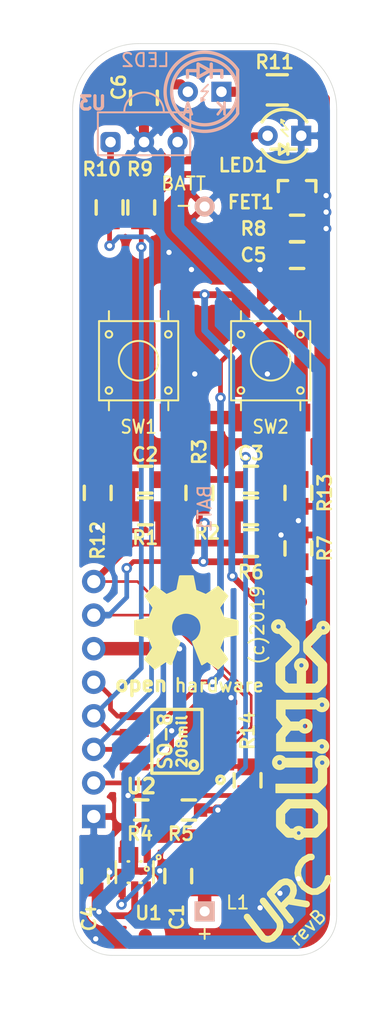
<source format=kicad_pcb>
(kicad_pcb (version 20190421) (host pcbnew "6.0.0-unknown-3afea91~86~ubuntu18.04.1")

  (general
    (thickness 1.6)
    (drawings 15)
    (tracks 249)
    (modules 35)
    (nets 20)
  )

  (page "A4")
  (layers
    (0 "F.Cu" signal)
    (31 "B.Cu" signal)
    (32 "B.Adhes" user)
    (33 "F.Adhes" user)
    (34 "B.Paste" user)
    (35 "F.Paste" user)
    (36 "B.SilkS" user)
    (37 "F.SilkS" user)
    (38 "B.Mask" user)
    (39 "F.Mask" user)
    (40 "Dwgs.User" user)
    (41 "Cmts.User" user)
    (42 "Eco1.User" user)
    (43 "Eco2.User" user)
    (44 "Edge.Cuts" user)
    (45 "Margin" user)
    (46 "B.CrtYd" user)
    (47 "F.CrtYd" user)
    (48 "B.Fab" user)
    (49 "F.Fab" user)
  )

  (setup
    (last_trace_width 0.25)
    (user_trace_width 0.2032)
    (user_trace_width 0.254)
    (user_trace_width 0.3556)
    (user_trace_width 0.508)
    (user_trace_width 0.762)
    (user_trace_width 1.016)
    (trace_clearance 0.2)
    (zone_clearance 0.508)
    (zone_45_only no)
    (trace_min 0.2)
    (via_size 0.8)
    (via_drill 0.4)
    (via_min_size 0.4)
    (via_min_drill 0.3)
    (uvia_size 0.3)
    (uvia_drill 0.1)
    (uvias_allowed no)
    (uvia_min_size 0.2)
    (uvia_min_drill 0.1)
    (edge_width 0.05)
    (segment_width 0.2)
    (pcb_text_width 0.3)
    (pcb_text_size 1.5 1.5)
    (mod_edge_width 0.12)
    (mod_text_size 1 1)
    (mod_text_width 0.15)
    (pad_size 1.524 1.524)
    (pad_drill 0.762)
    (pad_to_mask_clearance 0.051)
    (solder_mask_min_width 0.25)
    (aux_axis_origin 90 110)
    (visible_elements FFFDFF7F)
    (pcbplotparams
      (layerselection 0x010f8_ffffffff)
      (usegerberextensions false)
      (usegerberattributes false)
      (usegerberadvancedattributes false)
      (creategerberjobfile false)
      (excludeedgelayer true)
      (linewidth 0.100000)
      (plotframeref false)
      (viasonmask false)
      (mode 1)
      (useauxorigin false)
      (hpglpennumber 1)
      (hpglpenspeed 20)
      (hpglpendiameter 15.000000)
      (psnegative false)
      (psa4output false)
      (plotreference true)
      (plotvalue true)
      (plotinvisibletext false)
      (padsonsilk false)
      (subtractmaskfromsilk false)
      (outputformat 1)
      (mirror false)
      (drillshape 0)
      (scaleselection 1)
      (outputdirectory ""))
  )

  (net 0 "")
  (net 1 "GND")
  (net 2 "+3V3")
  (net 3 "/MOSI")
  (net 4 "/MISO")
  (net 5 "/SCK")
  (net 6 "/RESET")
  (net 7 "/D_N")
  (net 8 "/D_P")
  (net 9 "Net-(BAT1-Pad1)")
  (net 10 "Net-(C2-Pad2)")
  (net 11 "Net-(C2-Pad1)")
  (net 12 "Net-(C3-Pad1)")
  (net 13 "Net-(C5-Pad1)")
  (net 14 "Net-(FET1-Pad3)")
  (net 15 "Net-(L1-Pad2)")
  (net 16 "Net-(LED1-Pad2)")
  (net 17 "Net-(LED2-Pad1)")
  (net 18 "Net-(R4-Pad2)")
  (net 19 "Net-(R10-Pad2)")

  (net_class "Default" "This is the default net class."
    (clearance 0.2)
    (trace_width 0.25)
    (via_dia 0.8)
    (via_drill 0.4)
    (uvia_dia 0.3)
    (uvia_drill 0.1)
    (add_net "+3V3")
    (add_net "/D_N")
    (add_net "/D_P")
    (add_net "/MISO")
    (add_net "/MOSI")
    (add_net "/RESET")
    (add_net "/SCK")
    (add_net "GND")
    (add_net "Net-(BAT1-Pad1)")
    (add_net "Net-(C2-Pad1)")
    (add_net "Net-(C2-Pad2)")
    (add_net "Net-(C3-Pad1)")
    (add_net "Net-(C5-Pad1)")
    (add_net "Net-(FET1-Pad3)")
    (add_net "Net-(L1-Pad2)")
    (add_net "Net-(LED1-Pad2)")
    (add_net "Net-(LED2-Pad1)")
    (add_net "Net-(R10-Pad2)")
    (add_net "Net-(R4-Pad2)")
  )

  (module "OLIMEX_RLC-FP:CD43" (layer "F.Cu") (tedit 5CEE385F) (tstamp 5CCAA62F)
    (at 101.9 102.6 90)
    (path "/5CCA9C54")
    (attr smd)
    (fp_text reference "L1" (at -3.4 0.6 180) (layer "F.SilkS")
      (effects (font (size 1 1) (thickness 0.15)))
    )
    (fp_text value "4.7uH" (at 0.0762 -5.3975 90) (layer "F.Fab")
      (effects (font (size 1 1) (thickness 0.15)))
    )
    (fp_circle (center 0 0) (end 2.25 0) (layer "F.Fab") (width 0.15))
    (pad "2" smd oval (at 1.625 0 90) (size 1.75 4.5) (layers "F.Cu" "F.Paste" "F.Mask")
      (net 15 "Net-(L1-Pad2)"))
    (pad "1" smd oval (at -1.625 0 90) (size 1.75 4.5) (layers "F.Cu" "F.Paste" "F.Mask")
      (net 9 "Net-(BAT1-Pad1)"))
(model "${KIPRJMOD}/3d/L-CD43_shielded.STEP"
      (offset (xyz 0 0 1))
      (scale (xyz 1 1 1))
      (rotate (xyz 0 0 -90))
    )
  )

  (module "OLIMEX_LEDs-FP:LED-5mm-PTH-KA" (layer "B.Cu") (tedit 5CD13AAF) (tstamp 5CCAA65B)
    (at 100 44.64558)
    (path "/5CCC07F8")
    (fp_text reference "LED2" (at -4.5 -2.39558) (layer "B.SilkS")
      (effects (font (size 1 1) (thickness 0.15)) (justify mirror))
    )
    (fp_text value "IR333" (at 0 2.54) (layer "B.Fab")
      (effects (font (size 1 1) (thickness 0.15)) (justify mirror))
    )
    (fp_text user "K" (at 1.27 1.3) (layer "B.SilkS")
      (effects (font (size 0.889 0.889) (thickness 0.2032)) (justify mirror))
    )
    (fp_text user "A" (at -1.27 1.3) (layer "B.SilkS")
      (effects (font (size 0.889 0.889) (thickness 0.2032)) (justify mirror))
    )
    (fp_arc (start 0 0) (end 2.5 1.65) (angle 293.2) (layer "B.SilkS") (width 0.254))
    (fp_line (start -1.3 -1.6) (end -1.3 -1.1) (layer "B.SilkS") (width 0.254))
    (fp_line (start 1.3 -1.6) (end 1.3 -1.1) (layer "B.SilkS") (width 0.254))
    (fp_line (start -0.254 0.6) (end -0.254 0.727) (layer "B.SilkS") (width 0.127))
    (fp_line (start -0.254 0.727) (end -0.127 0.6) (layer "B.SilkS") (width 0.127))
    (fp_line (start 0.254 -0.543) (end -0.254 -0.035) (layer "B.SilkS") (width 0.127))
    (fp_line (start -0.254 -0.035) (end 0.254 -0.035) (layer "B.SilkS") (width 0.127))
    (fp_line (start 0.254 -0.035) (end -0.254 0.6) (layer "B.SilkS") (width 0.127))
    (fp_line (start -0.254 0.6) (end -0.254 0.473) (layer "B.SilkS") (width 0.127))
    (fp_line (start -0.254 0.473) (end 0 0.6) (layer "B.SilkS") (width 0.127))
    (fp_line (start 0 0.6) (end -0.254 0.727) (layer "B.SilkS") (width 0.127))
    (fp_line (start -0.5 -1.6) (end -1.3 -1.6) (layer "B.SilkS") (width 0.254))
    (fp_line (start 1.3 -1.6) (end 0.5 -1.6) (layer "B.SilkS") (width 0.254))
    (fp_line (start 0.5 -1.1) (end 0.5 -2.1) (layer "B.SilkS") (width 0.254))
    (fp_line (start -0.5 -2.1) (end -0.5 -1.1) (layer "B.SilkS") (width 0.254))
    (fp_line (start -0.5 -1.1) (end 0.4 -1.6) (layer "B.SilkS") (width 0.254))
    (fp_line (start 0.4 -1.6) (end -0.5 -2.1) (layer "B.SilkS") (width 0.254))
    (fp_circle (center 0 0) (end -2.5 0) (layer "B.SilkS") (width 0.254))
    (fp_line (start 2.5 1.65) (end 2.5 -1.65) (layer "B.SilkS") (width 0.254))
    (fp_line (start 2.5 -1.65) (end 2.5 -1.65) (layer "B.SilkS") (width 0.254))
    (pad "1" thru_hole rect (at 1.27 0 180) (size 1.524 1.524) (drill 0.8) (layers *.Cu *.Mask)
      (net 17 "Net-(LED2-Pad1)") (solder_mask_margin 0.0508))
    (pad "2" thru_hole circle (at -1.27 0 180) (size 1.524 1.524) (drill 0.8) (layers *.Cu *.Mask)
      (net 2 "+3V3") (solder_mask_margin 0.0508))
(model "${KIPRJMOD}/3d/LED5MM.step"
      (offset (xyz 0 0 -1))
      (scale (xyz 1 1 1))
      (rotate (xyz -180 -90 0))
    )
  )

  (module "OLIMEX_IC-FP:SO-8_208mil" (layer "F.Cu") (tedit 5A213487) (tstamp 5CD13D55)
    (at 97.9 93.8 90)
    (descr "SO-8")
    (tags "SO-8")
    (path "/5CCB6BDA")
    (attr smd)
    (fp_text reference "U2" (at -3.4 -2.7) (layer "F.SilkS")
      (effects (font (size 1.1 1.1) (thickness 0.254)))
    )
    (fp_text value "ATTINY85-20PU" (at 3.60934 -0.19812) (layer "F.Fab")
      (effects (font (size 1.1 1.1) (thickness 0.254)))
    )
    (fp_text user "SO-8" (at 0 -0.889 90) (layer "F.SilkS")
      (effects (font (size 1.016 1.016) (thickness 0.2032)))
    )
    (fp_line (start -2.39776 -1.89992) (end 2.39776 -1.89992) (layer "F.SilkS") (width 0.254))
    (fp_line (start -2.1336 1.89992) (end -2.39776 1.63322) (layer "F.SilkS") (width 0.254))
    (fp_line (start 2.39776 1.89992) (end -2.1336 1.89992) (layer "F.SilkS") (width 0.254))
    (fp_line (start -2.14884 -2.63398) (end -2.14884 -3.7338) (layer "Dwgs.User") (width 0.06604))
    (fp_line (start -2.14884 -3.7338) (end -1.65862 -3.7338) (layer "Dwgs.User") (width 0.06604))
    (fp_line (start -1.65862 -2.63398) (end -1.65862 -3.7338) (layer "Dwgs.User") (width 0.06604))
    (fp_line (start -2.14884 -2.63398) (end -1.65862 -2.63398) (layer "Dwgs.User") (width 0.06604))
    (fp_line (start -0.87884 -2.63398) (end -0.87884 -3.7338) (layer "Dwgs.User") (width 0.06604))
    (fp_line (start -0.87884 -3.7338) (end -0.38862 -3.7338) (layer "Dwgs.User") (width 0.06604))
    (fp_line (start -0.38862 -2.63398) (end -0.38862 -3.7338) (layer "Dwgs.User") (width 0.06604))
    (fp_line (start -0.87884 -2.63398) (end -0.38862 -2.63398) (layer "Dwgs.User") (width 0.06604))
    (fp_line (start 0.38862 -2.63398) (end 0.38862 -3.7338) (layer "Dwgs.User") (width 0.06604))
    (fp_line (start 0.38862 -3.7338) (end 0.87884 -3.7338) (layer "Dwgs.User") (width 0.06604))
    (fp_line (start 0.87884 -2.63398) (end 0.87884 -3.7338) (layer "Dwgs.User") (width 0.06604))
    (fp_line (start 0.38862 -2.63398) (end 0.87884 -2.63398) (layer "Dwgs.User") (width 0.06604))
    (fp_line (start 1.65862 -2.63398) (end 1.65862 -3.7338) (layer "Dwgs.User") (width 0.06604))
    (fp_line (start 1.65862 -3.7338) (end 2.14884 -3.7338) (layer "Dwgs.User") (width 0.06604))
    (fp_line (start 2.14884 -2.63398) (end 2.14884 -3.7338) (layer "Dwgs.User") (width 0.06604))
    (fp_line (start 1.65862 -2.63398) (end 2.14884 -2.63398) (layer "Dwgs.User") (width 0.06604))
    (fp_line (start 1.65862 3.7338) (end 1.65862 2.63398) (layer "Dwgs.User") (width 0.06604))
    (fp_line (start 1.65862 2.63398) (end 2.14884 2.63398) (layer "Dwgs.User") (width 0.06604))
    (fp_line (start 2.14884 3.7338) (end 2.14884 2.63398) (layer "Dwgs.User") (width 0.06604))
    (fp_line (start 1.65862 3.7338) (end 2.14884 3.7338) (layer "Dwgs.User") (width 0.06604))
    (fp_line (start 0.38862 3.7338) (end 0.38862 2.63398) (layer "Dwgs.User") (width 0.06604))
    (fp_line (start 0.38862 2.63398) (end 0.87884 2.63398) (layer "Dwgs.User") (width 0.06604))
    (fp_line (start 0.87884 3.7338) (end 0.87884 2.63398) (layer "Dwgs.User") (width 0.06604))
    (fp_line (start 0.38862 3.7338) (end 0.87884 3.7338) (layer "Dwgs.User") (width 0.06604))
    (fp_line (start -0.87884 3.7338) (end -0.87884 2.63398) (layer "Dwgs.User") (width 0.06604))
    (fp_line (start -0.87884 2.63398) (end -0.38862 2.63398) (layer "Dwgs.User") (width 0.06604))
    (fp_line (start -0.38862 3.7338) (end -0.38862 2.63398) (layer "Dwgs.User") (width 0.06604))
    (fp_line (start -0.87884 3.7338) (end -0.38862 3.7338) (layer "Dwgs.User") (width 0.06604))
    (fp_line (start -2.14884 3.7338) (end -2.14884 2.63398) (layer "Dwgs.User") (width 0.06604))
    (fp_line (start -2.14884 2.63398) (end -1.65862 2.63398) (layer "Dwgs.User") (width 0.06604))
    (fp_line (start -1.65862 3.7338) (end -1.65862 2.63398) (layer "Dwgs.User") (width 0.06604))
    (fp_line (start -2.14884 3.7338) (end -1.65862 3.7338) (layer "Dwgs.User") (width 0.06604))
    (fp_line (start -2.413 -1.905) (end -2.413 1.651) (layer "F.SilkS") (width 0.254))
    (fp_line (start 2.413 -1.905) (end 2.413 1.905) (layer "F.SilkS") (width 0.254))
    (fp_circle (center -2.921 3.302) (end -3.175 3.429) (layer "F.SilkS") (width 0.254))
    (fp_circle (center -1.778 1.27) (end -1.524 1.143) (layer "F.SilkS") (width 0.254))
    (fp_text user "208mil" (at 0 0.381 90) (layer "F.SilkS")
      (effects (font (size 0.762 0.762) (thickness 0.1905)))
    )
    (pad "8" smd rect (at -1.905 -3.235 90) (size 0.6 2.2) (layers "F.Cu" "F.Paste" "F.Mask")
      (net 2 "+3V3") (solder_mask_margin 0.0508) (clearance 0.0508))
    (pad "7" smd rect (at -0.635 -3.235 90) (size 0.6 2.2) (layers "F.Cu" "F.Paste" "F.Mask")
      (net 5 "/SCK") (solder_mask_margin 0.0508) (clearance 0.0508))
    (pad "6" smd rect (at 0.635 -3.235 90) (size 0.6 2.2) (layers "F.Cu" "F.Paste" "F.Mask")
      (net 4 "/MISO") (solder_mask_margin 0.0508) (clearance 0.0508))
    (pad "5" smd rect (at 1.905 -3.235 90) (size 0.6 2.2) (layers "F.Cu" "F.Paste" "F.Mask")
      (net 3 "/MOSI") (solder_mask_margin 0.0508) (clearance 0.0508))
    (pad "4" smd rect (at 1.905 3.235 90) (size 0.6 2.2) (layers "F.Cu" "F.Paste" "F.Mask")
      (net 1 "GND") (solder_mask_margin 0.0508) (clearance 0.0508))
    (pad "3" smd rect (at 0.635 3.235 90) (size 0.6 2.2) (layers "F.Cu" "F.Paste" "F.Mask")
      (net 8 "/D_P") (solder_mask_margin 0.0508) (clearance 0.0508))
    (pad "2" smd rect (at -0.635 3.235 90) (size 0.6 2.2) (layers "F.Cu" "F.Paste" "F.Mask")
      (net 7 "/D_N") (solder_mask_margin 0.0508) (clearance 0.0508))
    (pad "1" smd rect (at -1.905 3.235 90) (size 0.6 2.2) (layers "F.Cu" "F.Paste" "F.Mask")
      (net 6 "/RESET") (solder_mask_margin 0.0508) (clearance 0.0508))
(model "${KIPRJMOD}/3d/SO-8_208mil---SOIC8_Wide_5mmx5mm.step"
      (at (xyz 0 0 0))
      (scale (xyz 1 1 1))
      (rotate (xyz -90 0 0))
    )
  )

  (module "OLIMEX_IC-FP:RPM7236-V" (layer "B.Cu") (tedit 5CD2C37D) (tstamp 5CCAA950)
    (at 95.4112 48.4505)
    (path "/5CCDA479")
    (fp_text reference "U3" (at -3.9112 -2.9505 -180) (layer "B.SilkS")
      (effects (font (size 1 1) (thickness 0.25)) (justify mirror))
    )
    (fp_text value "VS1838B" (at 0 -7.62) (layer "B.Fab")
      (effects (font (size 1 1) (thickness 0.25)) (justify mirror))
    )
    (fp_arc (start 0 -2.25) (end -1.5 -2.25) (angle 180) (layer "B.SilkS") (width 0.15))
    (fp_line (start -3.5 -2.25) (end -3.5 1) (layer "B.SilkS") (width 0.15))
    (fp_line (start 3.5 -2.25) (end -3.5 -2.25) (layer "B.SilkS") (width 0.15))
    (fp_line (start 3.5 1) (end 3.5 -2.25) (layer "B.SilkS") (width 0.15))
    (fp_line (start -3.5 1) (end 3.5 1) (layer "B.SilkS") (width 0.15))
    (pad "3" thru_hole circle (at 2.54 0) (size 1.524 1.524) (drill 0.8) (layers *.Cu *.Mask)
      (net 2 "+3V3"))
    (pad "2" thru_hole circle (at 0 0) (size 1.524 1.524) (drill 0.8) (layers *.Cu *.Mask)
      (net 1 "GND"))
    (pad "1" thru_hole roundrect (at -2.54 0) (size 1.524 1.524) (drill 0.8) (layers *.Cu *.Mask) (roundrect_rratio 0.25)
      (net 19 "Net-(R10-Pad2)"))
(model "${KIPRJMOD}/3d/User_Library-Parallax-IR.step"
      (offset (xyz 0 2.5 6.5))
      (scale (xyz 1 1 1))
      (rotate (xyz 180 0 0))
    )
  )

  (module "OLIMEX_Buttons-FP:T1102SMD" (layer "F.Cu") (tedit 5CED37FC) (tstamp 5CCAA751)
    (at 105 65 90)
    (path "/5CCAE8AD")
    (fp_text reference "SW2" (at -5 0) (layer "F.SilkS")
      (effects (font (size 1 0.9) (thickness 0.15)))
    )
    (fp_text value "T1107A(6x3,8x2,5MM)" (at 0.04 7.27 90) (layer "F.Fab")
      (effects (font (size 1 1) (thickness 0.15)))
    )
    (fp_line (start -3 2.25) (end -3.75 2.25) (layer "F.SilkS") (width 0.15))
    (fp_line (start -3 -2.25) (end -3.75 -2.25) (layer "F.SilkS") (width 0.15))
    (fp_line (start 3 2.25) (end 3.75 2.25) (layer "F.SilkS") (width 0.15))
    (fp_line (start 3 -2.25) (end 3.75 -2.25) (layer "F.SilkS") (width 0.15))
    (fp_circle (center -2.25 -2.25) (end -2 -2.25) (layer "F.SilkS") (width 0.15))
    (fp_circle (center -2.25 2.25) (end -2 2.25) (layer "F.SilkS") (width 0.15))
    (fp_circle (center 2 2.25) (end 2.25 2.25) (layer "F.SilkS") (width 0.15))
    (fp_circle (center 2 -2.25) (end 2.25 -2.25) (layer "F.SilkS") (width 0.15))
    (fp_circle (center 0 0) (end 1.5 0) (layer "F.SilkS") (width 0.15))
    (fp_line (start -3 3) (end -3 -3) (layer "F.SilkS") (width 0.15))
    (fp_line (start 3 3) (end -3 3) (layer "F.SilkS") (width 0.15))
    (fp_line (start 3 -3) (end 3 3) (layer "F.SilkS") (width 0.15))
    (fp_line (start -3 -3) (end 3 -3) (layer "F.SilkS") (width 0.15))
    (pad "2" smd rect (at 4.3 2.3 90) (size 2.1 1.4) (layers "F.Cu" "F.Paste" "F.Mask")
      (net 12 "Net-(C3-Pad1)"))
    (pad "1" smd rect (at 4.3 -2.25 90) (size 2.1 1.4) (layers "F.Cu" "F.Paste" "F.Mask")
      (net 9 "Net-(BAT1-Pad1)"))
    (pad "2" smd rect (at -4.3 2.3 90) (size 2.1 1.4) (layers "F.Cu" "F.Paste" "F.Mask")
      (net 12 "Net-(C3-Pad1)"))
    (pad "1" smd rect (at -4.3 -2.25 90) (size 2.1 1.4) (layers "F.Cu" "F.Paste" "F.Mask")
      (net 9 "Net-(BAT1-Pad1)"))
(model "${KIPRJMOD}/3d/6mmTactileSwitch.step"
      (at (xyz 0 0 0))
      (scale (xyz 1 1 1))
      (rotate (xyz -90 0 0))
    )
  )

  (module "OLIMEX_Buttons-FP:T1102SMD" (layer "F.Cu") (tedit 5CED37FC) (tstamp 5CCAA73D)
    (at 95 65 90)
    (path "/5CCADF05")
    (fp_text reference "SW1" (at -5 0) (layer "F.SilkS")
      (effects (font (size 1 0.9) (thickness 0.15)))
    )
    (fp_text value "T1107A(6x3,8x2,5MM)" (at 0.04 7.27 90) (layer "F.Fab")
      (effects (font (size 1 1) (thickness 0.15)))
    )
    (fp_line (start -3 2.25) (end -3.75 2.25) (layer "F.SilkS") (width 0.15))
    (fp_line (start -3 -2.25) (end -3.75 -2.25) (layer "F.SilkS") (width 0.15))
    (fp_line (start 3 2.25) (end 3.75 2.25) (layer "F.SilkS") (width 0.15))
    (fp_line (start 3 -2.25) (end 3.75 -2.25) (layer "F.SilkS") (width 0.15))
    (fp_circle (center -2.25 -2.25) (end -2 -2.25) (layer "F.SilkS") (width 0.15))
    (fp_circle (center -2.25 2.25) (end -2 2.25) (layer "F.SilkS") (width 0.15))
    (fp_circle (center 2 2.25) (end 2.25 2.25) (layer "F.SilkS") (width 0.15))
    (fp_circle (center 2 -2.25) (end 2.25 -2.25) (layer "F.SilkS") (width 0.15))
    (fp_circle (center 0 0) (end 1.5 0) (layer "F.SilkS") (width 0.15))
    (fp_line (start -3 3) (end -3 -3) (layer "F.SilkS") (width 0.15))
    (fp_line (start 3 3) (end -3 3) (layer "F.SilkS") (width 0.15))
    (fp_line (start 3 -3) (end 3 3) (layer "F.SilkS") (width 0.15))
    (fp_line (start -3 -3) (end 3 -3) (layer "F.SilkS") (width 0.15))
    (pad "2" smd rect (at 4.3 2.3 90) (size 2.1 1.4) (layers "F.Cu" "F.Paste" "F.Mask")
      (net 9 "Net-(BAT1-Pad1)"))
    (pad "1" smd rect (at 4.3 -2.25 90) (size 2.1 1.4) (layers "F.Cu" "F.Paste" "F.Mask")
      (net 11 "Net-(C2-Pad1)"))
    (pad "2" smd rect (at -4.3 2.3 90) (size 2.1 1.4) (layers "F.Cu" "F.Paste" "F.Mask")
      (net 9 "Net-(BAT1-Pad1)"))
    (pad "1" smd rect (at -4.3 -2.25 90) (size 2.1 1.4) (layers "F.Cu" "F.Paste" "F.Mask")
      (net 11 "Net-(C2-Pad1)"))
(model "${KIPRJMOD}/3d/6mmTactileSwitch.step"
      (at (xyz 0 0 0))
      (scale (xyz 1 1 1))
      (rotate (xyz -90 0 0))
    )
  )

  (module "OLIMEX_RLC-FP:R_0805_5MIL_DWS" (layer "F.Cu") (tedit 5C6BBC50) (tstamp 5CD19BFF)
    (at 103.25 96.75 90)
    (path "/5CD70F5B")
    (attr smd)
    (fp_text reference "R14" (at 3.75 0 90) (layer "F.SilkS")
      (effects (font (size 1 1) (thickness 0.2)))
    )
    (fp_text value "2K" (at 0 2.032 90) (layer "F.Fab")
      (effects (font (size 1.27 1.27) (thickness 0.254)))
    )
    (fp_line (start -0.508 -1.016) (end 0.508 -1.016) (layer "F.SilkS") (width 0.254))
    (fp_line (start -0.508 1.016) (end 0.508 1.016) (layer "F.SilkS") (width 0.254))
    (fp_line (start -1.905 -1.016) (end -1.905 1.016) (layer "Dwgs.User") (width 0.254))
    (fp_line (start 1.905 -1.016) (end 1.905 1.016) (layer "Dwgs.User") (width 0.254))
    (fp_line (start -0.508 -1.016) (end -1.905 -1.016) (layer "Dwgs.User") (width 0.254))
    (fp_line (start -0.508 1.016) (end -1.905 1.016) (layer "Dwgs.User") (width 0.254))
    (fp_line (start 1.905 -1.016) (end 0.508 -1.016) (layer "Dwgs.User") (width 0.254))
    (fp_line (start 1.905 1.016) (end 0.508 1.016) (layer "Dwgs.User") (width 0.254))
    (fp_line (start 0 -0.635) (end -1.016 -0.635) (layer "F.Fab") (width 0.127))
    (fp_line (start -1.016 -0.635) (end -1.016 0.635) (layer "F.Fab") (width 0.127))
    (fp_line (start -1.016 0.635) (end 1.016 0.635) (layer "F.Fab") (width 0.127))
    (fp_line (start 1.016 0.635) (end 1.016 -0.635) (layer "F.Fab") (width 0.127))
    (fp_line (start 1.016 -0.635) (end 0 -0.635) (layer "F.Fab") (width 0.127))
    (pad "2" smd rect (at 1.016 0 180) (size 1.524 1.27) (layers "F.Cu" "F.Paste" "F.Mask")
      (net 6 "/RESET") (solder_mask_margin 0.0508))
    (pad "1" smd rect (at -1.016 0 180) (size 1.524 1.27) (layers "F.Cu" "F.Paste" "F.Mask")
      (net 2 "+3V3") (solder_mask_margin 0.0508))
(model "${KIPRJMOD}/3d/R_0805_2012Metric.wrl"
      (at (xyz 0 0 0))
      (scale (xyz 1 1 1))
      (rotate (xyz 0 0 0))
    )
  )

  (module "OLIMEX_Other-FP:Fiducial1x3_transp" (layer "F.Cu") (tedit 5950B992) (tstamp 5CD191AF)
    (at 107.25 83.25)
    (attr smd)
    (fp_text reference "Ref*" (at 0 3) (layer "F.SilkS") hide
      (effects (font (size 1 1) (thickness 0.15)))
    )
    (fp_text value "Val**" (at 0 -3) (layer "F.Fab") hide
      (effects (font (size 1 1) (thickness 0.15)))
    )
    (fp_circle (center 0 0) (end 1.5 0) (layer "Dwgs.User") (width 0.254))
    (pad "Fid1" connect circle (at 0 0) (size 1 1) (layers "F.Cu" "F.Mask")
      (solder_mask_margin 0.127) (clearance 1.016) (zone_connect 0))
  )

  (module "OLIMEX_Other-FP:Fiducial1x3_transp" (layer "F.Cu") (tedit 5950B992) (tstamp 5CD190D4)
    (at 95.5 108.5)
    (attr smd)
    (fp_text reference "Ref*" (at 0 3) (layer "F.SilkS") hide
      (effects (font (size 1 1) (thickness 0.15)))
    )
    (fp_text value "Val**" (at 0 -3) (layer "F.Fab") hide
      (effects (font (size 1 1) (thickness 0.15)))
    )
    (fp_circle (center 0 0) (end 1.5 0) (layer "Dwgs.User") (width 0.254))
    (pad "Fid1" connect circle (at 0 0) (size 1 1) (layers "F.Cu" "F.Mask")
      (solder_mask_margin 0.127) (clearance 1.016) (zone_connect 0))
  )

  (module "OLIMEX_Connectors-FP:HN1x8" (layer "F.Cu") (tedit 5CD146A0) (tstamp 5CCAA615)
    (at 91.6 90.6 90)
    (path "/5CCC2585")
    (solder_mask_margin 0.0508)
    (solder_paste_margin -0.0508)
    (attr smd)
    (fp_text reference "CON1" (at -8.001 2.413 90) (layer "F.SilkS") hide
      (effects (font (size 1.27 1.27) (thickness 0.254)))
    )
    (fp_text value "CON8" (at -7.112 -2.286 90) (layer "F.Fab")
      (effects (font (size 1.27 1.27) (thickness 0.254)))
    )
    (pad "4" thru_hole circle (at -1.27 0 90) (size 1.778 1.778) (drill 1) (layers *.Cu *.Mask)
      (net 4 "/MISO"))
    (pad "3" thru_hole circle (at -3.81 0 90) (size 1.778 1.778) (drill 1) (layers *.Cu *.Mask)
      (net 5 "/SCK"))
    (pad "2" thru_hole circle (at -6.35 0 90) (size 1.778 1.778) (drill 1) (layers *.Cu *.Mask)
      (net 6 "/RESET"))
    (pad "1" thru_hole rect (at -8.89 0 90) (size 1.778 1.778) (drill 1) (layers *.Cu *.Mask)
      (net 1 "GND"))
    (pad "5" thru_hole circle (at 1.27 0 90) (size 1.778 1.778) (drill 1) (layers *.Cu *.Mask)
      (net 3 "/MOSI"))
    (pad "6" thru_hole circle (at 3.81 0 90) (size 1.778 1.778) (drill 1) (layers *.Cu *.Mask)
      (net 2 "+3V3"))
    (pad "8" thru_hole circle (at 8.89 0 90) (size 1.778 1.778) (drill 1) (layers *.Cu *.Mask)
      (net 7 "/D_N"))
    (pad "7" thru_hole circle (at 6.35 0 90) (size 1.778 1.778) (drill 1) (layers *.Cu *.Mask)
      (net 8 "/D_P"))
  )

  (module "OLIMEX_LOGOs-FP:OLIMEX_LOGO_TB" (layer "F.Cu") (tedit 5530FAE4) (tstamp 5CD16B58)
    (at 107.25 92.75 90)
    (fp_text reference "" (at -2.4003 -3.0607 90) (layer "F.Fab") hide
      (effects (font (size 1 1) (thickness 0.15)))
    )
    (fp_text value "" (at -1.6637 3.7084 90) (layer "F.Fab") hide
      (effects (font (size 1 1) (thickness 0.15)))
    )
    (fp_circle (center -7.9883 -0.127) (end -7.6708 -0.2413) (layer "F.SilkS") (width 0.4))
    (fp_line (start -8.001 -0.9017) (end -7.493 -1.4097) (layer "F.SilkS") (width 0.7))
    (fp_line (start -6.4008 -1.4859) (end -5.7658 -0.8763) (layer "F.SilkS") (width 0.7))
    (fp_line (start -5.7912 1.0795) (end -6.35 1.6637) (layer "F.SilkS") (width 0.7))
    (fp_line (start -4.1656 1.6764) (end -4.6228 1.2192) (layer "F.SilkS") (width 0.7))
    (fp_line (start -3.1798 1.6764) (end -4.1656 1.6764) (layer "F.SilkS") (width 0.7))
    (fp_circle (center -2.667 1.651) (end -2.4638 1.3462) (layer "F.SilkS") (width 0.4))
    (fp_line (start -2.667 -1.0414) (end -2.667 0.5588) (layer "F.SilkS") (width 0.7))
    (fp_circle (center -2.6543 -1.5748) (end -2.54 -1.9304) (layer "F.SilkS") (width 0.4))
    (fp_circle (center -1.4351 1.6256) (end -1.1938 1.3589) (layer "F.SilkS") (width 0.4))
    (fp_line (start -1.4478 1.1176) (end -1.4478 -1.4732) (layer "F.SilkS") (width 0.7))
    (fp_line (start -1.4478 -1.4732) (end -0.6096 -1.4732) (layer "F.SilkS") (width 0.7))
    (fp_line (start -0.6096 -1.4732) (end 0 -0.9652) (layer "F.SilkS") (width 0.7))
    (fp_line (start 0.1016 -0.1778) (end 0.1016 -0.889) (layer "F.SilkS") (width 0.7))
    (fp_line (start 0.1778 -0.9652) (end 0.8128 -1.4732) (layer "F.SilkS") (width 0.7))
    (fp_circle (center 0.1016 0.3556) (end 0.3302 0.0635) (layer "F.SilkS") (width 0.4))
    (fp_line (start 0.8128 -1.4732) (end 1.7018 -1.4732) (layer "F.SilkS") (width 0.7))
    (fp_circle (center 1.7145 1.6383) (end 1.9304 1.3462) (layer "F.SilkS") (width 0.4))
    (fp_circle (center 7.5438 1.7272) (end 7.8359 1.5748) (layer "F.SilkS") (width 0.4))
    (fp_line (start 7.2136 1.3716) (end 6.3754 0.5588) (layer "F.SilkS") (width 0.7))
    (fp_line (start 5.8674 0.4572) (end 6.4008 0.4572) (layer "F.SilkS") (width 0.5))
    (fp_line (start 4.7244 1.6764) (end 5.8674 0.5588) (layer "F.SilkS") (width 0.7))
    (fp_line (start 3.4036 1.6764) (end 4.7244 1.6764) (layer "F.SilkS") (width 0.7))
    (fp_line (start 2.9718 1.2446) (end 3.4036 1.6764) (layer "F.SilkS") (width 0.7))
    (fp_line (start 2.9718 -0.9906) (end 2.9718 1.2446) (layer "F.SilkS") (width 0.7))
    (fp_line (start 2.9718 -1.016) (end 3.4544 -1.524) (layer "F.SilkS") (width 0.7))
    (fp_line (start 3.5025 -1.4986) (end 4.7244 -1.4986) (layer "F.SilkS") (width 0.7))
    (fp_line (start 4.7244 -1.4986) (end 5.8166 -0.4318) (layer "F.SilkS") (width 0.7))
    (fp_line (start 5.842 -0.3175) (end 6.4008 -0.3175) (layer "F.SilkS") (width 0.5))
    (fp_line (start 7.2644 -1.3081) (end 6.4008 -0.4144) (layer "F.SilkS") (width 0.7))
    (fp_circle (center 7.6327 -1.6637) (end 7.9375 -1.8542) (layer "F.SilkS") (width 0.4))
    (fp_line (start 4.191 0.0762) (end 2.9718 0.0762) (layer "F.SilkS") (width 0.7))
    (fp_circle (center 4.699 0.0762) (end 4.9657 -0.1651) (layer "F.SilkS") (width 0.4))
    (fp_line (start -7.4295 1.6891) (end -6.3881 1.6891) (layer "F.SilkS") (width 0.7))
    (fp_line (start -7.9883 1.1303) (end -7.9883 0.3683) (layer "F.SilkS") (width 0.7))
    (fp_line (start -8.001 1.1176) (end -7.4168 1.6891) (layer "F.SilkS") (width 0.7))
    (fp_line (start -8.001 -0.8509) (end -8.001 -0.6096) (layer "F.SilkS") (width 0.7))
    (fp_line (start -5.7785 -0.889) (end -5.7785 1.0414) (layer "F.SilkS") (width 0.7))
    (fp_line (start -6.4008 -1.4986) (end -7.4041 -1.4986) (layer "F.SilkS") (width 0.7))
    (fp_line (start 1.7145 -1.4859) (end 1.7145 1.1176) (layer "F.SilkS") (width 0.7))
    (fp_line (start -4.6228 1.2319) (end -4.6228 -1.4986) (layer "F.SilkS") (width 0.7))
    (fp_line (start -4.6228 -1.8415) (end -4.9022 -1.8415) (layer "F.SilkS") (width 0.1))
    (fp_line (start -4.9276 -1.8415) (end -4.9276 1.3081) (layer "F.SilkS") (width 0.1))
    (fp_line (start -4.9149 -1.8415) (end -4.9276 -1.8415) (layer "F.SilkS") (width 0.1))
    (fp_line (start -4.9022 -1.8415) (end -4.9149 -1.8415) (layer "F.SilkS") (width 0.1))
    (fp_line (start -4.7879 -1.7526) (end -4.8514 -1.7653) (layer "F.SilkS") (width 0.1))
    (fp_line (start -4.3053 -1.8415) (end -4.3053 1.1938) (layer "F.SilkS") (width 0.1))
    (fp_line (start -4.6101 -1.8415) (end -4.3053 -1.8415) (layer "F.SilkS") (width 0.1))
    (fp_line (start -4.4831 -1.7653) (end -4.3688 -1.7653) (layer "F.SilkS") (width 0.1))
    (fp_line (start -2.9845 -1.1557) (end -2.9845 0.8636) (layer "F.SilkS") (width 0.1))
    (fp_line (start -2.3495 0.8636) (end -2.3495 -1.1557) (layer "F.SilkS") (width 0.1))
    (fp_line (start -2.3749 0.8636) (end -2.3495 0.8636) (layer "F.SilkS") (width 0.1))
    (fp_line (start -2.9845 0.8636) (end -2.3749 0.8636) (layer "F.SilkS") (width 0.1))
    (fp_line (start -2.8448 0.8001) (end -2.9083 0.8001) (layer "F.SilkS") (width 0.1))
    (fp_line (start -2.5019 0.8001) (end -2.413 0.8001) (layer "F.SilkS") (width 0.1))
    (fp_line (start -1.7653 1.2065) (end -1.7653 -1.778) (layer "F.SilkS") (width 0.1))
    (fp_line (start -0.5207 -1.7907) (end 0.0635 -1.3081) (layer "F.SilkS") (width 0.1))
    (fp_line (start -1.7653 -1.7907) (end -0.5207 -1.7907) (layer "F.SilkS") (width 0.1))
    (fp_line (start -1.6129 -1.7272) (end -1.6891 -1.7272) (layer "F.SilkS") (width 0.1))
    (fp_line (start 2.0447 1.2319) (end 2.0447 -1.778) (layer "F.SilkS") (width 0.1))
    (fp_line (start 0.7239 -1.7907) (end 0.1016 -1.2954) (layer "F.SilkS") (width 0.1))
    (fp_line (start 0.7493 -1.7907) (end 0.7239 -1.7907) (layer "F.SilkS") (width 0.1))
    (fp_line (start 2.0447 -1.7907) (end 0.7493 -1.7907) (layer "F.SilkS") (width 0.1))
    (fp_line (start 2.0447 -1.778) (end 2.0447 -1.7907) (layer "F.SilkS") (width 0.1))
    (fp_line (start 1.8923 -1.7145) (end 1.9939 -1.7145) (layer "F.SilkS") (width 0.1))
    (fp_line (start 4.8387 -1.8288) (end 6.096 -0.5842) (layer "F.SilkS") (width 0.1))
    (fp_line (start 4.7879 -1.8288) (end 4.8387 -1.8288) (layer "F.SilkS") (width 0.1))
    (fp_line (start 3.4163 -1.8288) (end 4.7879 -1.8288) (layer "F.SilkS") (width 0.1))
  )

  (module "OLIMEX_LOGOs-FP:LOGO_OPENHARDWARE_8x8" (layer "F.Cu") (tedit 55534E4A) (tstamp 5CD169AE)
    (at 98.6 85.3)
    (fp_text reference "" (at 0 0.5) (layer "F.Fab") hide
      (effects (font (size 1 1) (thickness 0.15)))
    )
    (fp_text value "" (at 0 -0.5) (layer "F.Fab") hide
      (effects (font (size 1 1) (thickness 0.15)))
    )
    (fp_line (start -1.22682 2.46126) (end -0.67564 1.03886) (layer "F.SilkS") (width 0.42))
    (fp_line (start -1.57226 2.27584) (end -1.25476 2.48158) (layer "F.SilkS") (width 0.37))
    (fp_line (start -2.3622 2.82448) (end -1.58242 2.29362) (layer "F.SilkS") (width 0.4))
    (fp_line (start -2.93878 2.286) (end -2.3749 2.82448) (layer "F.SilkS") (width 0.38))
    (fp_line (start -2.92354 2.286) (end -2.39014 1.45288) (layer "F.SilkS") (width 0.37))
    (fp_line (start -2.74828 0.52578) (end -2.39014 1.4097) (layer "F.SilkS") (width 0.37))
    (fp_line (start -3.72618 0.28448) (end -2.77622 0.50292) (layer "F.SilkS") (width 0.37))
    (fp_line (start -3.71602 -0.49276) (end -3.7211 0.29464) (layer "F.SilkS") (width 0.38))
    (fp_line (start -3.72872 -0.50546) (end -2.71018 -0.6858) (layer "F.SilkS") (width 0.37))
    (fp_line (start -2.6797 -0.72136) (end -2.33172 -1.5875) (layer "F.SilkS") (width 0.37))
    (fp_line (start -2.9083 -2.4892) (end -2.35204 -1.6383) (layer "F.SilkS") (width 0.37))
    (fp_line (start -2.91846 -2.51206) (end -2.41808 -3.04546) (layer "F.SilkS") (width 0.38))
    (fp_line (start -2.36982 -3.07086) (end -1.54178 -2.41808) (layer "F.SilkS") (width 0.37))
    (fp_line (start -1.48082 -2.42824) (end -0.635 -2.83464) (layer "F.SilkS") (width 0.37))
    (fp_line (start -0.37592 -3.86842) (end -0.58166 -2.85496) (layer "F.SilkS") (width 0.37))
    (fp_line (start -0.38354 -3.88112) (end 0.40132 -3.88112) (layer "F.SilkS") (width 0.37))
    (fp_line (start 0.38354 -3.8608) (end 0.5969 -2.84226) (layer "F.SilkS") (width 0.37))
    (fp_line (start 0.5969 -2.84226) (end 1.4986 -2.39268) (layer "F.SilkS") (width 0.37))
    (fp_line (start 1.5113 -2.39776) (end 2.41554 -3.0322) (layer "F.SilkS") (width 0.37))
    (fp_line (start 2.41554 -3.03022) (end 2.96926 -2.48412) (layer "F.SilkS") (width 0.37))
    (fp_line (start 2.96926 -2.48158) (end 2.35204 -1.69164) (layer "F.SilkS") (width 0.37))
    (fp_line (start 2.35204 -1.69164) (end 2.6924 -0.75438) (layer "F.SilkS") (width 0.37))
    (fp_line (start 2.6924 -0.75438) (end 3.77444 -0.52578) (layer "F.SilkS") (width 0.37))
    (fp_line (start 3.77444 -0.52578) (end 3.77444 0.30988) (layer "F.SilkS") (width 0.37))
    (fp_line (start 3.77444 0.30988) (end 2.76098 0.48006) (layer "F.SilkS") (width 0.37))
    (fp_line (start 2.76098 0.48006) (end 2.35458 1.39192) (layer "F.SilkS") (width 0.37))
    (fp_line (start 2.40538 2.83972) (end 1.56972 2.2733) (layer "F.SilkS") (width 0.37))
    (fp_line (start 1.56972 2.2733) (end 1.2319 2.45872) (layer "F.SilkS") (width 0.37))
    (fp_line (start 1.2319 2.45872) (end 0.65786 1.01854) (layer "F.SilkS") (width 0.37))
    (fp_arc (start -0.07874 -0.1016) (end 1.03886 -0.84836) (angle 90) (layer "F.SilkS") (width 0.37))
    (fp_arc (start -0.0127 0.03048) (end -0.8763 -1.03124) (angle 90) (layer "F.SilkS") (width 0.37))
    (fp_arc (start 0.0635 -0.11684) (end -0.8255 0.84836) (angle 90) (layer "F.SilkS") (width 0.37))
    (fp_line (start 2.35458 1.39192) (end 2.97434 2.27838) (layer "F.SilkS") (width 0.37))
    (fp_line (start 2.42062 2.8321) (end 2.97434 2.286) (layer "F.SilkS") (width 0.37))
    (fp_line (start -1.14554 2.6416) (end -0.4953 0.97282) (layer "F.SilkS") (width 0.15))
    (fp_line (start -1.52908 2.4384) (end -1.18364 2.65938) (layer "F.SilkS") (width 0.15))
    (fp_line (start -1.54178 2.42824) (end -2.36728 2.99212) (layer "F.SilkS") (width 0.15))
    (fp_line (start -2.3749 2.99974) (end -3.09626 2.30632) (layer "F.SilkS") (width 0.15))
    (fp_line (start -3.10388 2.30378) (end -2.50698 1.44018) (layer "F.SilkS") (width 0.15))
    (fp_line (start -3.86588 0.39624) (end -2.794 0.59182) (layer "F.SilkS") (width 0.15))
    (fp_line (start -3.86588 -0.5969) (end -3.86588 0.38862) (layer "F.SilkS") (width 0.15))
    (fp_line (start -3.86842 -0.59944) (end -2.69748 -0.80264) (layer "F.SilkS") (width 0.15))
    (fp_line (start -2.79908 -0.79756) (end -2.4638 -1.63068) (layer "F.SilkS") (width 0.15))
    (fp_line (start -3.0607 -2.48158) (end -2.46634 -1.62814) (layer "F.SilkS") (width 0.15))
    (fp_line (start -3.08102 -2.51714) (end -2.40792 -3.23088) (layer "F.SilkS") (width 0.15))
    (fp_line (start -2.39522 -3.23342) (end -1.42494 -2.51714) (layer "F.SilkS") (width 0.15))
    (fp_line (start -1.4605 -2.58572) (end -0.55626 -2.96418) (layer "F.SilkS") (width 0.15))
    (fp_line (start -0.47244 -3.98018) (end -0.6731 -2.95402) (layer "F.SilkS") (width 0.15))
    (fp_line (start -0.46228 -3.9878) (end 0.50292 -3.9878) (layer "F.SilkS") (width 0.15))
    (fp_line (start 0.50292 -3.9878) (end 0.72898 -2.81686) (layer "F.SilkS") (width 0.15))
    (fp_line (start 0.71882 -2.89814) (end 1.524 -2.56032) (layer "F.SilkS") (width 0.15))
    (fp_line (start 1.40462 -2.51206) (end 2.41554 -3.18516) (layer "F.SilkS") (width 0.15))
    (fp_line (start 2.42062 -3.1877) (end 3.11404 -2.49682) (layer "F.SilkS") (width 0.15))
    (fp_line (start 3.11912 -2.4892) (end 2.41554 -1.4986) (layer "F.SilkS") (width 0.15))
    (fp_line (start 2.50444 -1.60782) (end 2.8702 -0.73914) (layer "F.SilkS") (width 0.15))
    (fp_line (start 3.80746 0.16256) (end 2.70002 0.38608) (layer "F.SilkS") (width 0.15))
    (fp_line (start 3.89128 -0.57912) (end 3.88874 0.37846) (layer "F.SilkS") (width 0.15))
    (fp_line (start 2.75336 0.6096) (end 3.87604 0.39878) (layer "F.SilkS") (width 0.15))
    (fp_line (start 2.8575 0.57658) (end 2.4765 1.55702) (layer "F.SilkS") (width 0.15))
    (fp_line (start 2.82448 2.21234) (end 2.33934 2.7432) (layer "F.SilkS") (width 0.15))
    (fp_line (start 2.42824 2.98704) (end 3.1115 2.29616) (layer "F.SilkS") (width 0.15))
    (fp_line (start 1.54178 2.37236) (end 2.41808 2.99212) (layer "F.SilkS") (width 0.15))
    (fp_line (start 2.40538 2.67716) (end 1.58496 2.14884) (layer "F.SilkS") (width 0.15))
    (fp_line (start 1.72212 2.34442) (end 1.1938 2.67208) (layer "F.SilkS") (width 0.15))
    (fp_line (start 1.1938 2.67208) (end 0.80772 1.69164) (layer "F.SilkS") (width 0.15))
    (fp_line (start 0.80264 0.99314) (end 1.33096 2.3749) (layer "F.SilkS") (width 0.15))
    (fp_line (start -3.57378 -0.40894) (end -3.57378 0.2413) (layer "F.SilkS") (width 0.15))
    (fp_line (start -3.71602 -0.35306) (end -2.60096 -0.59944) (layer "F.SilkS") (width 0.15))
    (fp_line (start -2.18694 -1.62052) (end -2.57302 -0.6223) (layer "F.SilkS") (width 0.15))
    (fp_line (start -2.18186 -1.61544) (end -2.78384 -2.52476) (layer "F.SilkS") (width 0.15))
    (fp_line (start -2.4257 -2.96926) (end -1.54178 -2.2479) (layer "F.SilkS") (width 0.15))
    (fp_line (start 0.84582 1.05156) (end 1.02362 0.92964) (layer "F.SilkS") (width 0.15))
    (fp_line (start 1.02362 0.92964) (end 1.39954 0.21844) (layer "F.SilkS") (width 0.15))
    (fp_line (start 1.39954 0.21844) (end 1.39954 -0.29972) (layer "F.SilkS") (width 0.15))
    (fp_line (start 1.40462 -0.28702) (end 1.17094 -0.96012) (layer "F.SilkS") (width 0.15))
    (fp_line (start 1.17094 -0.96012) (end 0.6604 -1.38938) (layer "F.SilkS") (width 0.15))
    (fp_line (start 0.6604 -1.38938) (end -0.15494 -1.5494) (layer "F.SilkS") (width 0.15))
    (fp_line (start -0.15494 -1.55702) (end -1.02616 -1.12776) (layer "F.SilkS") (width 0.15))
    (fp_line (start -1.02616 -1.12776) (end -1.44526 -0.39624) (layer "F.SilkS") (width 0.15))
    (fp_line (start -1.45034 -0.39116) (end -1.31826 0.4318) (layer "F.SilkS") (width 0.15))
    (fp_line (start -1.31318 0.46228) (end -1.2192 0.63246) (layer "F.SilkS") (width 0.15))
    (fp_line (start -1.31318 0.46228) (end -1.2192 0.63246) (layer "F.SilkS") (width 0.15))
    (fp_line (start -1.08966 0.68326) (end -0.83058 1.02108) (layer "F.SilkS") (width 0.15))
    (fp_line (start -0.72136 0.79756) (end -0.4953 0.97282) (layer "F.SilkS") (width 0.15))
    (fp_line (start 0.77978 0.8001) (end 0.52578 0.9652) (layer "F.SilkS") (width 0.15))
    (fp_line (start 0.64262 1.25476) (end 0.5207 0.97028) (layer "F.SilkS") (width 0.15))
    (fp_line (start -1.5367 -2.25044) (end -0.55372 -2.7432) (layer "F.SilkS") (width 0.15))
    (fp_line (start -1.2065 0.66294) (end -0.89916 0.92964) (layer "F.SilkS") (width 0.15))
    (fp_line (start -2.2225 2.09296) (end -1.36906 1.07188) (layer "F.SilkS") (width 1))
    (fp_line (start -3.25882 -0.11176) (end -1.8415 -0.17272) (layer "F.SilkS") (width 1))
    (fp_line (start -2.2733 -2.39776) (end -1.21158 -1.29032) (layer "F.SilkS") (width 1))
    (fp_line (start -0.0127 -3.37312) (end -0.00762 -1.85928) (layer "F.SilkS") (width 1))
    (fp_line (start 2.25298 -2.31648) (end 1.14046 -1.24968) (layer "F.SilkS") (width 1))
    (fp_line (start 3.24358 -0.13208) (end 1.77546 -0.04572) (layer "F.SilkS") (width 1))
    (fp_line (start -1.54686 1.92024) (end -1.1811 1.15824) (layer "F.SilkS") (width 1))
    (fp_line (start -2.21234 1.02108) (end -1.64846 0.54102) (layer "F.SilkS") (width 1))
    (fp_line (start -2.46126 0.37592) (end -1.75514 0.24892) (layer "F.SilkS") (width 1))
    (fp_line (start -2.13614 -0.86868) (end -1.69418 -0.70866) (layer "F.SilkS") (width 1))
    (fp_line (start -1.96088 -1.34874) (end -1.50368 -1.05918) (layer "F.SilkS") (width 1))
    (fp_line (start -0.96266 -2.12598) (end -0.7874 -1.76784) (layer "F.SilkS") (width 1))
    (fp_line (start -0.52832 -2.38506) (end -0.36068 -1.77546) (layer "F.SilkS") (width 1))
    (fp_line (start 0.7366 -2.36982) (end 0.51562 -1.68402) (layer "F.SilkS") (width 1))
    (fp_line (start 1.32334 -2.11836) (end 0.90424 -1.53162) (layer "F.SilkS") (width 1))
    (fp_line (start 2.19202 -1.24968) (end 1.5367 -0.88392) (layer "F.SilkS") (width 1))
    (fp_line (start 2.43332 -0.55626) (end 1.71196 -0.40894) (layer "F.SilkS") (width 1))
    (fp_line (start 1.59766 0.60198) (end 2.20726 0.70866) (layer "F.SilkS") (width 1))
    (fp_line (start 1.27762 1.02108) (end 1.89484 1.34874) (layer "F.SilkS") (width 1))
    (fp_line (start 1.16332 1.15824) (end 2.34442 2.1717) (layer "F.SilkS") (width 1))
    (fp_line (start 1.16332 1.0668) (end 1.49606 1.79832) (layer "F.SilkS") (width 1))
    (fp_text user "open" (at -3.40106 4.17576) (layer "F.SilkS")
      (effects (font (size 1.1 1.1) (thickness 0.254)))
    )
    (fp_text user "hardware" (at 2.51206 4.2672) (layer "F.SilkS")
      (effects (font (size 1 1) (thickness 0.18)))
    )
  )

  (module "OLIMEX_RLC-FP:R_0805_5MIL_DWS" (layer "F.Cu") (tedit 5C6BBC50) (tstamp 5CD13C7F)
    (at 107.1 75 270)
    (path "/5CCC4535")
    (attr smd)
    (fp_text reference "R13" (at 0 -2 90) (layer "F.SilkS")
      (effects (font (size 1 1) (thickness 0.2)))
    )
    (fp_text value "2K" (at 0 2.032 90) (layer "F.Fab")
      (effects (font (size 1.27 1.27) (thickness 0.254)))
    )
    (fp_line (start -0.508 -1.016) (end 0.508 -1.016) (layer "F.SilkS") (width 0.254))
    (fp_line (start -0.508 1.016) (end 0.508 1.016) (layer "F.SilkS") (width 0.254))
    (fp_line (start -1.905 -1.016) (end -1.905 1.016) (layer "Dwgs.User") (width 0.254))
    (fp_line (start 1.905 -1.016) (end 1.905 1.016) (layer "Dwgs.User") (width 0.254))
    (fp_line (start -0.508 -1.016) (end -1.905 -1.016) (layer "Dwgs.User") (width 0.254))
    (fp_line (start -0.508 1.016) (end -1.905 1.016) (layer "Dwgs.User") (width 0.254))
    (fp_line (start 1.905 -1.016) (end 0.508 -1.016) (layer "Dwgs.User") (width 0.254))
    (fp_line (start 1.905 1.016) (end 0.508 1.016) (layer "Dwgs.User") (width 0.254))
    (fp_line (start 0 -0.635) (end -1.016 -0.635) (layer "F.Fab") (width 0.127))
    (fp_line (start -1.016 -0.635) (end -1.016 0.635) (layer "F.Fab") (width 0.127))
    (fp_line (start -1.016 0.635) (end 1.016 0.635) (layer "F.Fab") (width 0.127))
    (fp_line (start 1.016 0.635) (end 1.016 -0.635) (layer "F.Fab") (width 0.127))
    (fp_line (start 1.016 -0.635) (end 0 -0.635) (layer "F.Fab") (width 0.127))
    (pad "2" smd rect (at 1.016 0) (size 1.524 1.27) (layers "F.Cu" "F.Paste" "F.Mask")
      (net 1 "GND") (solder_mask_margin 0.0508))
    (pad "1" smd rect (at -1.016 0) (size 1.524 1.27) (layers "F.Cu" "F.Paste" "F.Mask")
      (net 12 "Net-(C3-Pad1)") (solder_mask_margin 0.0508))
(model "${KIPRJMOD}/3d/R_0805_2012Metric.wrl"
      (at (xyz 0 0 0))
      (scale (xyz 1 1 1))
      (rotate (xyz 0 0 0))
    )
  )

  (module "OLIMEX_RLC-FP:R_0805_5MIL_DWS" (layer "F.Cu") (tedit 5C6BBC50) (tstamp 5CD13C6C)
    (at 91.9 75 270)
    (path "/5CCC7275")
    (attr smd)
    (fp_text reference "R12" (at 3.6 0 90) (layer "F.SilkS")
      (effects (font (size 1 1) (thickness 0.2)))
    )
    (fp_text value "2K" (at 0 2.032 90) (layer "F.Fab")
      (effects (font (size 1.27 1.27) (thickness 0.254)))
    )
    (fp_line (start -0.508 -1.016) (end 0.508 -1.016) (layer "F.SilkS") (width 0.254))
    (fp_line (start -0.508 1.016) (end 0.508 1.016) (layer "F.SilkS") (width 0.254))
    (fp_line (start -1.905 -1.016) (end -1.905 1.016) (layer "Dwgs.User") (width 0.254))
    (fp_line (start 1.905 -1.016) (end 1.905 1.016) (layer "Dwgs.User") (width 0.254))
    (fp_line (start -0.508 -1.016) (end -1.905 -1.016) (layer "Dwgs.User") (width 0.254))
    (fp_line (start -0.508 1.016) (end -1.905 1.016) (layer "Dwgs.User") (width 0.254))
    (fp_line (start 1.905 -1.016) (end 0.508 -1.016) (layer "Dwgs.User") (width 0.254))
    (fp_line (start 1.905 1.016) (end 0.508 1.016) (layer "Dwgs.User") (width 0.254))
    (fp_line (start 0 -0.635) (end -1.016 -0.635) (layer "F.Fab") (width 0.127))
    (fp_line (start -1.016 -0.635) (end -1.016 0.635) (layer "F.Fab") (width 0.127))
    (fp_line (start -1.016 0.635) (end 1.016 0.635) (layer "F.Fab") (width 0.127))
    (fp_line (start 1.016 0.635) (end 1.016 -0.635) (layer "F.Fab") (width 0.127))
    (fp_line (start 1.016 -0.635) (end 0 -0.635) (layer "F.Fab") (width 0.127))
    (pad "2" smd rect (at 1.016 0) (size 1.524 1.27) (layers "F.Cu" "F.Paste" "F.Mask")
      (net 1 "GND") (solder_mask_margin 0.0508))
    (pad "1" smd rect (at -1.016 0) (size 1.524 1.27) (layers "F.Cu" "F.Paste" "F.Mask")
      (net 11 "Net-(C2-Pad1)") (solder_mask_margin 0.0508))
(model "${KIPRJMOD}/3d/R_0805_2012Metric.wrl"
      (at (xyz 0 0 0))
      (scale (xyz 1 1 1))
      (rotate (xyz 0 0 0))
    )
  )

  (module "OLIMEX_Connectors-FP:BATTERY-1xAA" (layer "B.Cu") (tedit 5BD9545B) (tstamp 5CD13905)
    (at 100 80 90)
    (path "/5CCA80C6")
    (attr smd)
    (fp_text reference "BAT1" (at 3.81 0 270) (layer "B.SilkS")
      (effects (font (size 1 1) (thickness 0.15)) (justify mirror))
    )
    (fp_text value "Battery" (at -7.62 0 270) (layer "B.Fab")
      (effects (font (size 1 1) (thickness 0.15)) (justify mirror))
    )
    (fp_line (start -29 -8.5) (end -29 8.5) (layer "B.Fab") (width 0.15))
    (fp_line (start 29 -8.5) (end -29 -8.5) (layer "B.Fab") (width 0.15))
    (fp_line (start 29 8.5) (end 29 -8.5) (layer "B.Fab") (width 0.15))
    (fp_line (start -29 8.5) (end 29 8.5) (layer "B.Fab") (width 0.15))
    (pad "2" thru_hole circle (at 26.67 0 90) (size 1.524 1.524) (drill 0.762) (layers *.Cu *.Mask "B.SilkS")
      (net 1 "GND"))
    (pad "1" thru_hole rect (at -26.67 0 90) (size 1.524 1.524) (drill 0.762) (layers *.Cu *.Mask "B.SilkS")
      (net 9 "Net-(BAT1-Pad1)"))
(model "${KIPRJMOD}/3d/BAT_1xAA_HOLDER.step"
      (at (xyz 0 0 0))
      (scale (xyz 0.96 1 1))
      (rotate (xyz -90 0 -180))
    )
  )

  (module "OLIMEX_Regulators-FP:SOT23-6" (layer "F.Cu") (tedit 5C6BB7A2) (tstamp 5CCAA77D)
    (at 94.7 103.7 90)
    (descr "ROTATED COUNTERCLOCKWISE 90 BY PENKO TO BA AS IS IN THE REAL REEL")
    (tags "ROTATED COUNTERCLOCKWISE 90 BY PENKO TO BA AS IS IN THE REAL REEL")
    (path "/5CCA902D")
    (attr smd)
    (fp_text reference "U1" (at -3.1 1.05 180) (layer "F.SilkS")
      (effects (font (size 1 1) (thickness 0.2)))
    )
    (fp_text value "SY7080" (at 0.254 3.175 90) (layer "F.Fab")
      (effects (font (size 1.27 1.27) (thickness 0.254)))
    )
    (fp_circle (center 0.24892 0.92456) (end 0.36068 1.03632) (layer "F.SilkS") (width 0.15))
    (fp_line (start -0.80772 -0.5207) (end -0.80772 -0.42672) (layer "F.SilkS") (width 0.2032))
    (fp_line (start -0.80772 0.42672) (end -0.80772 0.5207) (layer "F.SilkS") (width 0.2032))
    (fp_line (start 0.81026 -0.5207) (end 0.81026 -0.42672) (layer "F.SilkS") (width 0.2032))
    (fp_line (start 0.81026 0.42672) (end 0.81026 0.5207) (layer "F.SilkS") (width 0.2032))
    (fp_line (start -0.81026 1.4224) (end -0.81026 -1.4224) (layer "Dwgs.User") (width 0.2032))
    (fp_line (start 0.81026 1.4224) (end -0.81026 1.4224) (layer "F.SilkS") (width 0.2032))
    (fp_line (start 0.81026 -1.4224) (end 0.81026 1.4224) (layer "Dwgs.User") (width 0.2032))
    (fp_line (start -0.81026 -1.4224) (end 0.81026 -1.4224) (layer "F.SilkS") (width 0.2032))
    (fp_line (start -1.42494 0.32258) (end -1.42494 -0.32258) (layer "Dwgs.User") (width 0.06604))
    (fp_line (start -1.42494 -0.32258) (end -0.92456 -0.32258) (layer "Dwgs.User") (width 0.06604))
    (fp_line (start -0.92456 0.32258) (end -0.92456 -0.32258) (layer "Dwgs.User") (width 0.06604))
    (fp_line (start -1.42494 0.32258) (end -0.92456 0.32258) (layer "Dwgs.User") (width 0.06604))
    (fp_line (start -1.42494 1.27254) (end -1.42494 0.62484) (layer "Dwgs.User") (width 0.06604))
    (fp_line (start -1.42494 0.62484) (end -0.92456 0.62484) (layer "Dwgs.User") (width 0.06604))
    (fp_line (start -0.92456 1.27254) (end -0.92456 0.62484) (layer "Dwgs.User") (width 0.06604))
    (fp_line (start -1.42494 1.27254) (end -0.92456 1.27254) (layer "Dwgs.User") (width 0.06604))
    (fp_line (start -1.42494 -0.62484) (end -1.42494 -1.27254) (layer "Dwgs.User") (width 0.06604))
    (fp_line (start -1.42494 -1.27254) (end -0.92456 -1.27254) (layer "Dwgs.User") (width 0.06604))
    (fp_line (start -0.92456 -0.62484) (end -0.92456 -1.27254) (layer "Dwgs.User") (width 0.06604))
    (fp_line (start -1.42494 -0.62484) (end -0.92456 -0.62484) (layer "Dwgs.User") (width 0.06604))
    (fp_line (start 0.92456 -0.62484) (end 0.92456 -1.27254) (layer "Dwgs.User") (width 0.06604))
    (fp_line (start 0.92456 -1.27254) (end 1.42494 -1.27254) (layer "Dwgs.User") (width 0.06604))
    (fp_line (start 1.42494 -0.62484) (end 1.42494 -1.27254) (layer "Dwgs.User") (width 0.06604))
    (fp_line (start 0.92456 -0.62484) (end 1.42494 -0.62484) (layer "Dwgs.User") (width 0.06604))
    (fp_line (start 0.92456 0.32258) (end 0.92456 -0.32258) (layer "Dwgs.User") (width 0.06604))
    (fp_line (start 0.92456 -0.32258) (end 1.42494 -0.32258) (layer "Dwgs.User") (width 0.06604))
    (fp_line (start 1.42494 0.32258) (end 1.42494 -0.32258) (layer "Dwgs.User") (width 0.06604))
    (fp_line (start 0.92456 0.32258) (end 1.42494 0.32258) (layer "Dwgs.User") (width 0.06604))
    (fp_line (start 0.92456 1.27254) (end 0.92456 0.62484) (layer "Dwgs.User") (width 0.06604))
    (fp_line (start 0.92456 0.62484) (end 1.42494 0.62484) (layer "Dwgs.User") (width 0.06604))
    (fp_line (start 1.42494 1.27254) (end 1.42494 0.62484) (layer "Dwgs.User") (width 0.06604))
    (fp_line (start 0.92456 1.27254) (end 1.42494 1.27254) (layer "Dwgs.User") (width 0.06604))
    (fp_circle (center 1.13792 1.81356) (end 1.24968 1.92532) (layer "F.SilkS") (width 0.15))
    (pad "6" smd rect (at -1.3001 0.95 180) (size 0.55 1.2) (layers "F.Cu" "F.Paste" "F.Mask")
      (net 9 "Net-(BAT1-Pad1)") (solder_mask_margin 0.0508) (clearance 0.0508))
    (pad "5" smd rect (at -1.3001 0 180) (size 0.55 1.2) (layers "F.Cu" "F.Paste" "F.Mask")
      (net 2 "+3V3") (solder_mask_margin 0.0508) (clearance 0.0508))
    (pad "4" smd rect (at -1.3001 -0.95 180) (size 0.55 1.2) (layers "F.Cu" "F.Paste" "F.Mask")
      (net 10 "Net-(C2-Pad2)") (solder_mask_margin 0.0508) (clearance 0.0508))
    (pad "3" smd rect (at 1.3001 -0.95 180) (size 0.55 1.2) (layers "F.Cu" "F.Paste" "F.Mask")
      (net 18 "Net-(R4-Pad2)") (solder_mask_margin 0.0508) (clearance 0.0508))
    (pad "2" smd rect (at 1.3001 0 180) (size 0.55 1.2) (layers "F.Cu" "F.Paste" "F.Mask")
      (net 1 "GND") (solder_mask_margin 0.0508) (clearance 0.0508))
    (pad "1" smd rect (at 1.3001 0.95 180) (size 0.55 1.2) (layers "F.Cu" "F.Paste" "F.Mask")
      (net 15 "Net-(L1-Pad2)") (solder_mask_margin 0.0508) (clearance 0.0508))
(model "${KIPRJMOD}/3d/SOT-23-6.step"
      (offset (xyz 1 -1 0))
      (scale (xyz 1 1 1))
      (rotate (xyz 0 0 -90))
    )
  )

  (module "OLIMEX_RLC-FP:R_1206_5MIL_DWS" (layer "F.Cu") (tedit 5C6BBBB3) (tstamp 5CCAA729)
    (at 105.5 44.5 180)
    (path "/5CCBFA32")
    (attr smd)
    (fp_text reference "R11" (at 0.2 2.1) (layer "F.SilkS")
      (effects (font (size 1 1) (thickness 0.2)))
    )
    (fp_text value "4.7R" (at 0.127 2.286) (layer "F.Fab")
      (effects (font (size 1.27 1.27) (thickness 0.254)))
    )
    (fp_line (start 0.762 -1.143) (end -0.762 -1.143) (layer "F.SilkS") (width 0.254))
    (fp_line (start 0.762 1.143) (end -0.762 1.143) (layer "F.SilkS") (width 0.254))
    (fp_line (start -1.6 0.8) (end -1.6 -0.8) (layer "F.Fab") (width 0.15))
    (fp_line (start 1.6 0.8) (end -1.6 0.8) (layer "F.Fab") (width 0.15))
    (fp_line (start 1.6 -0.8) (end 1.6 0.8) (layer "F.Fab") (width 0.15))
    (fp_line (start -1.6 -0.8) (end 1.6 -0.8) (layer "F.Fab") (width 0.15))
    (fp_line (start -2.25 1.15) (end -2.25 -1.15) (layer "F.CrtYd") (width 0.15))
    (fp_line (start 2.25 1.15) (end -2.25 1.15) (layer "F.CrtYd") (width 0.15))
    (fp_line (start 2.25 -1.15) (end 2.25 1.15) (layer "F.CrtYd") (width 0.15))
    (fp_line (start -2.25 -1.15) (end 2.25 -1.15) (layer "F.CrtYd") (width 0.15))
    (pad "2" smd rect (at 1.397 0 180) (size 1.524 1.778) (layers "F.Cu" "F.Paste" "F.Mask")
      (net 17 "Net-(LED2-Pad1)") (solder_mask_margin 0.0508))
    (pad "1" smd rect (at -1.397 0 180) (size 1.524 1.778) (layers "F.Cu" "F.Paste" "F.Mask")
      (net 14 "Net-(FET1-Pad3)") (solder_mask_margin 0.0508))
(model "${KIPRJMOD}/3d/R_1206_3216Metric.wrl"
      (at (xyz 0 0 0))
      (scale (xyz 1 1 1))
      (rotate (xyz 0 0 0))
    )
  )

  (module "OLIMEX_RLC-FP:R_0805_5MIL_DWS" (layer "F.Cu") (tedit 5C6BBC50) (tstamp 5CCAA719)
    (at 92.8 53.4 90)
    (path "/5CCDB786")
    (attr smd)
    (fp_text reference "R10" (at 2.9 -0.6 180) (layer "F.SilkS")
      (effects (font (size 1 1) (thickness 0.2)))
    )
    (fp_text value "2K" (at 0 2.032 90) (layer "F.Fab")
      (effects (font (size 1.27 1.27) (thickness 0.254)))
    )
    (fp_line (start -0.508 -1.016) (end 0.508 -1.016) (layer "F.SilkS") (width 0.254))
    (fp_line (start -0.508 1.016) (end 0.508 1.016) (layer "F.SilkS") (width 0.254))
    (fp_line (start -1.905 -1.016) (end -1.905 1.016) (layer "Dwgs.User") (width 0.254))
    (fp_line (start 1.905 -1.016) (end 1.905 1.016) (layer "Dwgs.User") (width 0.254))
    (fp_line (start -0.508 -1.016) (end -1.905 -1.016) (layer "Dwgs.User") (width 0.254))
    (fp_line (start -0.508 1.016) (end -1.905 1.016) (layer "Dwgs.User") (width 0.254))
    (fp_line (start 1.905 -1.016) (end 0.508 -1.016) (layer "Dwgs.User") (width 0.254))
    (fp_line (start 1.905 1.016) (end 0.508 1.016) (layer "Dwgs.User") (width 0.254))
    (fp_line (start 0 -0.635) (end -1.016 -0.635) (layer "F.Fab") (width 0.127))
    (fp_line (start -1.016 -0.635) (end -1.016 0.635) (layer "F.Fab") (width 0.127))
    (fp_line (start -1.016 0.635) (end 1.016 0.635) (layer "F.Fab") (width 0.127))
    (fp_line (start 1.016 0.635) (end 1.016 -0.635) (layer "F.Fab") (width 0.127))
    (fp_line (start 1.016 -0.635) (end 0 -0.635) (layer "F.Fab") (width 0.127))
    (pad "2" smd rect (at 1.016 0 180) (size 1.524 1.27) (layers "F.Cu" "F.Paste" "F.Mask")
      (net 19 "Net-(R10-Pad2)") (solder_mask_margin 0.0508))
    (pad "1" smd rect (at -1.016 0 180) (size 1.524 1.27) (layers "F.Cu" "F.Paste" "F.Mask")
      (net 5 "/SCK") (solder_mask_margin 0.0508))
(model "${KIPRJMOD}/3d/R_0805_2012Metric.wrl"
      (at (xyz 0 0 0))
      (scale (xyz 1 1 1))
      (rotate (xyz 0 0 0))
    )
  )

  (module "OLIMEX_RLC-FP:R_0805_5MIL_DWS" (layer "F.Cu") (tedit 5C6BBC50) (tstamp 5CCAA706)
    (at 95.2 53.4 90)
    (path "/5CCD2A49")
    (attr smd)
    (fp_text reference "R9" (at 2.9 -0.1 180) (layer "F.SilkS")
      (effects (font (size 1 1) (thickness 0.2)))
    )
    (fp_text value "2K" (at 0 2.032 90) (layer "F.Fab")
      (effects (font (size 1.27 1.27) (thickness 0.254)))
    )
    (fp_line (start -0.508 -1.016) (end 0.508 -1.016) (layer "F.SilkS") (width 0.254))
    (fp_line (start -0.508 1.016) (end 0.508 1.016) (layer "F.SilkS") (width 0.254))
    (fp_line (start -1.905 -1.016) (end -1.905 1.016) (layer "Dwgs.User") (width 0.254))
    (fp_line (start 1.905 -1.016) (end 1.905 1.016) (layer "Dwgs.User") (width 0.254))
    (fp_line (start -0.508 -1.016) (end -1.905 -1.016) (layer "Dwgs.User") (width 0.254))
    (fp_line (start -0.508 1.016) (end -1.905 1.016) (layer "Dwgs.User") (width 0.254))
    (fp_line (start 1.905 -1.016) (end 0.508 -1.016) (layer "Dwgs.User") (width 0.254))
    (fp_line (start 1.905 1.016) (end 0.508 1.016) (layer "Dwgs.User") (width 0.254))
    (fp_line (start 0 -0.635) (end -1.016 -0.635) (layer "F.Fab") (width 0.127))
    (fp_line (start -1.016 -0.635) (end -1.016 0.635) (layer "F.Fab") (width 0.127))
    (fp_line (start -1.016 0.635) (end 1.016 0.635) (layer "F.Fab") (width 0.127))
    (fp_line (start 1.016 0.635) (end 1.016 -0.635) (layer "F.Fab") (width 0.127))
    (fp_line (start 1.016 -0.635) (end 0 -0.635) (layer "F.Fab") (width 0.127))
    (pad "2" smd rect (at 1.016 0 180) (size 1.524 1.27) (layers "F.Cu" "F.Paste" "F.Mask")
      (net 16 "Net-(LED1-Pad2)") (solder_mask_margin 0.0508))
    (pad "1" smd rect (at -1.016 0 180) (size 1.524 1.27) (layers "F.Cu" "F.Paste" "F.Mask")
      (net 4 "/MISO") (solder_mask_margin 0.0508))
(model "${KIPRJMOD}/3d/R_0805_2012Metric.wrl"
      (at (xyz 0 0 0))
      (scale (xyz 1 1 1))
      (rotate (xyz 0 0 0))
    )
  )

  (module "OLIMEX_RLC-FP:R_0805_5MIL_DWS" (layer "F.Cu") (tedit 5C6BBC50) (tstamp 5CCAA6F3)
    (at 107 55)
    (path "/5CCBE91E")
    (attr smd)
    (fp_text reference "R8" (at -3.3 0) (layer "F.SilkS")
      (effects (font (size 1 1) (thickness 0.2)))
    )
    (fp_text value "10K" (at 0 2.032) (layer "F.Fab")
      (effects (font (size 1.27 1.27) (thickness 0.254)))
    )
    (fp_line (start -0.508 -1.016) (end 0.508 -1.016) (layer "F.SilkS") (width 0.254))
    (fp_line (start -0.508 1.016) (end 0.508 1.016) (layer "F.SilkS") (width 0.254))
    (fp_line (start -1.905 -1.016) (end -1.905 1.016) (layer "Dwgs.User") (width 0.254))
    (fp_line (start 1.905 -1.016) (end 1.905 1.016) (layer "Dwgs.User") (width 0.254))
    (fp_line (start -0.508 -1.016) (end -1.905 -1.016) (layer "Dwgs.User") (width 0.254))
    (fp_line (start -0.508 1.016) (end -1.905 1.016) (layer "Dwgs.User") (width 0.254))
    (fp_line (start 1.905 -1.016) (end 0.508 -1.016) (layer "Dwgs.User") (width 0.254))
    (fp_line (start 1.905 1.016) (end 0.508 1.016) (layer "Dwgs.User") (width 0.254))
    (fp_line (start 0 -0.635) (end -1.016 -0.635) (layer "F.Fab") (width 0.127))
    (fp_line (start -1.016 -0.635) (end -1.016 0.635) (layer "F.Fab") (width 0.127))
    (fp_line (start -1.016 0.635) (end 1.016 0.635) (layer "F.Fab") (width 0.127))
    (fp_line (start 1.016 0.635) (end 1.016 -0.635) (layer "F.Fab") (width 0.127))
    (fp_line (start 1.016 -0.635) (end 0 -0.635) (layer "F.Fab") (width 0.127))
    (pad "2" smd rect (at 1.016 0 90) (size 1.524 1.27) (layers "F.Cu" "F.Paste" "F.Mask")
      (net 1 "GND") (solder_mask_margin 0.0508))
    (pad "1" smd rect (at -1.016 0 90) (size 1.524 1.27) (layers "F.Cu" "F.Paste" "F.Mask")
      (net 13 "Net-(C5-Pad1)") (solder_mask_margin 0.0508))
(model "${KIPRJMOD}/3d/R_0805_2012Metric.wrl"
      (at (xyz 0 0 0))
      (scale (xyz 1 1 1))
      (rotate (xyz 0 0 0))
    )
  )

  (module "OLIMEX_RLC-FP:R_0805_5MIL_DWS" (layer "F.Cu") (tedit 5C6BBC50) (tstamp 5CCAA6E0)
    (at 107.1 79.2 270)
    (path "/5CCDFCCE")
    (attr smd)
    (fp_text reference "R7" (at 0 -2 90) (layer "F.SilkS")
      (effects (font (size 1 1) (thickness 0.2)))
    )
    (fp_text value "100K" (at 0 2.032 90) (layer "F.Fab")
      (effects (font (size 1.27 1.27) (thickness 0.254)))
    )
    (fp_line (start -0.508 -1.016) (end 0.508 -1.016) (layer "F.SilkS") (width 0.254))
    (fp_line (start -0.508 1.016) (end 0.508 1.016) (layer "F.SilkS") (width 0.254))
    (fp_line (start -1.905 -1.016) (end -1.905 1.016) (layer "Dwgs.User") (width 0.254))
    (fp_line (start 1.905 -1.016) (end 1.905 1.016) (layer "Dwgs.User") (width 0.254))
    (fp_line (start -0.508 -1.016) (end -1.905 -1.016) (layer "Dwgs.User") (width 0.254))
    (fp_line (start -0.508 1.016) (end -1.905 1.016) (layer "Dwgs.User") (width 0.254))
    (fp_line (start 1.905 -1.016) (end 0.508 -1.016) (layer "Dwgs.User") (width 0.254))
    (fp_line (start 1.905 1.016) (end 0.508 1.016) (layer "Dwgs.User") (width 0.254))
    (fp_line (start 0 -0.635) (end -1.016 -0.635) (layer "F.Fab") (width 0.127))
    (fp_line (start -1.016 -0.635) (end -1.016 0.635) (layer "F.Fab") (width 0.127))
    (fp_line (start -1.016 0.635) (end 1.016 0.635) (layer "F.Fab") (width 0.127))
    (fp_line (start 1.016 0.635) (end 1.016 -0.635) (layer "F.Fab") (width 0.127))
    (fp_line (start 1.016 -0.635) (end 0 -0.635) (layer "F.Fab") (width 0.127))
    (pad "2" smd rect (at 1.016 0) (size 1.524 1.27) (layers "F.Cu" "F.Paste" "F.Mask")
      (net 8 "/D_P") (solder_mask_margin 0.0508))
    (pad "1" smd rect (at -1.016 0) (size 1.524 1.27) (layers "F.Cu" "F.Paste" "F.Mask")
      (net 1 "GND") (solder_mask_margin 0.0508))
(model "${KIPRJMOD}/3d/R_0805_2012Metric.wrl"
      (at (xyz 0 0 0))
      (scale (xyz 1 1 1))
      (rotate (xyz 0 0 0))
    )
  )

  (module "OLIMEX_RLC-FP:R_0805_5MIL_DWS" (layer "F.Cu") (tedit 5C6BBC50) (tstamp 5CCAA6CD)
    (at 103.5 78.8)
    (path "/5CCB0CBC")
    (attr smd)
    (fp_text reference "R6" (at 0 2.2) (layer "F.SilkS")
      (effects (font (size 1 1) (thickness 0.2)))
    )
    (fp_text value "10K" (at 0 2.032) (layer "F.Fab")
      (effects (font (size 1.27 1.27) (thickness 0.254)))
    )
    (fp_line (start -0.508 -1.016) (end 0.508 -1.016) (layer "F.SilkS") (width 0.254))
    (fp_line (start -0.508 1.016) (end 0.508 1.016) (layer "F.SilkS") (width 0.254))
    (fp_line (start -1.905 -1.016) (end -1.905 1.016) (layer "Dwgs.User") (width 0.254))
    (fp_line (start 1.905 -1.016) (end 1.905 1.016) (layer "Dwgs.User") (width 0.254))
    (fp_line (start -0.508 -1.016) (end -1.905 -1.016) (layer "Dwgs.User") (width 0.254))
    (fp_line (start -0.508 1.016) (end -1.905 1.016) (layer "Dwgs.User") (width 0.254))
    (fp_line (start 1.905 -1.016) (end 0.508 -1.016) (layer "Dwgs.User") (width 0.254))
    (fp_line (start 1.905 1.016) (end 0.508 1.016) (layer "Dwgs.User") (width 0.254))
    (fp_line (start 0 -0.635) (end -1.016 -0.635) (layer "F.Fab") (width 0.127))
    (fp_line (start -1.016 -0.635) (end -1.016 0.635) (layer "F.Fab") (width 0.127))
    (fp_line (start -1.016 0.635) (end 1.016 0.635) (layer "F.Fab") (width 0.127))
    (fp_line (start 1.016 0.635) (end 1.016 -0.635) (layer "F.Fab") (width 0.127))
    (fp_line (start 1.016 -0.635) (end 0 -0.635) (layer "F.Fab") (width 0.127))
    (pad "2" smd rect (at 1.016 0 90) (size 1.524 1.27) (layers "F.Cu" "F.Paste" "F.Mask")
      (net 1 "GND") (solder_mask_margin 0.0508))
    (pad "1" smd rect (at -1.016 0 90) (size 1.524 1.27) (layers "F.Cu" "F.Paste" "F.Mask")
      (net 7 "/D_N") (solder_mask_margin 0.0508))
(model "${KIPRJMOD}/3d/R_0805_2012Metric.wrl"
      (at (xyz 0 0 0))
      (scale (xyz 1 1 1))
      (rotate (xyz 0 0 0))
    )
  )

  (module "OLIMEX_RLC-FP:R_0603_5MIL_DWS" (layer "F.Cu") (tedit 5C6BBC43) (tstamp 5CCAA6BA)
    (at 98.8 99)
    (descr "Resistor SMD 0603, reflow soldering, Vishay (see dcrcw.pdf)")
    (tags "resistor 0603")
    (path "/5CCB4756")
    (attr smd)
    (fp_text reference "R5" (at -0.6 1.8) (layer "F.SilkS")
      (effects (font (size 1 1) (thickness 0.2)))
    )
    (fp_text value "56.2K_1%" (at 0.127 1.778) (layer "F.Fab")
      (effects (font (size 1.27 1.27) (thickness 0.254)))
    )
    (fp_line (start -0.508 -0.762) (end 0.508 -0.762) (layer "F.SilkS") (width 0.254))
    (fp_line (start -0.508 0.762) (end 0.508 0.762) (layer "F.SilkS") (width 0.254))
    (fp_line (start -1.651 0.762) (end -0.508 0.762) (layer "Dwgs.User") (width 0.254))
    (fp_line (start -1.651 -0.762) (end -1.651 0.762) (layer "Dwgs.User") (width 0.254))
    (fp_line (start -0.508 -0.762) (end -1.651 -0.762) (layer "Dwgs.User") (width 0.254))
    (fp_line (start 1.651 0.762) (end 0.508 0.762) (layer "Dwgs.User") (width 0.254))
    (fp_line (start 1.651 -0.762) (end 1.651 0.762) (layer "Dwgs.User") (width 0.254))
    (fp_line (start 0.508 -0.762) (end 1.651 -0.762) (layer "Dwgs.User") (width 0.254))
    (fp_line (start 0 -0.381) (end -0.762 -0.381) (layer "F.Fab") (width 0.127))
    (fp_line (start -0.762 -0.381) (end -0.762 0.381) (layer "F.Fab") (width 0.127))
    (fp_line (start -0.762 0.381) (end 0.762 0.381) (layer "F.Fab") (width 0.127))
    (fp_line (start 0.762 0.381) (end 0.762 -0.381) (layer "F.Fab") (width 0.127))
    (fp_line (start 0.762 -0.381) (end 0 -0.381) (layer "F.Fab") (width 0.127))
    (pad "2" smd rect (at 0.889 0) (size 1.016 1.016) (layers "F.Cu" "F.Paste" "F.Mask")
      (net 1 "GND") (solder_mask_margin 0.0508))
    (pad "1" smd rect (at -0.889 0) (size 1.016 1.016) (layers "F.Cu" "F.Paste" "F.Mask")
      (net 18 "Net-(R4-Pad2)") (solder_mask_margin 0.0508))
(model "${KIPRJMOD}/3d/R_0603_1608Metric.wrl"
      (at (xyz 0 0 0))
      (scale (xyz 1 1 1))
      (rotate (xyz 0 0 0))
    )
  )

  (module "OLIMEX_RLC-FP:R_0603_5MIL_DWS" (layer "F.Cu") (tedit 5C6BBC43) (tstamp 5CCAA6A7)
    (at 95.2 99)
    (descr "Resistor SMD 0603, reflow soldering, Vishay (see dcrcw.pdf)")
    (tags "resistor 0603")
    (path "/5CCB3D12")
    (attr smd)
    (fp_text reference "R4" (at -0.1 1.8) (layer "F.SilkS")
      (effects (font (size 1 1) (thickness 0.2)))
    )
    (fp_text value "100K_1%" (at 0.127 1.778) (layer "F.Fab")
      (effects (font (size 1.27 1.27) (thickness 0.254)))
    )
    (fp_line (start -0.508 -0.762) (end 0.508 -0.762) (layer "F.SilkS") (width 0.254))
    (fp_line (start -0.508 0.762) (end 0.508 0.762) (layer "F.SilkS") (width 0.254))
    (fp_line (start -1.651 0.762) (end -0.508 0.762) (layer "Dwgs.User") (width 0.254))
    (fp_line (start -1.651 -0.762) (end -1.651 0.762) (layer "Dwgs.User") (width 0.254))
    (fp_line (start -0.508 -0.762) (end -1.651 -0.762) (layer "Dwgs.User") (width 0.254))
    (fp_line (start 1.651 0.762) (end 0.508 0.762) (layer "Dwgs.User") (width 0.254))
    (fp_line (start 1.651 -0.762) (end 1.651 0.762) (layer "Dwgs.User") (width 0.254))
    (fp_line (start 0.508 -0.762) (end 1.651 -0.762) (layer "Dwgs.User") (width 0.254))
    (fp_line (start 0 -0.381) (end -0.762 -0.381) (layer "F.Fab") (width 0.127))
    (fp_line (start -0.762 -0.381) (end -0.762 0.381) (layer "F.Fab") (width 0.127))
    (fp_line (start -0.762 0.381) (end 0.762 0.381) (layer "F.Fab") (width 0.127))
    (fp_line (start 0.762 0.381) (end 0.762 -0.381) (layer "F.Fab") (width 0.127))
    (fp_line (start 0.762 -0.381) (end 0 -0.381) (layer "F.Fab") (width 0.127))
    (pad "2" smd rect (at 0.889 0) (size 1.016 1.016) (layers "F.Cu" "F.Paste" "F.Mask")
      (net 18 "Net-(R4-Pad2)") (solder_mask_margin 0.0508))
    (pad "1" smd rect (at -0.889 0) (size 1.016 1.016) (layers "F.Cu" "F.Paste" "F.Mask")
      (net 2 "+3V3") (solder_mask_margin 0.0508))
(model "${KIPRJMOD}/3d/R_0603_1608Metric.wrl"
      (at (xyz 0 0 0))
      (scale (xyz 1 1 1))
      (rotate (xyz 0 0 0))
    )
  )

  (module "OLIMEX_RLC-FP:R_0805_5MIL_DWS" (layer "F.Cu") (tedit 5C6BBC50) (tstamp 5CCAA694)
    (at 99.6 75 270)
    (path "/5CCB16B2")
    (attr smd)
    (fp_text reference "R3" (at -3.1 0 90) (layer "F.SilkS")
      (effects (font (size 1 1) (thickness 0.2)))
    )
    (fp_text value "10K" (at 0 2.032 90) (layer "F.Fab")
      (effects (font (size 1.27 1.27) (thickness 0.254)))
    )
    (fp_line (start -0.508 -1.016) (end 0.508 -1.016) (layer "F.SilkS") (width 0.254))
    (fp_line (start -0.508 1.016) (end 0.508 1.016) (layer "F.SilkS") (width 0.254))
    (fp_line (start -1.905 -1.016) (end -1.905 1.016) (layer "Dwgs.User") (width 0.254))
    (fp_line (start 1.905 -1.016) (end 1.905 1.016) (layer "Dwgs.User") (width 0.254))
    (fp_line (start -0.508 -1.016) (end -1.905 -1.016) (layer "Dwgs.User") (width 0.254))
    (fp_line (start -0.508 1.016) (end -1.905 1.016) (layer "Dwgs.User") (width 0.254))
    (fp_line (start 1.905 -1.016) (end 0.508 -1.016) (layer "Dwgs.User") (width 0.254))
    (fp_line (start 1.905 1.016) (end 0.508 1.016) (layer "Dwgs.User") (width 0.254))
    (fp_line (start 0 -0.635) (end -1.016 -0.635) (layer "F.Fab") (width 0.127))
    (fp_line (start -1.016 -0.635) (end -1.016 0.635) (layer "F.Fab") (width 0.127))
    (fp_line (start -1.016 0.635) (end 1.016 0.635) (layer "F.Fab") (width 0.127))
    (fp_line (start 1.016 0.635) (end 1.016 -0.635) (layer "F.Fab") (width 0.127))
    (fp_line (start 1.016 -0.635) (end 0 -0.635) (layer "F.Fab") (width 0.127))
    (pad "2" smd rect (at 1.016 0) (size 1.524 1.27) (layers "F.Cu" "F.Paste" "F.Mask")
      (net 8 "/D_P") (solder_mask_margin 0.0508))
    (pad "1" smd rect (at -1.016 0) (size 1.524 1.27) (layers "F.Cu" "F.Paste" "F.Mask")
      (net 10 "Net-(C2-Pad2)") (solder_mask_margin 0.0508))
(model "${KIPRJMOD}/3d/R_0805_2012Metric.wrl"
      (at (xyz 0 0 0))
      (scale (xyz 1 1 1))
      (rotate (xyz 0 0 0))
    )
  )

  (module "OLIMEX_RLC-FP:R_0805_5MIL_DWS" (layer "F.Cu") (tedit 5C6BBC50) (tstamp 5CCAA681)
    (at 103.5 76.4 180)
    (path "/5CCB1160")
    (attr smd)
    (fp_text reference "R2" (at 3.3 -1.6) (layer "F.SilkS")
      (effects (font (size 1 1) (thickness 0.2)))
    )
    (fp_text value "10K" (at 0 2.032) (layer "F.Fab")
      (effects (font (size 1.27 1.27) (thickness 0.254)))
    )
    (fp_line (start -0.508 -1.016) (end 0.508 -1.016) (layer "F.SilkS") (width 0.254))
    (fp_line (start -0.508 1.016) (end 0.508 1.016) (layer "F.SilkS") (width 0.254))
    (fp_line (start -1.905 -1.016) (end -1.905 1.016) (layer "Dwgs.User") (width 0.254))
    (fp_line (start 1.905 -1.016) (end 1.905 1.016) (layer "Dwgs.User") (width 0.254))
    (fp_line (start -0.508 -1.016) (end -1.905 -1.016) (layer "Dwgs.User") (width 0.254))
    (fp_line (start -0.508 1.016) (end -1.905 1.016) (layer "Dwgs.User") (width 0.254))
    (fp_line (start 1.905 -1.016) (end 0.508 -1.016) (layer "Dwgs.User") (width 0.254))
    (fp_line (start 1.905 1.016) (end 0.508 1.016) (layer "Dwgs.User") (width 0.254))
    (fp_line (start 0 -0.635) (end -1.016 -0.635) (layer "F.Fab") (width 0.127))
    (fp_line (start -1.016 -0.635) (end -1.016 0.635) (layer "F.Fab") (width 0.127))
    (fp_line (start -1.016 0.635) (end 1.016 0.635) (layer "F.Fab") (width 0.127))
    (fp_line (start 1.016 0.635) (end 1.016 -0.635) (layer "F.Fab") (width 0.127))
    (fp_line (start 1.016 -0.635) (end 0 -0.635) (layer "F.Fab") (width 0.127))
    (pad "2" smd rect (at 1.016 0 270) (size 1.524 1.27) (layers "F.Cu" "F.Paste" "F.Mask")
      (net 7 "/D_N") (solder_mask_margin 0.0508))
    (pad "1" smd rect (at -1.016 0 270) (size 1.524 1.27) (layers "F.Cu" "F.Paste" "F.Mask")
      (net 12 "Net-(C3-Pad1)") (solder_mask_margin 0.0508))
(model "${KIPRJMOD}/3d/R_0805_2012Metric.wrl"
      (at (xyz 0 0 0))
      (scale (xyz 1 1 1))
      (rotate (xyz 0 0 0))
    )
  )

  (module "OLIMEX_RLC-FP:R_0805_5MIL_DWS" (layer "F.Cu") (tedit 5C6BBC50) (tstamp 5CCAA66E)
    (at 95.5 76.4)
    (path "/5CCB02DD")
    (attr smd)
    (fp_text reference "R1" (at 0 2) (layer "F.SilkS")
      (effects (font (size 1 1) (thickness 0.2)))
    )
    (fp_text value "22K" (at 0 2.032) (layer "F.Fab")
      (effects (font (size 1.27 1.27) (thickness 0.254)))
    )
    (fp_line (start -0.508 -1.016) (end 0.508 -1.016) (layer "F.SilkS") (width 0.254))
    (fp_line (start -0.508 1.016) (end 0.508 1.016) (layer "F.SilkS") (width 0.254))
    (fp_line (start -1.905 -1.016) (end -1.905 1.016) (layer "Dwgs.User") (width 0.254))
    (fp_line (start 1.905 -1.016) (end 1.905 1.016) (layer "Dwgs.User") (width 0.254))
    (fp_line (start -0.508 -1.016) (end -1.905 -1.016) (layer "Dwgs.User") (width 0.254))
    (fp_line (start -0.508 1.016) (end -1.905 1.016) (layer "Dwgs.User") (width 0.254))
    (fp_line (start 1.905 -1.016) (end 0.508 -1.016) (layer "Dwgs.User") (width 0.254))
    (fp_line (start 1.905 1.016) (end 0.508 1.016) (layer "Dwgs.User") (width 0.254))
    (fp_line (start 0 -0.635) (end -1.016 -0.635) (layer "F.Fab") (width 0.127))
    (fp_line (start -1.016 -0.635) (end -1.016 0.635) (layer "F.Fab") (width 0.127))
    (fp_line (start -1.016 0.635) (end 1.016 0.635) (layer "F.Fab") (width 0.127))
    (fp_line (start 1.016 0.635) (end 1.016 -0.635) (layer "F.Fab") (width 0.127))
    (fp_line (start 1.016 -0.635) (end 0 -0.635) (layer "F.Fab") (width 0.127))
    (pad "2" smd rect (at 1.016 0 90) (size 1.524 1.27) (layers "F.Cu" "F.Paste" "F.Mask")
      (net 7 "/D_N") (solder_mask_margin 0.0508))
    (pad "1" smd rect (at -1.016 0 90) (size 1.524 1.27) (layers "F.Cu" "F.Paste" "F.Mask")
      (net 11 "Net-(C2-Pad1)") (solder_mask_margin 0.0508))
(model "${KIPRJMOD}/3d/R_0805_2012Metric.wrl"
      (at (xyz 0 0 0))
      (scale (xyz 1 1 1))
      (rotate (xyz 0 0 0))
    )
  )

  (module "OLIMEX_LEDs-FP:LED-3mm-PTH-KA" (layer "F.Cu") (tedit 58F850E4) (tstamp 5CCAA645)
    (at 106.04364 47.97298 180)
    (path "/5CCD30AA")
    (fp_text reference "LED1" (at 3.14364 -2.22702 180) (layer "F.SilkS")
      (effects (font (size 1 1) (thickness 0.2)))
    )
    (fp_text value "RED 3mm" (at 0 -3.175) (layer "F.Fab")
      (effects (font (size 1.27 1.27) (thickness 0.254)))
    )
    (fp_arc (start 0 0) (end -1.7 1.05) (angle -116.59715) (layer "F.SilkS") (width 0.254))
    (fp_arc (start 0 0) (end 1.7 -1.05) (angle -116.59715) (layer "F.SilkS") (width 0.254))
    (fp_line (start 0.254 1.1) (end 0.254 1.227) (layer "F.SilkS") (width 0.127))
    (fp_line (start 0.254 1.227) (end 0.127 1.1) (layer "F.SilkS") (width 0.127))
    (fp_line (start -0.254 -0.043) (end 0.254 0.465) (layer "F.SilkS") (width 0.127))
    (fp_line (start 0.254 0.465) (end -0.254 0.465) (layer "F.SilkS") (width 0.127))
    (fp_line (start -0.254 0.465) (end 0.254 1.1) (layer "F.SilkS") (width 0.127))
    (fp_line (start 0.254 1.1) (end 0.254 0.973) (layer "F.SilkS") (width 0.127))
    (fp_line (start 0.254 0.973) (end 0 1.1) (layer "F.SilkS") (width 0.127))
    (fp_line (start 0 1.1) (end 0.254 1.227) (layer "F.SilkS") (width 0.127))
    (fp_line (start 0.381 -1.016) (end 1.016 -1.016) (layer "F.SilkS") (width 0.254))
    (fp_line (start -0.889 -1.016) (end -0.254 -1.016) (layer "F.SilkS") (width 0.254))
    (fp_line (start -0.254 -0.635) (end -0.254 -1.397) (layer "F.SilkS") (width 0.254))
    (fp_line (start 0.381 -1.397) (end 0.381 -0.635) (layer "F.SilkS") (width 0.254))
    (fp_line (start 0.381 -0.635) (end -0.254 -1.016) (layer "F.SilkS") (width 0.254))
    (fp_line (start -0.254 -1.016) (end 0.381 -1.397) (layer "F.SilkS") (width 0.254))
    (pad "1" thru_hole rect (at -1.27 0 180) (size 1.524 1.524) (drill 0.8) (layers *.Cu *.Mask)
      (net 1 "GND") (solder_mask_margin 0.0508))
    (pad "2" thru_hole circle (at 1.27 0 180) (size 1.524 1.524) (drill 0.8) (layers *.Cu *.Mask)
      (net 16 "Net-(LED1-Pad2)") (solder_mask_margin 0.0508))
(model "${KIPRJMOD}/3d/REDLED.step"
      (offset (xyz -1.25 0 0.5))
      (scale (xyz 1 1 1))
      (rotate (xyz -90 0 0))
    )
  )

  (module "OLIMEX_Transistors-FP:SOT23" (layer "F.Cu") (tedit 5CBEB11E) (tstamp 5CCAA628)
    (at 107 52 270)
    (path "/5CCBCF9E")
    (attr smd)
    (fp_text reference "FET1" (at 1 3.5 180) (layer "F.SilkS")
      (effects (font (size 1 1) (thickness 0.2)))
    )
    (fp_text value "WNM2016-3/TR" (at 3.5052 2.6416 90) (layer "F.Fab")
      (effects (font (size 1.1 1.1) (thickness 0.254)))
    )
    (fp_line (start 0.65278 -1.4097) (end 0.65278 1.4097) (layer "Dwgs.User") (width 0.15))
    (fp_line (start -0.65024 0.00508) (end -0.65024 -1.41732) (layer "Dwgs.User") (width 0.15))
    (fp_line (start -0.65024 0.00762) (end -0.65278 1.35636) (layer "Dwgs.User") (width 0.15))
    (fp_line (start -0.65532 -1.42494) (end 0.64262 -1.42494) (layer "Dwgs.User") (width 0.15))
    (fp_line (start 0.65278 1.41478) (end -0.65024 1.41478) (layer "Dwgs.User") (width 0.15))
    (fp_line (start -0.81026 0.00254) (end -1.1811 0.00254) (layer "Dwgs.User") (width 0.48))
    (fp_line (start 1.19126 -0.95504) (end 0.82042 -0.95504) (layer "Dwgs.User") (width 0.48))
    (fp_line (start 1.19888 0.95758) (end 0.82804 0.95758) (layer "Dwgs.User") (width 0.48))
    (fp_line (start -0.635 -1.4224) (end -0.635 -0.7112) (layer "F.SilkS") (width 0.254))
    (fp_line (start 0.2032 -1.4224) (end -0.635 -1.4224) (layer "F.SilkS") (width 0.254))
    (fp_line (start 0.2032 1.4224) (end -0.635 1.4224) (layer "F.SilkS") (width 0.254))
    (fp_line (start -0.635 0.7112) (end -0.635 1.4224) (layer "F.SilkS") (width 0.254))
    (pad "1" smd rect (at 1 0.95 270) (size 0.9 0.7) (layers "F.Cu" "F.Paste" "F.Mask")
      (net 13 "Net-(C5-Pad1)") (solder_mask_margin 0.0508) (clearance 0.0508))
    (pad "2" smd rect (at 1 -0.95 270) (size 0.9 0.7) (layers "F.Cu" "F.Paste" "F.Mask")
      (net 1 "GND") (solder_mask_margin 0.0508) (clearance 0.0508))
    (pad "3" smd rect (at -1 0 270) (size 0.9 0.7) (layers "F.Cu" "F.Paste" "F.Mask")
      (net 14 "Net-(FET1-Pad3)") (solder_mask_margin 0.0508) (clearance 0.0508))
(model "${KIPRJMOD}/3d/SOT-23.step"
      (offset (xyz 0 0 0.5))
      (scale (xyz 1 1 1))
      (rotate (xyz -90 0 90))
    )
  )

  (module "OLIMEX_RLC-FP:C_0805_5MIL_DWS" (layer "F.Cu") (tedit 5CBECB28) (tstamp 5CCAA409)
    (at 95.4 45.1 270)
    (path "/5CCFC4FD")
    (attr smd)
    (fp_text reference "C6" (at -0.8 1.9 90) (layer "F.SilkS")
      (effects (font (size 1 1) (thickness 0.2)))
    )
    (fp_text value "22uF" (at 0 2.032 90) (layer "F.Fab")
      (effects (font (size 1.27 1.27) (thickness 0.254)))
    )
    (fp_line (start -0.508 -1.016) (end 0.508 -1.016) (layer "F.SilkS") (width 0.254))
    (fp_line (start -0.508 1.016) (end 0.508 1.016) (layer "F.SilkS") (width 0.254))
    (fp_line (start -1.905 -1.016) (end -1.905 1.016) (layer "Dwgs.User") (width 0.254))
    (fp_line (start 1.905 -1.016) (end 1.905 1.016) (layer "Dwgs.User") (width 0.254))
    (fp_line (start -0.508 -1.016) (end -1.905 -1.016) (layer "Dwgs.User") (width 0.254))
    (fp_line (start -0.508 1.016) (end -1.905 1.016) (layer "Dwgs.User") (width 0.254))
    (fp_line (start 1.905 -1.016) (end 0.508 -1.016) (layer "Dwgs.User") (width 0.254))
    (fp_line (start 1.905 1.016) (end 0.508 1.016) (layer "Dwgs.User") (width 0.254))
    (fp_line (start -1.016 -0.635) (end 0 -0.635) (layer "F.Fab") (width 0.15))
    (fp_line (start 0 -0.635) (end 1.016 -0.635) (layer "F.Fab") (width 0.15))
    (fp_line (start 1.016 -0.635) (end 1.016 0.635) (layer "F.Fab") (width 0.15))
    (fp_line (start 1.016 0.635) (end -1.016 0.635) (layer "F.Fab") (width 0.15))
    (fp_line (start -1.016 0.635) (end -1.016 -0.635) (layer "F.Fab") (width 0.15))
    (pad "2" smd rect (at 1.016 0 90) (size 1.05 1.27) (layers "F.Cu" "F.Paste" "F.Mask")
      (net 1 "GND") (solder_mask_margin 0.0508))
    (pad "1" smd rect (at -1.016 0 270) (size 1.05 1.27) (layers "F.Cu" "F.Paste" "F.Mask")
      (net 2 "+3V3") (solder_mask_margin 0.0508))
(model "${KIPRJMOD}/3d/C_0805_2012Metric.wrl"
      (at (xyz 0 0 0))
      (scale (xyz 1 1 1))
      (rotate (xyz 0 0 0))
    )
  )

  (module "OLIMEX_RLC-FP:C_0805_5MIL_DWS" (layer "F.Cu") (tedit 5CBECB28) (tstamp 5CCAA3F6)
    (at 107 57)
    (path "/5CCBA70B")
    (attr smd)
    (fp_text reference "C5" (at -3.3 0) (layer "F.SilkS")
      (effects (font (size 1 1) (thickness 0.2)))
    )
    (fp_text value "2.2uF" (at 0 2.032) (layer "F.Fab")
      (effects (font (size 1.27 1.27) (thickness 0.254)))
    )
    (fp_line (start -0.508 -1.016) (end 0.508 -1.016) (layer "F.SilkS") (width 0.254))
    (fp_line (start -0.508 1.016) (end 0.508 1.016) (layer "F.SilkS") (width 0.254))
    (fp_line (start -1.905 -1.016) (end -1.905 1.016) (layer "Dwgs.User") (width 0.254))
    (fp_line (start 1.905 -1.016) (end 1.905 1.016) (layer "Dwgs.User") (width 0.254))
    (fp_line (start -0.508 -1.016) (end -1.905 -1.016) (layer "Dwgs.User") (width 0.254))
    (fp_line (start -0.508 1.016) (end -1.905 1.016) (layer "Dwgs.User") (width 0.254))
    (fp_line (start 1.905 -1.016) (end 0.508 -1.016) (layer "Dwgs.User") (width 0.254))
    (fp_line (start 1.905 1.016) (end 0.508 1.016) (layer "Dwgs.User") (width 0.254))
    (fp_line (start -1.016 -0.635) (end 0 -0.635) (layer "F.Fab") (width 0.15))
    (fp_line (start 0 -0.635) (end 1.016 -0.635) (layer "F.Fab") (width 0.15))
    (fp_line (start 1.016 -0.635) (end 1.016 0.635) (layer "F.Fab") (width 0.15))
    (fp_line (start 1.016 0.635) (end -1.016 0.635) (layer "F.Fab") (width 0.15))
    (fp_line (start -1.016 0.635) (end -1.016 -0.635) (layer "F.Fab") (width 0.15))
    (pad "2" smd rect (at 1.016 0 180) (size 1.05 1.27) (layers "F.Cu" "F.Paste" "F.Mask")
      (net 3 "/MOSI") (solder_mask_margin 0.0508))
    (pad "1" smd rect (at -1.016 0) (size 1.05 1.27) (layers "F.Cu" "F.Paste" "F.Mask")
      (net 13 "Net-(C5-Pad1)") (solder_mask_margin 0.0508))
(model "${KIPRJMOD}/3d/C_0805_2012Metric.wrl"
      (at (xyz 0 0 0))
      (scale (xyz 1 1 1))
      (rotate (xyz 0 0 0))
    )
  )

  (module "OLIMEX_RLC-FP:C_0805_5MIL_DWS" (layer "F.Cu") (tedit 5CBECB28) (tstamp 5CCAA3E3)
    (at 91.7 104 90)
    (path "/5CCB31CA")
    (attr smd)
    (fp_text reference "C4" (at -3.2 -0.45 90) (layer "F.SilkS")
      (effects (font (size 1 1) (thickness 0.2)))
    )
    (fp_text value "22uF" (at 0 2.032 90) (layer "F.Fab")
      (effects (font (size 1.27 1.27) (thickness 0.254)))
    )
    (fp_line (start -0.508 -1.016) (end 0.508 -1.016) (layer "F.SilkS") (width 0.254))
    (fp_line (start -0.508 1.016) (end 0.508 1.016) (layer "F.SilkS") (width 0.254))
    (fp_line (start -1.905 -1.016) (end -1.905 1.016) (layer "Dwgs.User") (width 0.254))
    (fp_line (start 1.905 -1.016) (end 1.905 1.016) (layer "Dwgs.User") (width 0.254))
    (fp_line (start -0.508 -1.016) (end -1.905 -1.016) (layer "Dwgs.User") (width 0.254))
    (fp_line (start -0.508 1.016) (end -1.905 1.016) (layer "Dwgs.User") (width 0.254))
    (fp_line (start 1.905 -1.016) (end 0.508 -1.016) (layer "Dwgs.User") (width 0.254))
    (fp_line (start 1.905 1.016) (end 0.508 1.016) (layer "Dwgs.User") (width 0.254))
    (fp_line (start -1.016 -0.635) (end 0 -0.635) (layer "F.Fab") (width 0.15))
    (fp_line (start 0 -0.635) (end 1.016 -0.635) (layer "F.Fab") (width 0.15))
    (fp_line (start 1.016 -0.635) (end 1.016 0.635) (layer "F.Fab") (width 0.15))
    (fp_line (start 1.016 0.635) (end -1.016 0.635) (layer "F.Fab") (width 0.15))
    (fp_line (start -1.016 0.635) (end -1.016 -0.635) (layer "F.Fab") (width 0.15))
    (pad "2" smd rect (at 1.016 0 270) (size 1.05 1.27) (layers "F.Cu" "F.Paste" "F.Mask")
      (net 1 "GND") (solder_mask_margin 0.0508))
    (pad "1" smd rect (at -1.016 0 90) (size 1.05 1.27) (layers "F.Cu" "F.Paste" "F.Mask")
      (net 2 "+3V3") (solder_mask_margin 0.0508))
(model "${KIPRJMOD}/3d/C_0805_2012Metric.wrl"
      (at (xyz 0 0 0))
      (scale (xyz 1 1 1))
      (rotate (xyz 0 0 0))
    )
  )

  (module "OLIMEX_RLC-FP:C_0805_5MIL_DWS" (layer "F.Cu") (tedit 5CBECB28) (tstamp 5CCAA3D0)
    (at 103.5 74 180)
    (path "/5CCAFA61")
    (attr smd)
    (fp_text reference "C3" (at 0 2) (layer "F.SilkS")
      (effects (font (size 1 1) (thickness 0.2)))
    )
    (fp_text value "2.2uF" (at 0 2.032) (layer "F.Fab")
      (effects (font (size 1.27 1.27) (thickness 0.254)))
    )
    (fp_line (start -0.508 -1.016) (end 0.508 -1.016) (layer "F.SilkS") (width 0.254))
    (fp_line (start -0.508 1.016) (end 0.508 1.016) (layer "F.SilkS") (width 0.254))
    (fp_line (start -1.905 -1.016) (end -1.905 1.016) (layer "Dwgs.User") (width 0.254))
    (fp_line (start 1.905 -1.016) (end 1.905 1.016) (layer "Dwgs.User") (width 0.254))
    (fp_line (start -0.508 -1.016) (end -1.905 -1.016) (layer "Dwgs.User") (width 0.254))
    (fp_line (start -0.508 1.016) (end -1.905 1.016) (layer "Dwgs.User") (width 0.254))
    (fp_line (start 1.905 -1.016) (end 0.508 -1.016) (layer "Dwgs.User") (width 0.254))
    (fp_line (start 1.905 1.016) (end 0.508 1.016) (layer "Dwgs.User") (width 0.254))
    (fp_line (start -1.016 -0.635) (end 0 -0.635) (layer "F.Fab") (width 0.15))
    (fp_line (start 0 -0.635) (end 1.016 -0.635) (layer "F.Fab") (width 0.15))
    (fp_line (start 1.016 -0.635) (end 1.016 0.635) (layer "F.Fab") (width 0.15))
    (fp_line (start 1.016 0.635) (end -1.016 0.635) (layer "F.Fab") (width 0.15))
    (fp_line (start -1.016 0.635) (end -1.016 -0.635) (layer "F.Fab") (width 0.15))
    (pad "2" smd rect (at 1.016 0) (size 1.05 1.27) (layers "F.Cu" "F.Paste" "F.Mask")
      (net 10 "Net-(C2-Pad2)") (solder_mask_margin 0.0508))
    (pad "1" smd rect (at -1.016 0 180) (size 1.05 1.27) (layers "F.Cu" "F.Paste" "F.Mask")
      (net 12 "Net-(C3-Pad1)") (solder_mask_margin 0.0508))
(model "${KIPRJMOD}/3d/C_0805_2012Metric.wrl"
      (at (xyz 0 0 0))
      (scale (xyz 1 1 1))
      (rotate (xyz 0 0 0))
    )
  )

  (module "OLIMEX_RLC-FP:C_0805_5MIL_DWS" (layer "F.Cu") (tedit 5CBECB28) (tstamp 5CCAA3BD)
    (at 95.5 74)
    (path "/5CCAF31E")
    (attr smd)
    (fp_text reference "C2" (at 0 -1.9) (layer "F.SilkS")
      (effects (font (size 1 1) (thickness 0.2)))
    )
    (fp_text value "2.2uF" (at 0 2.032) (layer "F.Fab")
      (effects (font (size 1.27 1.27) (thickness 0.254)))
    )
    (fp_line (start -0.508 -1.016) (end 0.508 -1.016) (layer "F.SilkS") (width 0.254))
    (fp_line (start -0.508 1.016) (end 0.508 1.016) (layer "F.SilkS") (width 0.254))
    (fp_line (start -1.905 -1.016) (end -1.905 1.016) (layer "Dwgs.User") (width 0.254))
    (fp_line (start 1.905 -1.016) (end 1.905 1.016) (layer "Dwgs.User") (width 0.254))
    (fp_line (start -0.508 -1.016) (end -1.905 -1.016) (layer "Dwgs.User") (width 0.254))
    (fp_line (start -0.508 1.016) (end -1.905 1.016) (layer "Dwgs.User") (width 0.254))
    (fp_line (start 1.905 -1.016) (end 0.508 -1.016) (layer "Dwgs.User") (width 0.254))
    (fp_line (start 1.905 1.016) (end 0.508 1.016) (layer "Dwgs.User") (width 0.254))
    (fp_line (start -1.016 -0.635) (end 0 -0.635) (layer "F.Fab") (width 0.15))
    (fp_line (start 0 -0.635) (end 1.016 -0.635) (layer "F.Fab") (width 0.15))
    (fp_line (start 1.016 -0.635) (end 1.016 0.635) (layer "F.Fab") (width 0.15))
    (fp_line (start 1.016 0.635) (end -1.016 0.635) (layer "F.Fab") (width 0.15))
    (fp_line (start -1.016 0.635) (end -1.016 -0.635) (layer "F.Fab") (width 0.15))
    (pad "2" smd rect (at 1.016 0 180) (size 1.05 1.27) (layers "F.Cu" "F.Paste" "F.Mask")
      (net 10 "Net-(C2-Pad2)") (solder_mask_margin 0.0508))
    (pad "1" smd rect (at -1.016 0) (size 1.05 1.27) (layers "F.Cu" "F.Paste" "F.Mask")
      (net 11 "Net-(C2-Pad1)") (solder_mask_margin 0.0508))
(model "${KIPRJMOD}/3d/C_0805_2012Metric.wrl"
      (at (xyz 0 0 0))
      (scale (xyz 1 1 1))
      (rotate (xyz 0 0 0))
    )
  )

  (module "OLIMEX_RLC-FP:C_0805_5MIL_DWS" (layer "F.Cu") (tedit 5CBECB28) (tstamp 5CCAA3AA)
    (at 98 104 90)
    (path "/5CCA897A")
    (attr smd)
    (fp_text reference "C1" (at -3.1 -0.1 90) (layer "F.SilkS")
      (effects (font (size 1 1) (thickness 0.2)))
    )
    (fp_text value "22uF" (at 0 2.032 90) (layer "F.Fab")
      (effects (font (size 1.27 1.27) (thickness 0.254)))
    )
    (fp_line (start -0.508 -1.016) (end 0.508 -1.016) (layer "F.SilkS") (width 0.254))
    (fp_line (start -0.508 1.016) (end 0.508 1.016) (layer "F.SilkS") (width 0.254))
    (fp_line (start -1.905 -1.016) (end -1.905 1.016) (layer "Dwgs.User") (width 0.254))
    (fp_line (start 1.905 -1.016) (end 1.905 1.016) (layer "Dwgs.User") (width 0.254))
    (fp_line (start -0.508 -1.016) (end -1.905 -1.016) (layer "Dwgs.User") (width 0.254))
    (fp_line (start -0.508 1.016) (end -1.905 1.016) (layer "Dwgs.User") (width 0.254))
    (fp_line (start 1.905 -1.016) (end 0.508 -1.016) (layer "Dwgs.User") (width 0.254))
    (fp_line (start 1.905 1.016) (end 0.508 1.016) (layer "Dwgs.User") (width 0.254))
    (fp_line (start -1.016 -0.635) (end 0 -0.635) (layer "F.Fab") (width 0.15))
    (fp_line (start 0 -0.635) (end 1.016 -0.635) (layer "F.Fab") (width 0.15))
    (fp_line (start 1.016 -0.635) (end 1.016 0.635) (layer "F.Fab") (width 0.15))
    (fp_line (start 1.016 0.635) (end -1.016 0.635) (layer "F.Fab") (width 0.15))
    (fp_line (start -1.016 0.635) (end -1.016 -0.635) (layer "F.Fab") (width 0.15))
    (pad "2" smd rect (at 1.016 0 270) (size 1.05 1.27) (layers "F.Cu" "F.Paste" "F.Mask")
      (net 1 "GND") (solder_mask_margin 0.0508))
    (pad "1" smd rect (at -1.016 0 90) (size 1.05 1.27) (layers "F.Cu" "F.Paste" "F.Mask")
      (net 9 "Net-(BAT1-Pad1)") (solder_mask_margin 0.0508))
(model "${KIPRJMOD}/3d/C_0805_2012Metric.wrl"
      (at (xyz 0 0 0))
      (scale (xyz 1 1 1))
      (rotate (xyz 0 0 0))
    )
  )

  (gr_text "+" (at 100 108.3) (layer "F.SilkS")
    (effects (font (size 1 1) (thickness 0.15)))
  )
  (gr_text "BATT\n-" (at 98.4 52.4) (layer "F.SilkS")
    (effects (font (size 1 1) (thickness 0.15)))
  )
  (gr_text "(c)2019" (at 104 85 90) (layer "F.SilkS")
    (effects (font (size 1 1) (thickness 0.15)))
  )
  (gr_text "C" (at 108.041421 104.2 45) (layer "F.SilkS") (tstamp 5CD178D2)
    (effects (font (size 2.5 3) (thickness 0.5) italic))
  )
  (gr_text "R" (at 106.273654 105.967767 45) (layer "F.SilkS") (tstamp 5CD178D0)
    (effects (font (size 2.5 3) (thickness 0.5) italic))
  )
  (gr_text "revB" (at 107.8 107.9 45) (layer "F.SilkS")
    (effects (font (size 1 1) (thickness 0.15)))
  )
  (gr_text "U" (at 104.576598 107.664823 45) (layer "F.SilkS")
    (effects (font (size 2.5 3) (thickness 0.5) italic))
  )
  (gr_arc (start 105 46) (end 110 46) (angle -90) (layer "Edge.Cuts") (width 0.05))
  (gr_arc (start 95 46) (end 95 41) (angle -90) (layer "Edge.Cuts") (width 0.05))
  (gr_arc (start 107 107) (end 107 110) (angle -90) (layer "Edge.Cuts") (width 0.05))
  (gr_arc (start 93 107) (end 90 107) (angle -90) (layer "Edge.Cuts") (width 0.05))
  (gr_line (start 90 107) (end 90 46) (layer "Edge.Cuts") (width 0.05))
  (gr_line (start 107 110) (end 93 110) (layer "Edge.Cuts") (width 0.05))
  (gr_line (start 110 46) (end 110 107) (layer "Edge.Cuts") (width 0.05))
  (gr_line (start 95 41) (end 105 41) (layer "Edge.Cuts") (width 0.05))

  (via (at 101 99) (size 0.8) (drill 0.4) (layers "F.Cu" "B.Cu") (net 1))
  (segment (start 91.6 102.884) (end 91.7 102.984) (width 0.508) (layer "F.Cu") (net 1))
  (segment (start 91.6 99.49) (end 91.6 102.884) (width 0.508) (layer "F.Cu") (net 1))
  (segment (start 94.7 102.3999) (end 94.7 103.5079) (width 0.508) (layer "F.Cu") (net 1))
  (segment (start 92.416 103.7) (end 91.7 102.984) (width 0.508) (layer "F.Cu") (net 1))
  (segment (start 94.8 103.6) (end 96.6 103.6) (width 0.508) (layer "F.Cu") (net 1))
  (segment (start 94.7 103.5079) (end 94.7079 103.5079) (width 0.508) (layer "F.Cu") (net 1))
  (segment (start 94.7079 103.5079) (end 94.8 103.6) (width 0.508) (layer "F.Cu") (net 1))
  (segment (start 95.4 48.4393) (end 95.4112 48.4505) (width 0.762) (layer "F.Cu") (net 1))
  (segment (start 95.4 46.116) (end 95.4 48.4393) (width 0.762) (layer "F.Cu") (net 1))
  (via (at 96.6 103.6) (size 0.8) (drill 0.4) (layers "F.Cu" "B.Cu") (net 1))
  (segment (start 92.8 103.7) (end 92.416 103.7) (width 0.508) (layer "F.Cu") (net 1) (tstamp 5CD18C23))
  (via (at 92.8 103.7) (size 0.8) (drill 0.4) (layers "F.Cu" "B.Cu") (net 1))
  (segment (start 107.95 54.934) (end 108.016 55) (width 0.762) (layer "F.Cu") (net 1))
  (segment (start 107.95 53) (end 107.95 54.934) (width 0.762) (layer "F.Cu") (net 1))
  (via (at 109.2 55) (size 0.8) (drill 0.4) (layers "F.Cu" "B.Cu") (net 1))
  (segment (start 108.016 55) (end 109.2 55) (width 0.508) (layer "F.Cu") (net 1))
  (via (at 91.9 77.6) (size 0.8) (drill 0.4) (layers "F.Cu" "B.Cu") (net 1))
  (segment (start 91.9 76.016) (end 91.9 77.6) (width 0.508) (layer "F.Cu") (net 1))
  (segment (start 104.516 78.8) (end 104.9 78.8) (width 0.508) (layer "F.Cu") (net 1))
  (segment (start 104.9 78.8) (end 105.516 78.184) (width 0.508) (layer "F.Cu") (net 1))
  (via (at 107.1 77.1) (size 0.8) (drill 0.4) (layers "F.Cu" "B.Cu") (net 1))
  (segment (start 107.1 77.1) (end 107.1 78.184) (width 0.508) (layer "F.Cu") (net 1))
  (segment (start 107.1 76.016) (end 107.1 77.1) (width 0.508) (layer "F.Cu") (net 1))
  (via (at 105.784 78.184) (size 0.8) (drill 0.4) (layers "F.Cu" "B.Cu") (net 1))
  (segment (start 105.784 78.184) (end 107.1 78.184) (width 0.508) (layer "F.Cu") (net 1))
  (segment (start 105.516 78.184) (end 105.784 78.184) (width 0.508) (layer "F.Cu") (net 1))
  (via (at 97.3 56.8) (size 0.8) (drill 0.4) (layers "F.Cu" "B.Cu") (net 1) (tstamp 5CD18E28))
  (via (at 99 58.1) (size 0.8) (drill 0.4) (layers "F.Cu" "B.Cu") (net 1) (tstamp 5CD18E2A))
  (via (at 104.2 58.1) (size 0.8) (drill 0.4) (layers "F.Cu" "B.Cu") (net 1) (tstamp 5CD18E2C))
  (via (at 104.2 106.4) (size 0.8) (drill 0.4) (layers "F.Cu" "B.Cu") (net 1) (tstamp 5CD18E67))
  (via (at 105.7 105.3) (size 0.8) (drill 0.4) (layers "F.Cu" "B.Cu") (net 1) (tstamp 5CD18E69))
  (via (at 107.1 104.2) (size 0.8) (drill 0.4) (layers "F.Cu" "B.Cu") (net 1) (tstamp 5CD18E6B))
  (via (at 91.75 108.75) (size 0.8) (drill 0.4) (layers "F.Cu" "B.Cu") (net 1) (tstamp 5CD192CB))
  (segment (start 94.5158 103.7) (end 92.8 103.7) (width 0.508) (layer "F.Cu") (net 1))
  (segment (start 94.7079 103.5079) (end 94.5158 103.7) (width 0.508) (layer "F.Cu") (net 1))
  (segment (start 97.016 102.984) (end 98 102.984) (width 0.508) (layer "F.Cu") (net 1))
  (segment (start 96.6 103.6) (end 96.6 103.4) (width 0.508) (layer "F.Cu") (net 1))
  (segment (start 96.6 103.4) (end 97.016 102.984) (width 0.508) (layer "F.Cu") (net 1))
  (via (at 109.2 53.75) (size 0.8) (drill 0.4) (layers "F.Cu" "B.Cu") (net 1) (tstamp 5CD19F38))
  (via (at 109.2 52.5) (size 0.8) (drill 0.4) (layers "F.Cu" "B.Cu") (net 1) (tstamp 5CD19F3A))
  (segment (start 100.761999 52.568001) (end 100 53.33) (width 0.3556) (layer "F.Cu") (net 1))
  (segment (start 101.229999 52.100001) (end 100.761999 52.568001) (width 0.3556) (layer "F.Cu") (net 1))
  (segment (start 109.2 52.5) (end 108.800001 52.100001) (width 0.3556) (layer "F.Cu") (net 1))
  (segment (start 107.95 52.150002) (end 107.95 53) (width 0.3556) (layer "F.Cu") (net 1))
  (segment (start 107.899999 52.100001) (end 101.229999 52.100001) (width 0.3556) (layer "F.Cu") (net 1))
  (segment (start 107.899999 52.100001) (end 107.95 52.150002) (width 0.3556) (layer "F.Cu") (net 1))
  (segment (start 108.800001 52.100001) (end 107.899999 52.100001) (width 0.3556) (layer "F.Cu") (net 1))
  (via (at 99.25 66) (size 0.8) (drill 0.4) (layers "F.Cu" "B.Cu") (net 1) (tstamp 5CD19F40))
  (via (at 104.75 66) (size 0.8) (drill 0.4) (layers "F.Cu" "B.Cu") (net 1) (tstamp 5CD19F42))
  (via (at 102 90.5) (size 0.8) (drill 0.4) (layers "F.Cu" "B.Cu") (net 1))
  (segment (start 91.7 106.4) (end 91.7 105.016) (width 0.508) (layer "F.Cu") (net 2))
  (segment (start 98.16842 44.084) (end 98.73 44.64558) (width 0.762) (layer "F.Cu") (net 2))
  (segment (start 97.9512 47.37287) (end 96.784 46.20567) (width 0.762) (layer "F.Cu") (net 2))
  (segment (start 97.9512 48.4505) (end 97.9512 47.37287) (width 0.762) (layer "F.Cu") (net 2))
  (segment (start 96.784 46.20567) (end 96.784 44.084) (width 0.762) (layer "F.Cu") (net 2))
  (segment (start 95.4 44.084) (end 96.784 44.084) (width 0.762) (layer "F.Cu") (net 2))
  (segment (start 96.784 44.084) (end 98.16842 44.084) (width 0.762) (layer "F.Cu") (net 2))
  (via (at 92 106.7) (size 0.8) (drill 0.4) (layers "F.Cu" "B.Cu") (net 2))
  (segment (start 92 106.7) (end 91.7 106.4) (width 0.508) (layer "F.Cu") (net 2))
  (via (at 94.2 97.9) (size 0.8) (drill 0.4) (layers "F.Cu" "B.Cu") (net 2))
  (segment (start 94.2 98.889) (end 94.311 99) (width 0.762) (layer "F.Cu") (net 2))
  (segment (start 94.2 97.9) (end 94.2 98.889) (width 0.762) (layer "F.Cu") (net 2))
  (segment (start 92.3 107) (end 92 106.7) (width 0.508) (layer "F.Cu") (net 2))
  (segment (start 94.7 105.0001) (end 94.7 106.6) (width 0.508) (layer "F.Cu") (net 2))
  (segment (start 94.3 107) (end 92.3 107) (width 0.508) (layer "F.Cu") (net 2))
  (segment (start 94.7 106.6) (end 94.3 107) (width 0.508) (layer "F.Cu") (net 2))
  (segment (start 94.2 97.9) (end 94.2 103.9) (width 1.016) (layer "B.Cu") (net 2))
  (segment (start 92 106.1) (end 92 106.7) (width 1.016) (layer "B.Cu") (net 2))
  (segment (start 94.2 103.9) (end 92 106.1) (width 1.016) (layer "B.Cu") (net 2))
  (segment (start 91.6 86.79) (end 98.1 86.79) (width 1.016) (layer "F.Cu") (net 2))
  (segment (start 98.1 86.79) (end 98.1 86.8) (width 1.016) (layer "B.Cu") (net 2))
  (via (at 98.1 86.8) (size 0.8) (drill 0.4) (layers "F.Cu" "B.Cu") (net 2))
  (segment (start 92 106.7) (end 94.3 109) (width 1.016) (layer "B.Cu") (net 2))
  (segment (start 94.3 109) (end 107 109) (width 1.016) (layer "B.Cu") (net 2))
  (segment (start 108.668159 107.331841) (end 108.668159 65.668159) (width 1.016) (layer "B.Cu") (net 2))
  (segment (start 107 109) (end 108.668159 107.331841) (width 1.016) (layer "B.Cu") (net 2))
  (segment (start 97.9512 54.9512) (end 97.9512 48.4505) (width 1.016) (layer "B.Cu") (net 2))
  (segment (start 108.668159 65.668159) (end 97.9512 54.9512) (width 1.016) (layer "B.Cu") (net 2))
  (segment (start 103.116 97.9) (end 103.25 97.766) (width 0.3556) (layer "F.Cu") (net 2))
  (segment (start 94.2 97.9) (end 103.116 97.9) (width 0.3556) (layer "F.Cu") (net 2))
  (via (at 97.5 93) (size 0.8) (drill 0.4) (layers "F.Cu" "B.Cu") (net 2))
  (segment (start 94.2 96.3) (end 97.100001 93.399999) (width 1.016) (layer "B.Cu") (net 2))
  (segment (start 98.1 92.4) (end 97.899999 92.600001) (width 1.016) (layer "B.Cu") (net 2))
  (segment (start 97.899999 92.600001) (end 97.5 93) (width 1.016) (layer "B.Cu") (net 2))
  (segment (start 97.100001 93.399999) (end 97.5 93) (width 1.016) (layer "B.Cu") (net 2))
  (segment (start 94.2 97.9) (end 94.2 96.3) (width 1.016) (layer "B.Cu") (net 2))
  (segment (start 98.1 86.8) (end 98.1 92.4) (width 1.016) (layer "B.Cu") (net 2))
  (segment (start 97.5 93.565685) (end 97.5 93) (width 0.3556) (layer "F.Cu") (net 2))
  (segment (start 97.5 94.585) (end 97.5 93.565685) (width 0.3556) (layer "F.Cu") (net 2))
  (segment (start 94.665 95.705) (end 96.38 95.705) (width 0.3556) (layer "F.Cu") (net 2))
  (segment (start 96.38 95.705) (end 97.5 94.585) (width 0.3556) (layer "F.Cu") (net 2))
  (via (at 101.2 67.8) (size 0.8) (drill 0.4) (layers "F.Cu" "B.Cu") (net 3))
  (via (at 100.599998 89.3) (size 0.8) (drill 0.4) (layers "F.Cu" "B.Cu") (net 3))
  (segment (start 101.2 67.8) (end 101.2 88.699998) (width 0.508) (layer "B.Cu") (net 3))
  (segment (start 101.2 88.699998) (end 100.999997 88.900001) (width 0.508) (layer "B.Cu") (net 3))
  (segment (start 100.999997 88.900001) (end 100.599998 89.3) (width 0.508) (layer "B.Cu") (net 3))
  (segment (start 100.569998 89.33) (end 100.599998 89.3) (width 0.508) (layer "F.Cu") (net 3))
  (segment (start 101.2 67.8) (end 101.2 65.1) (width 0.3556) (layer "F.Cu") (net 3))
  (segment (start 105.6 60.7) (end 105.6 59.219958) (width 0.3556) (layer "F.Cu") (net 3))
  (segment (start 101.2 65.1) (end 105.6 60.7) (width 0.3556) (layer "F.Cu") (net 3))
  (segment (start 105.6 59.219958) (end 106.829358 57.9906) (width 0.3556) (layer "F.Cu") (net 3))
  (segment (start 106.829358 57.9906) (end 107.1354 57.9906) (width 0.3556) (layer "F.Cu") (net 3))
  (segment (start 108.016 57.11) (end 108.016 57) (width 0.3556) (layer "F.Cu") (net 3))
  (segment (start 107.1354 57.9906) (end 108.016 57.11) (width 0.3556) (layer "F.Cu") (net 3))
  (segment (start 91.83 89.33) (end 92.866801 90.366801) (width 0.3556) (layer "F.Cu") (net 3))
  (segment (start 99.8 89.3) (end 100.599998 89.3) (width 0.3556) (layer "F.Cu") (net 3))
  (segment (start 97.205 91.895) (end 99.8 89.3) (width 0.3556) (layer "F.Cu") (net 3))
  (segment (start 92.866801 90.366801) (end 92.866801 91.366801) (width 0.3556) (layer "F.Cu") (net 3))
  (segment (start 92.866801 91.366801) (end 93.395 91.895) (width 0.3556) (layer "F.Cu") (net 3))
  (segment (start 91.6 89.33) (end 91.83 89.33) (width 0.3556) (layer "F.Cu") (net 3))
  (segment (start 93.395 91.895) (end 97.205 91.895) (width 0.3556) (layer "F.Cu") (net 3))
  (segment (start 92.895 93.165) (end 91.6 91.87) (width 0.3556) (layer "F.Cu") (net 4))
  (segment (start 95.2 87.604866) (end 95.2 56.4) (width 0.3556) (layer "B.Cu") (net 4))
  (via (at 95.2 56.4) (size 0.8) (drill 0.4) (layers "F.Cu" "B.Cu") (net 4))
  (segment (start 91.6 91.87) (end 95.2 88.27) (width 0.3556) (layer "B.Cu") (net 4))
  (segment (start 95.2 88.27) (end 95.2 87.604866) (width 0.3556) (layer "B.Cu") (net 4))
  (segment (start 95.2 56.4) (end 95.2 54.416) (width 0.3556) (layer "F.Cu") (net 4))
  (segment (start 92.895 93.165) (end 94.665 93.165) (width 0.3556) (layer "F.Cu") (net 4))
  (segment (start 91.625 94.435) (end 91.6 94.41) (width 0.3556) (layer "F.Cu") (net 5))
  (segment (start 93.477801 55.622199) (end 92.8 56.3) (width 0.3556) (layer "B.Cu") (net 5))
  (segment (start 95.573345 55.622199) (end 93.477801 55.622199) (width 0.3556) (layer "B.Cu") (net 5))
  (segment (start 95.977801 56.026655) (end 95.573345 55.622199) (width 0.3556) (layer "B.Cu") (net 5))
  (via (at 92.8 56.3) (size 0.8) (drill 0.4) (layers "F.Cu" "B.Cu") (net 5))
  (segment (start 91.6 94.41) (end 95.977801 90.032199) (width 0.3556) (layer "B.Cu") (net 5))
  (segment (start 95.977801 90.032199) (end 95.977801 56.026655) (width 0.3556) (layer "B.Cu") (net 5))
  (segment (start 92.8 56.3) (end 92.8 54.416) (width 0.3556) (layer "F.Cu") (net 5))
  (segment (start 94.64 94.41) (end 94.665 94.435) (width 0.3556) (layer "F.Cu") (net 5))
  (segment (start 91.6 94.41) (end 94.64 94.41) (width 0.3556) (layer "F.Cu") (net 5))
  (segment (start 91.6 96.95) (end 97.55 96.95) (width 0.3556) (layer "F.Cu") (net 6))
  (segment (start 98.795 95.705) (end 100.5 95.705) (width 0.3556) (layer "F.Cu") (net 6))
  (segment (start 97.55 96.95) (end 98.795 95.705) (width 0.3556) (layer "F.Cu") (net 6))
  (segment (start 103.221 95.705) (end 103.25 95.734) (width 0.3556) (layer "F.Cu") (net 6))
  (segment (start 100.5 95.705) (end 103.221 95.705) (width 0.3556) (layer "F.Cu") (net 6))
  (segment (start 102.484 76.4) (end 102.484 78.8) (width 0.508) (layer "F.Cu") (net 7))
  (segment (start 101.341 78.8) (end 102.484 78.8) (width 0.508) (layer "F.Cu") (net 7))
  (segment (start 97.646 78.8) (end 101.341 78.8) (width 0.508) (layer "F.Cu") (net 7))
  (segment (start 94.51 78.8) (end 91.6 81.71) (width 0.508) (layer "F.Cu") (net 7))
  (segment (start 97.646 78.8) (end 94.51 78.8) (width 0.508) (layer "F.Cu") (net 7))
  (segment (start 96.516 78.8) (end 97.646 78.8) (width 0.508) (layer "F.Cu") (net 7))
  (segment (start 96.516 76.4) (end 96.516 78.8) (width 0.508) (layer "F.Cu") (net 7))
  (segment (start 102.1932 94.4243) (end 102.1825 94.435) (width 0.2) (layer "F.Cu") (net 7))
  (segment (start 102.1932 94.0568) (end 102.1932 94.4243) (width 0.2) (layer "F.Cu") (net 7))
  (segment (start 103.525 90.323294) (end 103.525 92.725) (width 0.2) (layer "F.Cu") (net 7))
  (segment (start 94.911706 81.71) (end 103.525 90.323294) (width 0.2) (layer "F.Cu") (net 7))
  (segment (start 103.525 92.725) (end 102.1932 94.0568) (width 0.2) (layer "F.Cu") (net 7))
  (segment (start 102.1825 94.435) (end 100.5 94.435) (width 0.2) (layer "F.Cu") (net 7))
  (segment (start 91.6 81.71) (end 94.911706 81.71) (width 0.2) (layer "F.Cu") (net 7))
  (segment (start 99.6 77.159) (end 99.727131 77.286131) (width 0.508) (layer "F.Cu") (net 8))
  (segment (start 99.727131 77.286131) (end 99.99199 77.286131) (width 0.508) (layer "F.Cu") (net 8))
  (segment (start 99.6 76.016) (end 99.6 77.159) (width 0.508) (layer "F.Cu") (net 8))
  (via (at 99.99199 77.286131) (size 0.8) (drill 0.4) (layers "F.Cu" "B.Cu") (net 8))
  (via (at 99.9 80.2) (size 0.8) (drill 0.4) (layers "F.Cu" "B.Cu") (net 8))
  (segment (start 107.1 80.216) (end 99.916 80.216) (width 0.508) (layer "F.Cu") (net 8))
  (segment (start 99.916 80.216) (end 99.9 80.2) (width 0.508) (layer "F.Cu") (net 8))
  (segment (start 99.99199 80.10801) (end 99.9 80.2) (width 0.508) (layer "B.Cu") (net 8))
  (segment (start 99.99199 77.286131) (end 99.99199 80.10801) (width 0.508) (layer "B.Cu") (net 8))
  (segment (start 92.75 84.25) (end 91.6 84.25) (width 0.508) (layer "B.Cu") (net 8))
  (via (at 94.1 80.7) (size 0.8) (drill 0.4) (layers "F.Cu" "B.Cu") (net 8))
  (segment (start 99.9 80.2) (end 94.6 80.2) (width 0.3556) (layer "F.Cu") (net 8))
  (segment (start 94.6 80.2) (end 94.1 80.7) (width 0.3556) (layer "F.Cu") (net 8))
  (segment (start 94.1 82.9) (end 92.75 84.25) (width 0.3556) (layer "B.Cu") (net 8))
  (segment (start 94.1 80.7) (end 94.1 82.9) (width 0.3556) (layer "B.Cu") (net 8))
  (segment (start 103.075 92.6093) (end 102.5193 93.165) (width 0.2) (layer "F.Cu") (net 8))
  (segment (start 102.5193 93.165) (end 100.5 93.165) (width 0.2) (layer "F.Cu") (net 8))
  (segment (start 96.886006 84.25) (end 103.075 90.438994) (width 0.2) (layer "F.Cu") (net 8))
  (segment (start 91.6 84.25) (end 96.886006 84.25) (width 0.2) (layer "F.Cu") (net 8))
  (segment (start 103.075 90.438994) (end 103.075 92.6093) (width 0.2) (layer "F.Cu") (net 8))
  (segment (start 101.109 105.016) (end 101.9 104.225) (width 1.016) (layer "F.Cu") (net 9))
  (segment (start 100 106.67) (end 100 105.3) (width 1.016) (layer "F.Cu") (net 9))
  (segment (start 100 105.3) (end 100.284 105.016) (width 1.016) (layer "F.Cu") (net 9))
  (segment (start 98 105.016) (end 100.284 105.016) (width 1.016) (layer "F.Cu") (net 9))
  (segment (start 100.284 105.016) (end 101.109 105.016) (width 1.016) (layer "F.Cu") (net 9))
  (segment (start 98 105.016) (end 98 105.7) (width 1.016) (layer "F.Cu") (net 9))
  (segment (start 98 105.7) (end 97.3 106.4) (width 1.016) (layer "F.Cu") (net 9))
  (segment (start 97.3 106.4) (end 95.9 106.4) (width 1.016) (layer "F.Cu") (net 9))
  (segment (start 95.65 106.15) (end 95.9 106.4) (width 0.508) (layer "F.Cu") (net 9))
  (segment (start 95.65 105.0001) (end 95.65 106.15) (width 0.508) (layer "F.Cu") (net 9))
  (segment (start 97.25 60) (end 98.458 60) (width 0.508) (layer "F.Cu") (net 9))
  (via (at 100 60) (size 0.8) (drill 0.4) (layers "F.Cu" "B.Cu") (net 9))
  (segment (start 100 60) (end 102.75 60) (width 0.508) (layer "F.Cu") (net 9))
  (segment (start 98.458 60) (end 100 60) (width 0.508) (layer "F.Cu") (net 9))
  (segment (start 102.054001 64.754001) (end 102.054001 80.545999) (width 0.508) (layer "B.Cu") (net 9))
  (segment (start 100 60) (end 100 62.7) (width 0.508) (layer "B.Cu") (net 9))
  (segment (start 100 62.7) (end 102.054001 64.754001) (width 0.508) (layer "B.Cu") (net 9))
  (via (at 102.1 81.3) (size 0.8) (drill 0.4) (layers "F.Cu" "B.Cu") (net 9))
  (segment (start 102.054001 80.545999) (end 102.054001 81.254001) (width 0.508) (layer "B.Cu") (net 9))
  (segment (start 102.054001 81.254001) (end 102.1 81.3) (width 0.508) (layer "B.Cu") (net 9))
  (segment (start 105.2 103.5) (end 104.475 104.225) (width 0.508) (layer "F.Cu") (net 9))
  (segment (start 102.1 81.3) (end 105.2 84.4) (width 0.508) (layer "F.Cu") (net 9))
  (segment (start 104.475 104.225) (end 101.9 104.225) (width 0.508) (layer "F.Cu") (net 9))
  (segment (start 105.2 84.4) (end 105.2 103.5) (width 0.508) (layer "F.Cu") (net 9))
  (segment (start 97.3 60.7) (end 97.3 69.3) (width 1.016) (layer "F.Cu") (net 9))
  (segment (start 102.75 69.3) (end 97.3 69.3) (width 1.016) (layer "F.Cu") (net 9))
  (segment (start 99.584 74) (end 99.6 73.984) (width 0.508) (layer "F.Cu") (net 10))
  (segment (start 96.516 74) (end 99.584 74) (width 0.508) (layer "F.Cu") (net 10))
  (segment (start 102.468 73.984) (end 102.484 74) (width 0.508) (layer "F.Cu") (net 10))
  (segment (start 99.6 73.984) (end 102.468 73.984) (width 0.508) (layer "F.Cu") (net 10))
  (via (at 93.7 106.146) (size 0.8) (drill 0.4) (layers "F.Cu" "B.Cu") (net 10))
  (segment (start 93.75 105.0001) (end 93.75 106.096) (width 0.3556) (layer "F.Cu") (net 10))
  (segment (start 93.75 106.096) (end 93.7 106.146) (width 0.3556) (layer "F.Cu") (net 10))
  (segment (start 103.1 95.748854) (end 103.1 72.3) (width 0.3556) (layer "B.Cu") (net 10))
  (segment (start 93.7 106.146) (end 95.822199 104.023801) (width 0.3556) (layer "B.Cu") (net 10))
  (via (at 103.1 72.3) (size 0.8) (drill 0.4) (layers "F.Cu" "B.Cu") (net 10))
  (segment (start 95.822199 103.026655) (end 103.1 95.748854) (width 0.3556) (layer "B.Cu") (net 10))
  (segment (start 95.822199 104.023801) (end 95.822199 103.026655) (width 0.3556) (layer "B.Cu") (net 10))
  (segment (start 103.1 73.384) (end 102.484 74) (width 0.3556) (layer "F.Cu") (net 10))
  (segment (start 103.1 72.3) (end 103.1 73.384) (width 0.3556) (layer "F.Cu") (net 10))
  (segment (start 91.916 74) (end 91.9 73.984) (width 0.508) (layer "F.Cu") (net 11))
  (segment (start 93.4 72.208) (end 93.4 74) (width 0.508) (layer "F.Cu") (net 11))
  (segment (start 92.75 71.558) (end 93.4 72.208) (width 0.508) (layer "F.Cu") (net 11))
  (segment (start 92.75 70) (end 92.75 71.558) (width 0.508) (layer "F.Cu") (net 11))
  (segment (start 94.484 74) (end 93.4 74) (width 0.508) (layer "F.Cu") (net 11))
  (segment (start 93.4 74) (end 91.916 74) (width 0.508) (layer "F.Cu") (net 11))
  (segment (start 94.484 74) (end 94.484 76.4) (width 0.508) (layer "F.Cu") (net 11))
  (segment (start 92.75 60.7) (end 92.75 69.3) (width 1.016) (layer "F.Cu") (net 11))
  (segment (start 107.084 74) (end 107.1 73.984) (width 0.508) (layer "F.Cu") (net 12))
  (segment (start 104.516 74) (end 107.084 74) (width 0.508) (layer "F.Cu") (net 12))
  (segment (start 107.25 73.834) (end 107.1 73.984) (width 0.508) (layer "F.Cu") (net 12))
  (segment (start 107.25 70) (end 107.25 73.834) (width 0.508) (layer "F.Cu") (net 12))
  (segment (start 104.516 74) (end 104.516 76.4) (width 0.508) (layer "F.Cu") (net 12))
  (segment (start 107.3 60.7) (end 107.3 69.3) (width 1.016) (layer "F.Cu") (net 12))
  (segment (start 106.05 54.934) (end 105.984 55) (width 0.508) (layer "F.Cu") (net 13))
  (segment (start 106.05 53) (end 106.05 54.934) (width 0.508) (layer "F.Cu") (net 13))
  (segment (start 105.984 55) (end 105.984 57) (width 0.508) (layer "F.Cu") (net 13))
  (segment (start 108.421 44.5) (end 109.1 45.179) (width 0.762) (layer "F.Cu") (net 14))
  (segment (start 106.897 44.5) (end 108.421 44.5) (width 0.762) (layer "F.Cu") (net 14))
  (segment (start 109.1 45.179) (end 109.1 50.2) (width 0.762) (layer "F.Cu") (net 14))
  (segment (start 108.3 51) (end 107 51) (width 0.762) (layer "F.Cu") (net 14))
  (segment (start 109.1 50.2) (end 108.3 51) (width 0.762) (layer "F.Cu") (net 14))
  (segment (start 95.65 101.2919) (end 96.0419 100.9) (width 0.508) (layer "F.Cu") (net 15))
  (segment (start 95.65 102.3999) (end 95.65 101.2919) (width 0.508) (layer "F.Cu") (net 15))
  (segment (start 96.0419 100.9) (end 96.4 100.9) (width 0.508) (layer "F.Cu") (net 15))
  (segment (start 96.475 100.975) (end 101.9 100.975) (width 1.016) (layer "F.Cu") (net 15))
  (segment (start 103.69601 47.97298) (end 100.76899 50.9) (width 0.508) (layer "F.Cu") (net 16))
  (segment (start 104.77364 47.97298) (end 103.69601 47.97298) (width 0.508) (layer "F.Cu") (net 16))
  (segment (start 97.954 50.9) (end 96.47 52.384) (width 0.508) (layer "F.Cu") (net 16))
  (segment (start 96.47 52.384) (end 95.2 52.384) (width 0.508) (layer "F.Cu") (net 16))
  (segment (start 100.76899 50.9) (end 97.954 50.9) (width 0.508) (layer "F.Cu") (net 16))
  (segment (start 103.95742 44.64558) (end 104.103 44.5) (width 0.762) (layer "F.Cu") (net 17))
  (segment (start 101.27 44.64558) (end 103.95742 44.64558) (width 0.762) (layer "F.Cu") (net 17))
  (segment (start 96.089 99.8636) (end 96.089 99) (width 0.3556) (layer "F.Cu") (net 18))
  (segment (start 95.8526 100.1) (end 96.089 99.8636) (width 0.3556) (layer "F.Cu") (net 18))
  (segment (start 95.0943 100.1) (end 95.8526 100.1) (width 0.3556) (layer "F.Cu") (net 18))
  (segment (start 93.75 101.4443) (end 95.0943 100.1) (width 0.3556) (layer "F.Cu") (net 18))
  (segment (start 93.75 102.3999) (end 93.75 101.4443) (width 0.3556) (layer "F.Cu") (net 18))
  (segment (start 97.911 99) (end 96.089 99) (width 0.3556) (layer "F.Cu") (net 18))
  (segment (start 92.8712 52.3128) (end 92.8 52.384) (width 0.508) (layer "F.Cu") (net 19))
  (segment (start 92.8712 48.4505) (end 92.8712 52.3128) (width 0.508) (layer "F.Cu") (net 19))

  (zone (net 1) (net_name "GND") (layer "F.Cu") (tstamp 0) (hatch edge 0.508)
    (connect_pads (clearance 0.508))
    (min_thickness 0.254)
    (fill yes (arc_segments 32) (thermal_gap 0.508) (thermal_bridge_width 0.508))
    (polygon
      (pts
        (xy 84.9 37.7) (xy 113.6 37.7) (xy 112.9 114.9) (xy 84.5 115.2)
      )
    )
    (filled_polygon
      (pts
        (xy 90.756655 106.101877) (xy 90.811 106.123394) (xy 90.811 106.330045) (xy 90.80733 106.353218) (xy 90.811 106.423248)
        (xy 90.811 106.446581) (xy 90.813439 106.469785) (xy 90.81711 106.539836) (xy 90.823184 106.562506) (xy 90.825638 106.58585)
        (xy 90.84732 106.652581) (xy 90.865477 106.720344) (xy 90.876131 106.741254) (xy 90.883385 106.763579) (xy 90.918473 106.824354)
        (xy 90.950317 106.88685) (xy 90.965083 106.905085) (xy 90.976823 106.925419) (xy 90.992168 106.942461) (xy 91.000281 106.986665)
        (xy 91.075001 107.175385) (xy 91.184953 107.345998) (xy 91.325951 107.492005) (xy 91.492623 107.607845) (xy 91.67862 107.689105)
        (xy 91.755518 107.706012) (xy 91.774581 107.723177) (xy 91.794915 107.734917) (xy 91.81315 107.749683) (xy 91.87564 107.781524)
        (xy 91.93642 107.816615) (xy 91.958748 107.82387) (xy 91.979656 107.834523) (xy 92.047415 107.852679) (xy 92.114149 107.874362)
        (xy 92.137493 107.876816) (xy 92.160163 107.88289) (xy 92.230214 107.886561) (xy 92.253418 107.889) (xy 92.276752 107.889)
        (xy 92.346782 107.89267) (xy 92.369954 107.889) (xy 93.970974 107.889) (xy 93.897457 108.115263) (xy 93.857 108.370693)
        (xy 93.857 108.629307) (xy 93.897457 108.884737) (xy 93.977373 109.130693) (xy 94.094781 109.361119) (xy 94.097601 109.365)
        (xy 93.069781 109.365) (xy 93.036845 109.361014) (xy 92.728868 109.343256) (xy 92.461346 109.296566) (xy 92.200958 109.219435)
        (xy 91.951151 109.112884) (xy 91.715258 108.978333) (xy 91.496386 108.817556) (xy 91.297445 108.632688) (xy 91.121077 108.426187)
        (xy 90.969605 108.200773) (xy 90.845047 107.959447) (xy 90.749053 107.705406) (xy 90.682891 107.442003) (xy 90.646568 107.166101)
        (xy 90.639617 106.976545) (xy 90.635 106.94835) (xy 90.635 106.01349)
      )
    )
    (filled_polygon
      (pts
        (xy 109.365001 106.930211) (xy 109.361014 106.963155) (xy 109.343256 107.271132) (xy 109.296566 107.538654) (xy 109.219435 107.799042)
        (xy 109.112884 108.048849) (xy 108.978333 108.284742) (xy 108.817556 108.503614) (xy 108.632688 108.702555) (xy 108.426187 108.878923)
        (xy 108.200773 109.030395) (xy 107.959447 109.154953) (xy 107.705406 109.250947) (xy 107.442003 109.317109) (xy 107.166101 109.353432)
        (xy 106.976545 109.360383) (xy 106.94835 109.365) (xy 96.902399 109.365) (xy 96.905219 109.361119) (xy 97.022627 109.130693)
        (xy 97.102543 108.884737) (xy 97.143 108.629307) (xy 97.143 108.370693) (xy 97.102543 108.115263) (xy 97.022627 107.869307)
        (xy 96.905219 107.638881) (xy 96.835558 107.543) (xy 97.261365 107.543) (xy 97.330048 107.547502) (xy 97.419493 107.536916)
        (xy 97.509187 107.528674) (xy 97.523689 107.524584) (xy 97.538661 107.522812) (xy 97.624701 107.496096) (xy 97.711369 107.471653)
        (xy 97.724884 107.464988) (xy 97.73928 107.460518) (xy 97.818992 107.418579) (xy 97.899774 107.378742) (xy 97.911852 107.369723)
        (xy 97.925189 107.362706) (xy 97.971854 107.324917) (xy 98.068092 107.253053) (xy 98.125555 107.19089) (xy 98.597953 106.718492)
        (xy 98.597953 107.432) (xy 98.629279 107.629785) (xy 98.69759 107.774954) (xy 98.799858 107.898574) (xy 98.929655 107.992877)
        (xy 99.078827 108.051939) (xy 99.238 108.072047) (xy 100.762 108.072047) (xy 100.959785 108.040721) (xy 101.104954 107.97241)
        (xy 101.228574 107.870142) (xy 101.322877 107.740345) (xy 101.381939 107.591173) (xy 101.402047 107.432) (xy 101.402047 106.121925)
        (xy 101.433701 106.112096) (xy 101.520369 106.087653) (xy 101.533884 106.080988) (xy 101.54828 106.076518) (xy 101.627992 106.034579)
        (xy 101.708774 105.994742) (xy 101.720852 105.985723) (xy 101.734189 105.978706) (xy 101.780854 105.940917) (xy 101.877092 105.869053)
        (xy 101.934555 105.80689) (xy 102.006445 105.735) (xy 103.336052 105.735) (xy 103.517206 105.720425) (xy 103.753181 105.662464)
        (xy 103.976853 105.56752) (xy 104.182468 105.438038) (xy 104.364736 105.277346) (xy 104.498911 105.114) (xy 104.521582 105.114)
        (xy 104.544787 105.111561) (xy 104.614836 105.10789) (xy 104.637505 105.101816) (xy 104.660851 105.099362) (xy 104.727586 105.077679)
        (xy 104.795344 105.059523) (xy 104.816252 105.04887) (xy 104.83858 105.041615) (xy 104.89936 105.006524) (xy 104.96185 104.974683)
        (xy 104.980085 104.959917) (xy 105.000419 104.948177) (xy 105.052566 104.901223) (xy 105.070679 104.886556) (xy 105.087162 104.870073)
        (xy 105.139294 104.823133) (xy 105.153089 104.804147) (xy 105.779149 104.178086) (xy 105.798133 104.164294) (xy 105.845064 104.112172)
        (xy 105.861556 104.09568) (xy 105.876231 104.077557) (xy 105.923177 104.025419) (xy 105.934915 104.005088) (xy 105.949683 103.986851)
        (xy 105.981531 103.924346) (xy 106.016615 103.86358) (xy 106.023867 103.841259) (xy 106.034524 103.820345) (xy 106.052683 103.752572)
        (xy 106.074362 103.685851) (xy 106.076816 103.662506) (xy 106.08289 103.639836) (xy 106.086561 103.569787) (xy 106.089 103.546582)
        (xy 106.089 103.523247) (xy 106.09267 103.453217) (xy 106.089 103.430045) (xy 106.089 84.469954) (xy 106.09267 84.446782)
        (xy 106.09098 84.414532) (xy 106.179658 84.50321) (xy 106.388881 84.655219) (xy 106.619307 84.772627) (xy 106.865263 84.852543)
        (xy 107.120693 84.893) (xy 107.379307 84.893) (xy 107.634737 84.852543) (xy 107.880693 84.772627) (xy 108.111119 84.655219)
        (xy 108.320342 84.50321) (xy 108.50321 84.320342) (xy 108.655219 84.111119) (xy 108.772627 83.880693) (xy 108.852543 83.634737)
        (xy 108.893 83.379307) (xy 108.893 83.120693) (xy 108.852543 82.865263) (xy 108.772627 82.619307) (xy 108.655219 82.388881)
        (xy 108.50321 82.179658) (xy 108.320342 81.99679) (xy 108.111119 81.844781) (xy 107.880693 81.727373) (xy 107.634737 81.647457)
        (xy 107.379307 81.607) (xy 107.120693 81.607) (xy 106.865263 81.647457) (xy 106.619307 81.727373) (xy 106.388881 81.844781)
        (xy 106.179658 81.99679) (xy 105.99679 82.179658) (xy 105.844781 82.388881) (xy 105.727373 82.619307) (xy 105.647457 82.865263)
        (xy 105.607 83.120693) (xy 105.607 83.379307) (xy 105.639079 83.581843) (xy 103.162235 81.105) (xy 105.755732 81.105)
        (xy 105.79759 81.193954) (xy 105.899858 81.317574) (xy 106.029655 81.411877) (xy 106.178827 81.470939) (xy 106.338 81.491047)
        (xy 107.862 81.491047) (xy 108.059785 81.459721) (xy 108.204954 81.39141) (xy 108.328574 81.289142) (xy 108.422877 81.159345)
        (xy 108.481939 81.010173) (xy 108.502047 80.851) (xy 108.502047 79.581) (xy 108.470721 79.383215) (xy 108.40241 79.238046)
        (xy 108.370485 79.199456) (xy 108.422877 79.127345) (xy 108.481939 78.978173) (xy 108.502047 78.819) (xy 108.497 78.46975)
        (xy 108.33825 78.311) (xy 107.227 78.311) (xy 107.227 78.331) (xy 106.973 78.331) (xy 106.973 78.311)
        (xy 106.953 78.311) (xy 106.953 78.057) (xy 106.973 78.057) (xy 106.973 76.143) (xy 107.227 76.143)
        (xy 107.227 78.057) (xy 108.33825 78.057) (xy 108.497 77.89825) (xy 108.502047 77.549) (xy 108.481939 77.389827)
        (xy 108.422877 77.240655) (xy 108.328574 77.110858) (xy 108.315449 77.1) (xy 108.328574 77.089142) (xy 108.422877 76.959345)
        (xy 108.481939 76.810173) (xy 108.502047 76.651) (xy 108.497 76.30175) (xy 108.33825 76.143) (xy 107.227 76.143)
        (xy 106.973 76.143) (xy 106.953 76.143) (xy 106.953 75.889) (xy 106.973 75.889) (xy 106.973 75.869)
        (xy 107.227 75.869) (xy 107.227 75.889) (xy 108.33825 75.889) (xy 108.497 75.73025) (xy 108.502047 75.381)
        (xy 108.481939 75.221827) (xy 108.422877 75.072655) (xy 108.37009 75) (xy 108.422877 74.927345) (xy 108.481939 74.778173)
        (xy 108.502047 74.619) (xy 108.502047 73.349) (xy 108.470721 73.151215) (xy 108.40241 73.006046) (xy 108.300142 72.882426)
        (xy 108.170345 72.788123) (xy 108.139 72.775713) (xy 108.139 70.968032) (xy 108.197785 70.958721) (xy 108.342954 70.89041)
        (xy 108.466574 70.788142) (xy 108.560877 70.658345) (xy 108.619939 70.509173) (xy 108.640047 70.35) (xy 108.640047 68.25)
        (xy 108.608721 68.052215) (xy 108.54041 67.907046) (xy 108.443 67.789298) (xy 108.443 62.207644) (xy 108.466574 62.188142)
        (xy 108.560877 62.058345) (xy 108.619939 61.909173) (xy 108.640047 61.75) (xy 108.640047 59.65) (xy 108.608721 59.452215)
        (xy 108.54041 59.307046) (xy 108.438142 59.183426) (xy 108.308345 59.089123) (xy 108.159173 59.030061) (xy 108 59.009953)
        (xy 106.959477 59.009953) (xy 107.165624 58.803806) (xy 107.218057 58.804355) (xy 107.266916 58.793791) (xy 107.316614 58.788217)
        (xy 107.355776 58.774579) (xy 107.39629 58.76582) (xy 107.441595 58.744694) (xy 107.488822 58.728248) (xy 107.523986 58.706275)
        (xy 107.561556 58.688756) (xy 107.598318 58.659827) (xy 107.643463 58.631617) (xy 107.678957 58.59637) (xy 107.679638 58.595834)
        (xy 107.699823 58.575649) (xy 107.772854 58.503126) (xy 107.773736 58.501736) (xy 108.000425 58.275047) (xy 108.541 58.275047)
        (xy 108.738785 58.243721) (xy 108.883954 58.17541) (xy 109.007574 58.073142) (xy 109.101877 57.943345) (xy 109.160939 57.794173)
        (xy 109.181047 57.635) (xy 109.181047 56.365) (xy 109.149721 56.167215) (xy 109.146161 56.15965) (xy 109.19141 56.104954)
        (xy 109.259721 55.959785) (xy 109.289784 55.802189) (xy 109.286 55.28575) (xy 109.12725 55.127) (xy 108.143 55.127)
        (xy 108.143 55.147) (xy 107.889 55.147) (xy 107.889 55.127) (xy 107.869 55.127) (xy 107.869 54.873)
        (xy 107.889 54.873) (xy 107.889 53.76175) (xy 107.823 53.69575) (xy 107.823 53.127) (xy 108.077 53.127)
        (xy 108.077 53.92625) (xy 108.143 53.99225) (xy 108.143 54.873) (xy 109.12725 54.873) (xy 109.286 54.71425)
        (xy 109.289784 54.197811) (xy 109.259721 54.040215) (xy 109.19141 53.895046) (xy 109.089142 53.771426) (xy 108.959345 53.677123)
        (xy 108.905034 53.65562) (xy 108.908721 53.647785) (xy 108.938784 53.490189) (xy 108.935 53.28575) (xy 108.77625 53.127)
        (xy 108.077 53.127) (xy 107.823 53.127) (xy 107.803 53.127) (xy 107.803 52.873) (xy 107.823 52.873)
        (xy 107.823 52.853) (xy 108.077 52.853) (xy 108.077 52.873) (xy 108.77625 52.873) (xy 108.935 52.71425)
        (xy 108.938784 52.509811) (xy 108.908721 52.352215) (xy 108.84041 52.207046) (xy 108.738142 52.083426) (xy 108.608345 51.989123)
        (xy 108.578429 51.977278) (xy 108.58865 51.974193) (xy 108.679135 51.947904) (xy 108.683896 51.945436) (xy 108.68904 51.943883)
        (xy 108.772369 51.899577) (xy 108.85603 51.856211) (xy 108.860049 51.852956) (xy 108.864966 51.850342) (xy 109.019372 51.724411)
        (xy 109.052624 51.684216) (xy 109.365 51.37184)
      )
    )
    (filled_polygon
      (pts
        (xy 104.311001 103.122811) (xy 104.288674 103.099201) (xy 104.09564 102.951616) (xy 103.881494 102.836791) (xy 103.651743 102.757682)
        (xy 103.313882 102.715) (xy 100.463948 102.715) (xy 100.282794 102.729575) (xy 100.046819 102.787536) (xy 99.823147 102.88248)
        (xy 99.617532 103.011962) (xy 99.435264 103.172654) (xy 99.281031 103.360419) (xy 99.272232 103.375538) (xy 99.27 103.26975)
        (xy 99.11125 103.111) (xy 98.127 103.111) (xy 98.127 103.131) (xy 97.873 103.131) (xy 97.873 103.111)
        (xy 96.88875 103.111) (xy 96.73 103.26975) (xy 96.724953 103.509) (xy 96.745061 103.668173) (xy 96.804123 103.817345)
        (xy 96.898426 103.947142) (xy 96.96232 104) (xy 96.898426 104.052858) (xy 96.804123 104.182655) (xy 96.745061 104.331827)
        (xy 96.724953 104.491) (xy 96.724953 105.257) (xy 96.565047 105.257) (xy 96.565047 104.4001) (xy 96.533721 104.202315)
        (xy 96.46541 104.057146) (xy 96.363142 103.933526) (xy 96.233345 103.839223) (xy 96.084173 103.780161) (xy 95.925 103.760053)
        (xy 95.375 103.760053) (xy 95.177215 103.791379) (xy 95.170494 103.794542) (xy 95.134173 103.780161) (xy 94.975 103.760053)
        (xy 94.425 103.760053) (xy 94.227215 103.791379) (xy 94.220494 103.794542) (xy 94.184173 103.780161) (xy 94.025 103.760053)
        (xy 93.475 103.760053) (xy 93.277215 103.791379) (xy 93.132046 103.85969) (xy 93.008426 103.961958) (xy 92.914123 104.091755)
        (xy 92.88433 104.167002) (xy 92.87541 104.148046) (xy 92.773142 104.024426) (xy 92.738542 103.999287) (xy 92.801574 103.947142)
        (xy 92.895877 103.817345) (xy 92.954939 103.668173) (xy 92.975047 103.509) (xy 92.972509 103.38869) (xy 93.036858 103.466474)
        (xy 93.166655 103.560777) (xy 93.315827 103.619839) (xy 93.475 103.639947) (xy 94.025 103.639947) (xy 94.222785 103.608621)
        (xy 94.229195 103.605605) (xy 94.262198 103.618896) (xy 94.41425 103.6349) (xy 94.573 103.47615) (xy 94.573 103.325969)
        (xy 94.585877 103.308245) (xy 94.644939 103.159073) (xy 94.665047 102.9999) (xy 94.665047 102.2529) (xy 94.734953 102.2529)
        (xy 94.734953 102.9999) (xy 94.766279 103.197685) (xy 94.827 103.326724) (xy 94.827 103.47615) (xy 94.98575 103.6349)
        (xy 95.137802 103.618896) (xy 95.175302 103.603794) (xy 95.215827 103.619839) (xy 95.375 103.639947) (xy 95.925 103.639947)
        (xy 96.122785 103.608621) (xy 96.267954 103.54031) (xy 96.391574 103.438042) (xy 96.485877 103.308245) (xy 96.544939 103.159073)
        (xy 96.565047 102.9999) (xy 96.565047 102.118) (xy 96.827848 102.118) (xy 96.804123 102.150655) (xy 96.745061 102.299827)
        (xy 96.724953 102.459) (xy 96.73 102.69825) (xy 96.88875 102.857) (xy 97.873 102.857) (xy 97.873 102.837)
        (xy 98.127 102.837) (xy 98.127 102.857) (xy 99.11125 102.857) (xy 99.27 102.69825) (xy 99.275047 102.459)
        (xy 99.254939 102.299827) (xy 99.195877 102.150655) (xy 99.172152 102.118) (xy 99.533824 102.118) (xy 99.70436 102.248384)
        (xy 99.918506 102.363209) (xy 100.148257 102.442318) (xy 100.486118 102.485) (xy 103.336052 102.485) (xy 103.517206 102.470425)
        (xy 103.753181 102.412464) (xy 103.976853 102.31752) (xy 104.182468 102.188038) (xy 104.311001 102.07472)
      )
    )
    (filled_polygon
      (pts
        (xy 93.166474 97.784072) (xy 93.16364 97.987026) (xy 93.184 98.097959) (xy 93.184 98.330454) (xy 93.183061 98.332827)
        (xy 93.162953 98.492) (xy 93.162953 99.508) (xy 93.194279 99.705785) (xy 93.26259 99.850954) (xy 93.364858 99.974574)
        (xy 93.494655 100.068877) (xy 93.643827 100.127939) (xy 93.803 100.148047) (xy 93.89678 100.148047) (xy 93.18133 100.863498)
        (xy 93.116141 100.927336) (xy 93.089061 100.969356) (xy 93.057862 101.008438) (xy 93.039814 101.045772) (xy 93.01736 101.080614)
        (xy 93.000261 101.127592) (xy 92.978498 101.172612) (xy 92.969171 101.21301) (xy 92.954992 101.251967) (xy 92.949453 101.298419)
        (xy 92.937478 101.350288) (xy 92.937304 101.400309) (xy 92.937201 101.401169) (xy 92.937201 101.429715) (xy 92.937096 101.459936)
        (xy 92.914123 101.491555) (xy 92.855061 101.640727) (xy 92.834953 101.7999) (xy 92.834953 102.0668) (xy 92.801574 102.020858)
        (xy 92.677954 101.91859) (xy 92.532785 101.850279) (xy 92.375189 101.820216) (xy 91.98575 101.824) (xy 91.827 101.98275)
        (xy 91.827 102.857) (xy 91.847 102.857) (xy 91.847 103.111) (xy 91.827 103.111) (xy 91.827 103.131)
        (xy 91.573 103.131) (xy 91.573 103.111) (xy 91.553 103.111) (xy 91.553 102.857) (xy 91.573 102.857)
        (xy 91.573 101.98275) (xy 91.41425 101.824) (xy 91.024811 101.820216) (xy 90.867215 101.850279) (xy 90.722046 101.91859)
        (xy 90.635 101.990601) (xy 90.635 101.010953) (xy 90.670811 101.017784) (xy 91.31425 101.014) (xy 91.473 100.85525)
        (xy 91.473 99.617) (xy 91.727 99.617) (xy 91.727 100.85525) (xy 91.88575 101.014) (xy 92.529189 101.017784)
        (xy 92.686785 100.987721) (xy 92.831954 100.91941) (xy 92.955574 100.817142) (xy 93.049877 100.687345) (xy 93.108939 100.538173)
        (xy 93.129047 100.379) (xy 93.124 99.77575) (xy 92.96525 99.617) (xy 91.727 99.617) (xy 91.473 99.617)
        (xy 91.453 99.617) (xy 91.453 99.363) (xy 91.473 99.363) (xy 91.473 99.343) (xy 91.727 99.343)
        (xy 91.727 99.363) (xy 92.96525 99.363) (xy 93.124 99.20425) (xy 93.129047 98.601) (xy 93.108939 98.441827)
        (xy 93.049877 98.292655) (xy 92.955574 98.162858) (xy 92.831954 98.06059) (xy 92.707156 98.001865) (xy 92.725461 97.984914)
        (xy 92.876446 97.791661) (xy 92.892313 97.7628) (xy 93.170996 97.7628)
      )
    )
    (filled_polygon
      (pts
        (xy 101.94759 98.743954) (xy 102.049858 98.867574) (xy 102.179655 98.961877) (xy 102.328827 99.020939) (xy 102.488 99.041047)
        (xy 104.012 99.041047) (xy 104.209785 99.009721) (xy 104.311001 98.962093) (xy 104.311001 99.872811) (xy 104.288674 99.849201)
        (xy 104.09564 99.701616) (xy 103.881494 99.586791) (xy 103.651743 99.507682) (xy 103.313882 99.465) (xy 100.834585 99.465)
        (xy 100.832 99.28575) (xy 100.67325 99.127) (xy 99.816 99.127) (xy 99.816 99.147) (xy 99.562 99.147)
        (xy 99.562 99.127) (xy 99.542 99.127) (xy 99.542 98.873) (xy 99.562 98.873) (xy 99.562 98.853)
        (xy 99.816 98.853) (xy 99.816 98.873) (xy 100.67325 98.873) (xy 100.832 98.71425) (xy 100.832021 98.7128)
        (xy 101.93293 98.7128)
      )
    )
    (filled_polygon
      (pts
        (xy 102.34 90.743441) (xy 102.34 90.968579) (xy 102.275189 90.956216) (xy 101.42075 90.96) (xy 101.262 91.11875)
        (xy 101.262 91.768) (xy 101.282 91.768) (xy 101.282 92.022) (xy 101.262 92.022) (xy 101.262 92.042)
        (xy 101.008 92.042) (xy 101.008 92.022) (xy 99.55875 92.022) (xy 99.4 92.18075) (xy 99.394953 92.195)
        (xy 99.415061 92.354173) (xy 99.474123 92.503345) (xy 99.493489 92.53) (xy 99.474123 92.556655) (xy 99.415061 92.705827)
        (xy 99.394953 92.865) (xy 99.394953 93.465) (xy 99.426279 93.662785) (xy 99.491886 93.802207) (xy 99.474123 93.826655)
        (xy 99.415061 93.975827) (xy 99.394953 94.135) (xy 99.394953 94.735) (xy 99.419851 94.8922) (xy 98.80356 94.8922)
        (xy 98.712342 94.891245) (xy 98.663482 94.901809) (xy 98.613786 94.907383) (xy 98.574625 94.92102) (xy 98.534109 94.92978)
        (xy 98.488801 94.950907) (xy 98.441578 94.967352) (xy 98.406417 94.989323) (xy 98.368843 95.006844) (xy 98.332077 95.035776)
        (xy 98.286937 95.063983) (xy 98.251447 95.099226) (xy 98.250761 95.099766) (xy 98.230438 95.120089) (xy 98.157546 95.192474)
        (xy 98.156665 95.193862) (xy 97.213328 96.1372) (xy 97.097272 96.1372) (xy 98.068692 95.165781) (xy 98.13386 95.101964)
        (xy 98.160944 95.059939) (xy 98.192137 95.020863) (xy 98.210181 94.983536) (xy 98.232641 94.948686) (xy 98.249742 94.901701)
        (xy 98.271502 94.856689) (xy 98.280828 94.816296) (xy 98.295009 94.777333) (xy 98.300549 94.730874) (xy 98.312522 94.679013)
        (xy 98.312696 94.629) (xy 98.3128 94.628131) (xy 98.3128 94.599307) (xy 98.313158 94.496663) (xy 98.3128 94.495061)
        (xy 98.3128 93.643385) (xy 98.404281 93.513703) (xy 98.486838 93.328277) (xy 98.531806 93.130347) (xy 98.535043 92.898513)
        (xy 98.495619 92.699405) (xy 98.418272 92.511746) (xy 98.305948 92.342685) (xy 98.162925 92.198661) (xy 98.095972 92.1535)
        (xy 98.654472 91.595) (xy 99.394953 91.595) (xy 99.4 91.60925) (xy 99.55875 91.768) (xy 101.008 91.768)
        (xy 101.008 91.11875) (xy 100.84925 90.96) (xy 99.994811 90.956216) (xy 99.837215 90.986279) (xy 99.692046 91.05459)
        (xy 99.568426 91.156858) (xy 99.474123 91.286655) (xy 99.415061 91.435827) (xy 99.394953 91.595) (xy 98.654472 91.595)
        (xy 100.062537 90.186936) (xy 100.092621 90.207845) (xy 100.278618 90.289105) (xy 100.476857 90.332691) (xy 100.679786 90.336942)
        (xy 100.879676 90.301696) (xy 101.068914 90.228295) (xy 101.24029 90.119537) (xy 101.387278 89.979562) (xy 101.46539 89.868831)
      )
    )
    (filled_polygon
      (pts
        (xy 92.027 75.889) (xy 92.047 75.889) (xy 92.047 76.143) (xy 92.027 76.143) (xy 92.027 77.12725)
        (xy 92.18575 77.286) (xy 92.702189 77.289784) (xy 92.859785 77.259721) (xy 93.004954 77.19141) (xy 93.128574 77.089142)
        (xy 93.208953 76.97851) (xy 93.208953 77.162) (xy 93.240279 77.359785) (xy 93.30859 77.504954) (xy 93.410858 77.628574)
        (xy 93.540655 77.722877) (xy 93.689827 77.781939) (xy 93.849 77.802047) (xy 95.119 77.802047) (xy 95.316785 77.770721)
        (xy 95.461954 77.70241) (xy 95.500544 77.670485) (xy 95.572655 77.722877) (xy 95.627001 77.744394) (xy 95.627001 77.911)
        (xy 94.579954 77.911) (xy 94.556782 77.90733) (xy 94.486752 77.911) (xy 94.463418 77.911) (xy 94.440214 77.913439)
        (xy 94.370163 77.91711) (xy 94.347493 77.923184) (xy 94.324149 77.925638) (xy 94.257418 77.94732) (xy 94.189655 77.965477)
        (xy 94.168745 77.976131) (xy 94.14642 77.983385) (xy 94.085653 78.018469) (xy 94.023148 78.050317) (xy 94.004909 78.065087)
        (xy 93.984581 78.076823) (xy 93.932444 78.123767) (xy 93.91432 78.138444) (xy 93.897828 78.154936) (xy 93.845706 78.201867)
        (xy 93.831914 78.22085) (xy 91.847627 80.205138) (xy 91.669358 80.182617) (xy 91.424266 80.191176) (xy 91.183695 80.23881)
        (xy 90.953835 80.324294) (xy 90.740599 80.445429) (xy 90.635 80.530333) (xy 90.635 77.039006) (xy 90.671426 77.089142)
        (xy 90.795046 77.19141) (xy 90.940215 77.259721) (xy 91.097811 77.289784) (xy 91.61425 77.286) (xy 91.773 77.12725)
        (xy 91.773 76.143) (xy 91.753 76.143) (xy 91.753 75.889) (xy 91.773 75.889) (xy 91.773 75.869)
        (xy 92.027 75.869)
      )
    )
    (filled_polygon
      (pts
        (xy 104.643 78.673) (xy 104.663 78.673) (xy 104.663 78.927) (xy 104.643 78.927) (xy 104.643 78.947)
        (xy 104.389 78.947) (xy 104.389 78.927) (xy 104.369 78.927) (xy 104.369 78.673) (xy 104.389 78.673)
        (xy 104.389 78.653) (xy 104.643 78.653)
      )
    )
    (filled_polygon
      (pts
        (xy 105.786941 78.385809) (xy 105.787489 78.311002) (xy 105.861748 78.311002)
      )
    )
    (filled_polygon
      (pts
        (xy 105.861748 78.056998) (xy 105.78935 78.056998) (xy 105.789784 77.997811) (xy 105.786772 77.982022)
      )
    )
    (filled_polygon
      (pts
        (xy 104.971523 41.639413) (xy 105.387521 41.65794) (xy 105.771972 41.709579) (xy 106.150304 41.795187) (xy 106.51954 41.914091)
        (xy 106.876734 42.065344) (xy 107.219082 42.247757) (xy 107.543846 42.459872) (xy 107.848472 42.70002) (xy 108.130541 42.966295)
        (xy 108.387827 43.256591) (xy 108.562518 43.493105) (xy 108.424563 43.479092) (xy 108.372642 43.484) (xy 108.278932 43.484)
        (xy 108.267721 43.413215) (xy 108.19941 43.268046) (xy 108.097142 43.144426) (xy 107.967345 43.050123) (xy 107.818173 42.991061)
        (xy 107.659 42.970953) (xy 106.135 42.970953) (xy 105.937215 43.002279) (xy 105.792046 43.07059) (xy 105.668426 43.172858)
        (xy 105.574123 43.302655) (xy 105.515061 43.451827) (xy 105.499432 43.575547) (xy 105.473721 43.413215) (xy 105.40541 43.268046)
        (xy 105.303142 43.144426) (xy 105.173345 43.050123) (xy 105.024173 42.991061) (xy 104.865 42.970953) (xy 103.341 42.970953)
        (xy 103.143215 43.002279) (xy 102.998046 43.07059) (xy 102.874426 43.172858) (xy 102.780123 43.302655) (xy 102.721061 43.451827)
        (xy 102.700953 43.611) (xy 102.700953 43.62958) (xy 102.614268 43.62958) (xy 102.57241 43.540626) (xy 102.470142 43.417006)
        (xy 102.340345 43.322703) (xy 102.191173 43.263641) (xy 102.032 43.243533) (xy 100.508 43.243533) (xy 100.310215 43.274859)
        (xy 100.165046 43.34317) (xy 100.041426 43.445438) (xy 99.947123 43.575235) (xy 99.888061 43.724407) (xy 99.873639 43.838573)
        (xy 99.745325 43.678699) (xy 99.5679 43.52145) (xy 99.366517 43.396344) (xy 99.146934 43.306958) (xy 98.91543 43.255846)
        (xy 98.752839 43.248037) (xy 98.745203 43.241629) (xy 98.740495 43.239041) (xy 98.73635 43.235636) (xy 98.653306 43.191108)
        (xy 98.570601 43.145641) (xy 98.56548 43.144016) (xy 98.560753 43.141482) (xy 98.470661 43.113938) (xy 98.38068 43.085394)
        (xy 98.375528 43.084852) (xy 98.370211 43.083227) (xy 98.171983 43.063092) (xy 98.120062 43.068) (xy 96.837652 43.068)
        (xy 96.791127 43.06311) (xy 96.737394 43.068) (xy 96.439522 43.068) (xy 96.343345 42.998123) (xy 96.194173 42.939061)
        (xy 96.035 42.918953) (xy 94.765 42.918953) (xy 94.567215 42.950279) (xy 94.422046 43.01859) (xy 94.298426 43.120858)
        (xy 94.204123 43.250655) (xy 94.145061 43.399827) (xy 94.124953 43.559) (xy 94.124953 44.609) (xy 94.156279 44.806785)
        (xy 94.22459 44.951954) (xy 94.326858 45.075574) (xy 94.361458 45.100713) (xy 94.298426 45.152858) (xy 94.204123 45.282655)
        (xy 94.145061 45.431827) (xy 94.124953 45.591) (xy 94.13 45.83025) (xy 94.28875 45.989) (xy 95.273 45.989)
        (xy 95.273 45.969) (xy 95.527 45.969) (xy 95.527 45.989) (xy 95.547 45.989) (xy 95.547 46.243)
        (xy 95.527 46.243) (xy 95.527 46.263) (xy 95.273 46.263) (xy 95.273 46.243) (xy 94.28875 46.243)
        (xy 94.13 46.40175) (xy 94.124953 46.641) (xy 94.145061 46.800173) (xy 94.204123 46.949345) (xy 94.298426 47.079142)
        (xy 94.422046 47.18141) (xy 94.567215 47.249721) (xy 94.685953 47.272372) (xy 94.626454 47.486149) (xy 95.4112 48.270895)
        (xy 96.195946 47.486149) (xy 96.135317 47.268314) (xy 96.232785 47.249721) (xy 96.340516 47.199027) (xy 96.80021 47.65872)
        (xy 96.733335 47.755842) (xy 96.68162 47.867509) (xy 96.65398 47.801469) (xy 96.615469 47.732529) (xy 96.375551 47.665754)
        (xy 95.590805 48.4505) (xy 96.375551 49.235246) (xy 96.615469 49.168471) (xy 96.681262 49.033203) (xy 96.719054 49.1195)
        (xy 96.849389 49.317539) (xy 97.011228 49.490787) (xy 97.199944 49.63429) (xy 97.41014 49.743945) (xy 97.635807 49.816616)
        (xy 97.870492 49.850225) (xy 98.107485 49.843812) (xy 98.340009 49.79756) (xy 98.561416 49.712792) (xy 98.765375 49.591931)
        (xy 98.946054 49.438432) (xy 99.098287 49.256686) (xy 99.217721 49.051889) (xy 99.300942 48.829895) (xy 99.345569 48.597054)
        (xy 99.348333 48.333179) (xy 99.308591 48.099455) (xy 99.230038 47.875767) (xy 99.114919 47.668513) (xy 98.9672 47.48446)
        (xy 98.9672 47.428287) (xy 98.972059 47.38356) (xy 98.9672 47.328023) (xy 98.9672 47.322742) (xy 98.96291 47.27899)
        (xy 98.954693 47.18507) (xy 98.953196 47.179917) (xy 98.952672 47.174573) (xy 98.9254 47.084245) (xy 98.899104 46.993734)
        (xy 98.896635 46.988971) (xy 98.895083 46.98383) (xy 98.850797 46.90054) (xy 98.807411 46.816839) (xy 98.804155 46.812818)
        (xy 98.801542 46.807904) (xy 98.675611 46.653498) (xy 98.635421 46.62025) (xy 97.8 45.78483) (xy 97.8 45.69345)
        (xy 97.978744 45.82937) (xy 98.18894 45.939025) (xy 98.414607 46.011696) (xy 98.649292 46.045305) (xy 98.886285 46.038892)
        (xy 99.118809 45.99264) (xy 99.340216 45.907872) (xy 99.544175 45.787011) (xy 99.724854 45.633512) (xy 99.875291 45.45391)
        (xy 99.899279 45.605365) (xy 99.96759 45.750534) (xy 100.069858 45.874154) (xy 100.199655 45.968457) (xy 100.348827 46.027519)
        (xy 100.508 46.047627) (xy 102.032 46.047627) (xy 102.229785 46.016301) (xy 102.374954 45.94799) (xy 102.498574 45.845722)
        (xy 102.592877 45.715925) (xy 102.614394 45.66158) (xy 102.767475 45.66158) (xy 102.80059 45.731954) (xy 102.902858 45.855574)
        (xy 103.032655 45.949877) (xy 103.181827 46.008939) (xy 103.341 46.029047) (xy 104.865 46.029047) (xy 105.062785 45.997721)
        (xy 105.207954 45.92941) (xy 105.331574 45.827142) (xy 105.425877 45.697345) (xy 105.484939 45.548173) (xy 105.500568 45.424453)
        (xy 105.526279 45.586785) (xy 105.59459 45.731954) (xy 105.696858 45.855574) (xy 105.826655 45.949877) (xy 105.975827 46.008939)
        (xy 106.135 46.029047) (xy 107.659 46.029047) (xy 107.856785 45.997721) (xy 108.001954 45.92941) (xy 108.084 45.861535)
        (xy 108.084 46.571989) (xy 108.07564 46.570933) (xy 107.59939 46.57598) (xy 107.44064 46.73473) (xy 107.44064 47.84598)
        (xy 107.46064 47.84598) (xy 107.46064 48.09998) (xy 107.44064 48.09998) (xy 107.44064 49.21123) (xy 107.59939 49.36998)
        (xy 108.07564 49.375027) (xy 108.084001 49.373971) (xy 108.084001 49.779158) (xy 107.87916 49.984) (xy 107.645406 49.984)
        (xy 107.509173 49.930061) (xy 107.35 49.909953) (xy 106.65 49.909953) (xy 106.452215 49.941279) (xy 106.307046 50.00959)
        (xy 106.183426 50.111858) (xy 106.089123 50.241655) (xy 106.030061 50.390827) (xy 106.009953 50.55) (xy 106.009953 50.76236)
        (xy 105.999937 50.794717) (xy 105.97911 50.992873) (xy 105.997168 51.1913) (xy 106.009953 51.23474) (xy 106.009953 51.45)
        (xy 106.041279 51.647785) (xy 106.10959 51.792954) (xy 106.206381 51.909953) (xy 105.7 51.909953) (xy 105.502215 51.941279)
        (xy 105.357046 52.00959) (xy 105.233426 52.111858) (xy 105.139123 52.241655) (xy 105.080061 52.390827) (xy 105.059953 52.55)
        (xy 105.059953 53.45) (xy 105.091279 53.647785) (xy 105.095015 53.655725) (xy 105.006046 53.69759) (xy 104.882426 53.799858)
        (xy 104.788123 53.929655) (xy 104.729061 54.078827) (xy 104.708953 54.238) (xy 104.708953 55.762) (xy 104.740279 55.959785)
        (xy 104.80859 56.104954) (xy 104.856209 56.162516) (xy 104.839061 56.205827) (xy 104.818953 56.365) (xy 104.818953 57.635)
        (xy 104.850279 57.832785) (xy 104.91859 57.977954) (xy 105.020858 58.101574) (xy 105.150655 58.195877) (xy 105.299827 58.254939)
        (xy 105.402568 58.267918) (xy 105.031331 58.639155) (xy 104.966141 58.702994) (xy 104.939061 58.745014) (xy 104.907862 58.784096)
        (xy 104.889814 58.82143) (xy 104.86736 58.856272) (xy 104.850261 58.90325) (xy 104.828498 58.94827) (xy 104.819171 58.988668)
        (xy 104.804992 59.027625) (xy 104.799453 59.074077) (xy 104.787478 59.125946) (xy 104.787304 59.175967) (xy 104.787201 59.176827)
        (xy 104.787201 59.205371) (xy 104.786842 59.308295) (xy 104.787201 59.309901) (xy 104.7872 60.363328) (xy 104.090047 61.060481)
        (xy 104.090047 59.65) (xy 104.058721 59.452215) (xy 103.99041 59.307046) (xy 103.888142 59.183426) (xy 103.758345 59.089123)
        (xy 103.609173 59.030061) (xy 103.45 59.009953) (xy 102.05 59.009953) (xy 101.852215 59.041279) (xy 101.707046 59.10959)
        (xy 101.705342 59.111) (xy 100.532963 59.111) (xy 100.494653 59.085159) (xy 100.307538 59.006504) (xy 100.10871 58.96569)
        (xy 99.905741 58.964273) (xy 99.706363 59.002307) (xy 99.518169 59.078342) (xy 99.468262 59.111) (xy 98.338456 59.111)
        (xy 98.308345 59.089123) (xy 98.159173 59.030061) (xy 98 59.009953) (xy 96.6 59.009953) (xy 96.402215 59.041279)
        (xy 96.257046 59.10959) (xy 96.133426 59.211858) (xy 96.039123 59.341655) (xy 95.980061 59.490827) (xy 95.959953 59.65)
        (xy 95.959953 61.75) (xy 95.991279 61.947785) (xy 96.05959 62.092954) (xy 96.157 62.210702) (xy 96.157001 67.792355)
        (xy 96.133426 67.811858) (xy 96.039123 67.941655) (xy 95.980061 68.090827) (xy 95.959953 68.25) (xy 95.959953 70.35)
        (xy 95.991279 70.547785) (xy 96.05959 70.692954) (xy 96.161858 70.816574) (xy 96.291655 70.910877) (xy 96.440827 70.969939)
        (xy 96.6 70.990047) (xy 98 70.990047) (xy 98.197785 70.958721) (xy 98.342954 70.89041) (xy 98.466574 70.788142)
        (xy 98.560877 70.658345) (xy 98.619939 70.509173) (xy 98.628298 70.443) (xy 101.424683 70.443) (xy 101.441279 70.547785)
        (xy 101.50959 70.692954) (xy 101.611858 70.816574) (xy 101.741655 70.910877) (xy 101.890827 70.969939) (xy 102.05 70.990047)
        (xy 103.45 70.990047) (xy 103.647785 70.958721) (xy 103.792954 70.89041) (xy 103.916574 70.788142) (xy 104.010877 70.658345)
        (xy 104.069939 70.509173) (xy 104.090047 70.35) (xy 104.090047 68.25) (xy 104.058721 68.052215) (xy 103.99041 67.907046)
        (xy 103.888142 67.783426) (xy 103.758345 67.689123) (xy 103.609173 67.630061) (xy 103.45 67.609953) (xy 102.217508 67.609953)
        (xy 102.195619 67.499405) (xy 102.118272 67.311746) (xy 102.0128 67.152998) (xy 102.0128 65.436672) (xy 105.959953 61.489519)
        (xy 105.959953 61.75) (xy 105.991279 61.947785) (xy 106.05959 62.092954) (xy 106.157 62.210702) (xy 106.157001 67.792355)
        (xy 106.133426 67.811858) (xy 106.039123 67.941655) (xy 105.980061 68.090827) (xy 105.959953 68.25) (xy 105.959953 70.35)
        (xy 105.991279 70.547785) (xy 106.05959 70.692954) (xy 106.161858 70.816574) (xy 106.291655 70.910877) (xy 106.361 70.938333)
        (xy 106.361001 72.708953) (xy 106.338 72.708953) (xy 106.140215 72.740279) (xy 105.995046 72.80859) (xy 105.871426 72.910858)
        (xy 105.777123 73.040655) (xy 105.749271 73.111) (xy 105.623268 73.111) (xy 105.58141 73.022046) (xy 105.479142 72.898426)
        (xy 105.349345 72.804123) (xy 105.200173 72.745061) (xy 105.041 72.724953) (xy 104.043795 72.724953) (xy 104.086838 72.628277)
        (xy 104.131806 72.430347) (xy 104.135043 72.198513) (xy 104.095619 71.999405) (xy 104.018272 71.811746) (xy 103.905948 71.642685)
        (xy 103.762925 71.498661) (xy 103.594653 71.385159) (xy 103.407538 71.306504) (xy 103.20871 71.26569) (xy 103.005741 71.264273)
        (xy 102.806363 71.302307) (xy 102.618169 71.378342) (xy 102.448328 71.489483) (xy 102.303308 71.631496) (xy 102.188635 71.798973)
        (xy 102.108675 71.985533) (xy 102.066474 72.184072) (xy 102.06364 72.387026) (xy 102.100281 72.586665) (xy 102.155033 72.724953)
        (xy 101.959 72.724953) (xy 101.761215 72.756279) (xy 101.616046 72.82459) (xy 101.492426 72.926858) (xy 101.398123 73.056655)
        (xy 101.382941 73.095) (xy 100.944268 73.095) (xy 100.90241 73.006046) (xy 100.800142 72.882426) (xy 100.670345 72.788123)
        (xy 100.521173 72.729061) (xy 100.362 72.708953) (xy 98.838 72.708953) (xy 98.640215 72.740279) (xy 98.495046 72.80859)
        (xy 98.371426 72.910858) (xy 98.277123 73.040655) (xy 98.249271 73.111) (xy 97.623268 73.111) (xy 97.58141 73.022046)
        (xy 97.479142 72.898426) (xy 97.349345 72.804123) (xy 97.200173 72.745061) (xy 97.041 72.724953) (xy 95.991 72.724953)
        (xy 95.793215 72.756279) (xy 95.648046 72.82459) (xy 95.524426 72.926858) (xy 95.499287 72.961458) (xy 95.447142 72.898426)
        (xy 95.317345 72.804123) (xy 95.168173 72.745061) (xy 95.009 72.724953) (xy 94.289 72.724953) (xy 94.289 72.277955)
        (xy 94.29267 72.254783) (xy 94.289 72.184753) (xy 94.289 72.161418) (xy 94.286561 72.138213) (xy 94.28289 72.068164)
        (xy 94.276816 72.045494) (xy 94.274362 72.022149) (xy 94.252682 71.955425) (xy 94.234524 71.887656) (xy 94.223868 71.866743)
        (xy 94.216615 71.84442) (xy 94.18153 71.783651) (xy 94.149683 71.721149) (xy 94.134915 71.702912) (xy 94.123177 71.682581)
        (xy 94.076231 71.630443) (xy 94.061556 71.61232) (xy 94.045064 71.595828) (xy 93.998133 71.543706) (xy 93.97915 71.529914)
        (xy 93.639 71.189765) (xy 93.639 70.960112) (xy 93.647785 70.958721) (xy 93.792954 70.89041) (xy 93.916574 70.788142)
        (xy 94.010877 70.658345) (xy 94.069939 70.509173) (xy 94.090047 70.35) (xy 94.090047 68.25) (xy 94.058721 68.052215)
        (xy 93.99041 67.907046) (xy 93.893 67.789298) (xy 93.893 62.207644) (xy 93.916574 62.188142) (xy 94.010877 62.058345)
        (xy 94.069939 61.909173) (xy 94.090047 61.75) (xy 94.090047 59.65) (xy 94.058721 59.452215) (xy 93.99041 59.307046)
        (xy 93.888142 59.183426) (xy 93.758345 59.089123) (xy 93.609173 59.030061) (xy 93.45 59.009953) (xy 92.05 59.009953)
        (xy 91.852215 59.041279) (xy 91.707046 59.10959) (xy 91.583426 59.211858) (xy 91.489123 59.341655) (xy 91.430061 59.490827)
        (xy 91.409953 59.65) (xy 91.409953 61.75) (xy 91.441279 61.947785) (xy 91.50959 62.092954) (xy 91.607 62.210702)
        (xy 91.607001 67.792355) (xy 91.583426 67.811858) (xy 91.489123 67.941655) (xy 91.430061 68.090827) (xy 91.409953 68.25)
        (xy 91.409953 70.35) (xy 91.441279 70.547785) (xy 91.50959 70.692954) (xy 91.611858 70.816574) (xy 91.741655 70.910877)
        (xy 91.861001 70.95813) (xy 91.861001 71.48804) (xy 91.85733 71.511218) (xy 91.861001 71.581266) (xy 91.861001 71.604582)
        (xy 91.863438 71.627768) (xy 91.86711 71.697836) (xy 91.873186 71.720511) (xy 91.875639 71.743851) (xy 91.897317 71.810569)
        (xy 91.915477 71.878344) (xy 91.926133 71.899257) (xy 91.933386 71.92158) (xy 91.968469 71.982345) (xy 92.000317 72.04485)
        (xy 92.015086 72.063089) (xy 92.026824 72.083419) (xy 92.073768 72.135555) (xy 92.088444 72.153679) (xy 92.104937 72.170172)
        (xy 92.151868 72.222294) (xy 92.170851 72.236086) (xy 92.511 72.576236) (xy 92.511 72.708953) (xy 91.138 72.708953)
        (xy 90.940215 72.740279) (xy 90.795046 72.80859) (xy 90.671426 72.910858) (xy 90.635 72.960994) (xy 90.635 51.749)
        (xy 91.397953 51.749) (xy 91.397953 53.019) (xy 91.429279 53.216785) (xy 91.49759 53.361954) (xy 91.529515 53.400544)
        (xy 91.477123 53.472655) (xy 91.418061 53.621827) (xy 91.397953 53.781) (xy 91.397953 55.051) (xy 91.429279 55.248785)
        (xy 91.49759 55.393954) (xy 91.599858 55.517574) (xy 91.729655 55.611877) (xy 91.878827 55.670939) (xy 91.968541 55.682272)
        (xy 91.888635 55.798973) (xy 91.808675 55.985533) (xy 91.766474 56.184072) (xy 91.76364 56.387026) (xy 91.800281 56.586665)
        (xy 91.875001 56.775385) (xy 91.984953 56.945998) (xy 92.125951 57.092005) (xy 92.292623 57.207845) (xy 92.47862 57.289105)
        (xy 92.676859 57.332691) (xy 92.879788 57.336942) (xy 93.079678 57.301696) (xy 93.268916 57.228295) (xy 93.440292 57.119537)
        (xy 93.58728 56.979562) (xy 93.704281 56.813703) (xy 93.786838 56.628277) (xy 93.831806 56.430347) (xy 93.835043 56.198513)
        (xy 93.795619 55.999405) (xy 93.718272 55.811746) (xy 93.630836 55.680144) (xy 93.759785 55.659721) (xy 93.904954 55.59141)
        (xy 93.997561 55.514798) (xy 93.999858 55.517574) (xy 94.129655 55.611877) (xy 94.278827 55.670939) (xy 94.3872 55.68463)
        (xy 94.3872 55.755021) (xy 94.288635 55.898973) (xy 94.208675 56.085533) (xy 94.166474 56.284072) (xy 94.16364 56.487026)
        (xy 94.200281 56.686665) (xy 94.275001 56.875385) (xy 94.384953 57.045998) (xy 94.525951 57.192005) (xy 94.692623 57.307845)
        (xy 94.87862 57.389105) (xy 95.076859 57.432691) (xy 95.279788 57.436942) (xy 95.479678 57.401696) (xy 95.668916 57.328295)
        (xy 95.840292 57.219537) (xy 95.98728 57.079562) (xy 96.104281 56.913703) (xy 96.186838 56.728277) (xy 96.231806 56.530347)
        (xy 96.235043 56.298513) (xy 96.195619 56.099405) (xy 96.118272 55.911746) (xy 96.0128 55.752998) (xy 96.0128 55.683001)
        (xy 96.159785 55.659721) (xy 96.304954 55.59141) (xy 96.428574 55.489142) (xy 96.522877 55.359345) (xy 96.581939 55.210173)
        (xy 96.602047 55.051) (xy 96.602047 54.294351) (xy 99.215254 54.294351) (xy 99.282029 54.534269) (xy 99.495879 54.638284)
        (xy 99.724231 54.704662) (xy 99.960517 54.731494) (xy 100.197938 54.718007) (xy 100.429665 54.664591) (xy 100.649031 54.57278)
        (xy 100.717971 54.534269) (xy 100.784746 54.294351) (xy 100 53.509605) (xy 99.215254 54.294351) (xy 96.602047 54.294351)
        (xy 96.602047 53.781) (xy 96.570721 53.583215) (xy 96.50241 53.438046) (xy 96.470485 53.399456) (xy 96.522877 53.327345)
        (xy 96.537458 53.290517) (xy 98.598506 53.290517) (xy 98.611993 53.527938) (xy 98.665409 53.759665) (xy 98.75722 53.979031)
        (xy 98.795731 54.047971) (xy 99.035649 54.114746) (xy 99.820395 53.33) (xy 100.179605 53.33) (xy 100.964351 54.114746)
        (xy 101.204269 54.047971) (xy 101.308284 53.834121) (xy 101.374662 53.605769) (xy 101.401494 53.369483) (xy 101.388007 53.132062)
        (xy 101.334591 52.900335) (xy 101.24278 52.680969) (xy 101.204269 52.612029) (xy 100.964351 52.545254) (xy 100.179605 53.33)
        (xy 99.820395 53.33) (xy 99.035649 52.545254) (xy 98.795731 52.612029) (xy 98.691716 52.825879) (xy 98.625338 53.054231)
        (xy 98.598506 53.290517) (xy 96.537458 53.290517) (xy 96.545478 53.270263) (xy 96.609836 53.26689) (xy 96.632505 53.260816)
        (xy 96.655851 53.258362) (xy 96.722586 53.236679) (xy 96.790344 53.218523) (xy 96.811252 53.20787) (xy 96.83358 53.200615)
        (xy 96.89436 53.165524) (xy 96.95685 53.133683) (xy 96.975085 53.118917) (xy 96.995419 53.107177) (xy 97.047566 53.060223)
        (xy 97.065679 53.045556) (xy 97.082162 53.029073) (xy 97.134294 52.982133) (xy 97.148089 52.963146) (xy 97.745586 52.365649)
        (xy 99.215254 52.365649) (xy 100 53.150395) (xy 100.784746 52.365649) (xy 100.717971 52.125731) (xy 100.504121 52.021716)
        (xy 100.275769 51.955338) (xy 100.039483 51.928506) (xy 99.802062 51.941993) (xy 99.570335 51.995409) (xy 99.350969 52.08722)
        (xy 99.282029 52.125731) (xy 99.215254 52.365649) (xy 97.745586 52.365649) (xy 98.322236 51.789) (xy 100.699036 51.789)
        (xy 100.722208 51.79267) (xy 100.792237 51.789) (xy 100.815572 51.789) (xy 100.838777 51.786561) (xy 100.908826 51.78289)
        (xy 100.931495 51.776816) (xy 100.954841 51.774362) (xy 101.021576 51.752679) (xy 101.089334 51.734523) (xy 101.110242 51.72387)
        (xy 101.13257 51.716615) (xy 101.19335 51.681524) (xy 101.25584 51.649683) (xy 101.274075 51.634917) (xy 101.294409 51.623177)
        (xy 101.346556 51.576223) (xy 101.364669 51.561556) (xy 101.381152 51.545073) (xy 101.433284 51.498133) (xy 101.447079 51.479146)
        (xy 103.878709 49.047517) (xy 104.022384 49.15677) (xy 104.23258 49.266425) (xy 104.458247 49.339096) (xy 104.692932 49.372705)
        (xy 104.929925 49.366292) (xy 105.162449 49.32004) (xy 105.383856 49.235272) (xy 105.587815 49.114411) (xy 105.768494 48.960912)
        (xy 105.914937 48.786078) (xy 105.942919 48.932765) (xy 106.01123 49.077934) (xy 106.113498 49.201554) (xy 106.243295 49.295857)
        (xy 106.392467 49.354919) (xy 106.55164 49.375027) (xy 107.02789 49.36998) (xy 107.18664 49.21123) (xy 107.18664 48.09998)
        (xy 107.16664 48.09998) (xy 107.16664 47.84598) (xy 107.18664 47.84598) (xy 107.18664 46.73473) (xy 107.02789 46.57598)
        (xy 106.55164 46.570933) (xy 106.392467 46.591041) (xy 106.243295 46.650103) (xy 106.113498 46.744406) (xy 106.01123 46.868026)
        (xy 105.942919 47.013195) (xy 105.914448 47.162446) (xy 105.788965 47.006099) (xy 105.61154 46.84885) (xy 105.410157 46.723744)
        (xy 105.190574 46.634358) (xy 104.95907 46.583246) (xy 104.722264 46.571872) (xy 104.486926 46.600559) (xy 104.259787 46.668488)
        (xy 104.04734 46.773717) (xy 103.855661 46.913236) (xy 103.690229 47.083056) (xy 103.690223 47.083065) (xy 103.672762 47.08398)
        (xy 103.649428 47.08398) (xy 103.626224 47.086419) (xy 103.556173 47.09009) (xy 103.533503 47.096164) (xy 103.510159 47.098618)
        (xy 103.443428 47.1203) (xy 103.375665 47.138457) (xy 103.354755 47.149111) (xy 103.33243 47.156365) (xy 103.271663 47.191449)
        (xy 103.209158 47.223297) (xy 103.190919 47.238067) (xy 103.170591 47.249803) (xy 103.118454 47.296747) (xy 103.10033 47.311424)
        (xy 103.083838 47.327916) (xy 103.031716 47.374847) (xy 103.017924 47.39383) (xy 100.400755 50.011) (xy 98.023954 50.011)
        (xy 98.000782 50.00733) (xy 97.930753 50.011) (xy 97.907418 50.011) (xy 97.884213 50.013439) (xy 97.814164 50.01711)
        (xy 97.791494 50.023184) (xy 97.768149 50.025638) (xy 97.701417 50.04732) (xy 97.633655 50.065477) (xy 97.612745 50.076131)
        (xy 97.59042 50.083385) (xy 97.529648 50.118472) (xy 97.467149 50.150317) (xy 97.448912 50.165085) (xy 97.428581 50.176823)
        (xy 97.376443 50.223769) (xy 97.35832 50.238444) (xy 97.341828 50.254936) (xy 97.289706 50.301867) (xy 97.275914 50.32085)
        (xy 96.350445 51.246319) (xy 96.270345 51.188123) (xy 96.121173 51.129061) (xy 95.962 51.108953) (xy 94.438 51.108953)
        (xy 94.240215 51.140279) (xy 94.095046 51.20859) (xy 94.002439 51.285202) (xy 94.000142 51.282426) (xy 93.870345 51.188123)
        (xy 93.7602 51.144513) (xy 93.7602 49.709918) (xy 93.818366 49.678827) (xy 93.972793 49.552093) (xy 94.085423 49.414851)
        (xy 94.626454 49.414851) (xy 94.693229 49.654769) (xy 94.907079 49.758784) (xy 95.135431 49.825162) (xy 95.371717 49.851994)
        (xy 95.609138 49.838507) (xy 95.840865 49.785091) (xy 96.060231 49.69328) (xy 96.129171 49.654769) (xy 96.195946 49.414851)
        (xy 95.4112 48.630105) (xy 94.626454 49.414851) (xy 94.085423 49.414851) (xy 94.099527 49.397666) (xy 94.1937 49.221482)
        (xy 94.209559 49.169202) (xy 94.446849 49.235246) (xy 95.231595 48.4505) (xy 94.446849 47.665754) (xy 94.209559 47.731798)
        (xy 94.1937 47.679518) (xy 94.099527 47.503334) (xy 93.972793 47.348907) (xy 93.818366 47.222173) (xy 93.642182 47.128)
        (xy 93.451011 47.070009) (xy 93.2522 47.050428) (xy 92.4902 47.050428) (xy 92.291389 47.070009) (xy 92.100218 47.128)
        (xy 91.924034 47.222173) (xy 91.769607 47.348907) (xy 91.642873 47.503334) (xy 91.5487 47.679518) (xy 91.490709 47.870689)
        (xy 91.471128 48.0695) (xy 91.471128 48.8315) (xy 91.490709 49.030311) (xy 91.5487 49.221482) (xy 91.642873 49.397666)
        (xy 91.769607 49.552093) (xy 91.924034 49.678827) (xy 91.9822 49.709918) (xy 91.982201 51.117791) (xy 91.840215 51.140279)
        (xy 91.695046 51.20859) (xy 91.571426 51.310858) (xy 91.477123 51.440655) (xy 91.418061 51.589827) (xy 91.397953 51.749)
        (xy 90.635 51.749) (xy 90.635 46.069432) (xy 90.639413 46.028477) (xy 90.65794 45.612479) (xy 90.709579 45.228028)
        (xy 90.795187 44.849696) (xy 90.914091 44.48046) (xy 91.065344 44.123266) (xy 91.247757 43.780918) (xy 91.459872 43.456154)
        (xy 91.70002 43.151528) (xy 91.966295 42.869459) (xy 92.256591 42.612173) (xy 92.568613 42.381711) (xy 92.899888 42.179898)
        (xy 93.247779 42.008336) (xy 93.609561 41.868373) (xy 93.982333 41.76113) (xy 94.363175 41.687447) (xy 94.754067 41.647397)
        (xy 95.018429 41.639782) (xy 95.049142 41.635) (xy 104.930568 41.635)
      )
    )
    (filled_polygon
      (pts
        (xy 99.492623 60.907845) (xy 99.67862 60.989105) (xy 99.876859 61.032691) (xy 100.079788 61.036942) (xy 100.279678 61.001696)
        (xy 100.468916 60.928295) (xy 100.530835 60.889) (xy 101.409953 60.889) (xy 101.409953 61.75) (xy 101.441279 61.947785)
        (xy 101.50959 62.092954) (xy 101.611858 62.216574) (xy 101.741655 62.310877) (xy 101.890827 62.369939) (xy 102.05 62.390047)
        (xy 102.760481 62.390047) (xy 100.631331 64.519197) (xy 100.566141 64.583036) (xy 100.539061 64.625056) (xy 100.507862 64.664138)
        (xy 100.489814 64.701472) (xy 100.46736 64.736314) (xy 100.450261 64.783292) (xy 100.428498 64.828312) (xy 100.419171 64.86871)
        (xy 100.404992 64.907667) (xy 100.399453 64.954119) (xy 100.387478 65.005988) (xy 100.387304 65.056009) (xy 100.387201 65.056869)
        (xy 100.387201 65.08541) (xy 100.386842 65.188337) (xy 100.387201 65.189943) (xy 100.3872 67.155021) (xy 100.288635 67.298973)
        (xy 100.208675 67.485533) (xy 100.166474 67.684072) (xy 100.16364 67.887026) (xy 100.200281 68.086665) (xy 100.228129 68.157)
        (xy 98.625317 68.157) (xy 98.608721 68.052215) (xy 98.54041 67.907046) (xy 98.443 67.789298) (xy 98.443 62.207644)
        (xy 98.466574 62.188142) (xy 98.560877 62.058345) (xy 98.619939 61.909173) (xy 98.640047 61.75) (xy 98.640047 60.889)
        (xy 99.465509 60.889)
      )
    )
    (filled_polygon
      (pts
        (xy 107.822998 52.073748) (xy 107.76525 52.016) (xy 107.822998 52.016)
      )
    )
    (filled_polygon
      (pts
        (xy 108.077002 52.073748) (xy 108.077002 52.016) (xy 108.13475 52.016)
      )
    )
  )
  (zone (net 1) (net_name "GND") (layer "B.Cu") (tstamp 5CD18E4F) (hatch edge 0.508)
    (connect_pads (clearance 0.508))
    (min_thickness 0.254)
    (fill yes (arc_segments 32) (thermal_gap 0.508) (thermal_bridge_width 0.508))
    (polygon
      (pts
        (xy 84.9 37.7) (xy 113.6 37.7) (xy 112.9 114.9) (xy 84.5 115.2)
      )
    )
    (filled_polygon
      (pts
        (xy 91.727 99.363) (xy 91.747 99.363) (xy 91.747 99.617) (xy 91.727 99.617) (xy 91.727 100.85525)
        (xy 91.88575 101.014) (xy 92.529189 101.017784) (xy 92.686785 100.987721) (xy 92.831954 100.91941) (xy 92.955574 100.817142)
        (xy 93.049877 100.687345) (xy 93.057 100.669353) (xy 93.057001 103.426553) (xy 91.219108 105.264447) (xy 91.167346 105.309841)
        (xy 91.111572 105.38059) (xy 91.05399 105.449825) (xy 91.046628 105.46297) (xy 91.037293 105.474812) (xy 90.995335 105.554561)
        (xy 90.951346 105.633109) (xy 90.946504 105.647374) (xy 90.939482 105.66072) (xy 90.912761 105.746777) (xy 90.883821 105.83203)
        (xy 90.881659 105.846941) (xy 90.877188 105.86134) (xy 90.870908 105.921088) (xy 90.853678 106.039924) (xy 90.857 106.124477)
        (xy 90.857 106.661365) (xy 90.852498 106.730048) (xy 90.863084 106.819493) (xy 90.871326 106.909187) (xy 90.875416 106.923689)
        (xy 90.877188 106.938661) (xy 90.903904 107.024701) (xy 90.928347 107.111369) (xy 90.935012 107.124884) (xy 90.939482 107.13928)
        (xy 90.98143 107.21901) (xy 91.021259 107.299774) (xy 91.030275 107.311847) (xy 91.037294 107.325189) (xy 91.075096 107.37187)
        (xy 91.146948 107.468092) (xy 91.209098 107.525543) (xy 93.045632 109.362077) (xy 93.036845 109.361014) (xy 92.728868 109.343256)
        (xy 92.461346 109.296566) (xy 92.200958 109.219435) (xy 91.951151 109.112884) (xy 91.715258 108.978333) (xy 91.496386 108.817556)
        (xy 91.297445 108.632688) (xy 91.121077 108.426187) (xy 90.969605 108.200773) (xy 90.845047 107.959447) (xy 90.749053 107.705406)
        (xy 90.682891 107.442003) (xy 90.646568 107.166101) (xy 90.639617 106.976545) (xy 90.635 106.94835) (xy 90.635 101.010953)
        (xy 90.670811 101.017784) (xy 91.31425 101.014) (xy 91.473 100.85525) (xy 91.473 99.617) (xy 91.453 99.617)
        (xy 91.453 99.363) (xy 91.473 99.363) (xy 91.473 99.343) (xy 91.727 99.343)
      )
    )
    (filled_polygon
      (pts
        (xy 107.52516 66.141606) (xy 107.525159 106.858395) (xy 106.526555 107.857) (xy 101.238122 107.857) (xy 101.322877 107.740345)
        (xy 101.381939 107.591173) (xy 101.402047 107.432) (xy 101.402047 105.908) (xy 101.370721 105.710215) (xy 101.30241 105.565046)
        (xy 101.200142 105.441426) (xy 101.070345 105.347123) (xy 100.921173 105.288061) (xy 100.762 105.267953) (xy 99.238 105.267953)
        (xy 99.040215 105.299279) (xy 98.895046 105.36759) (xy 98.771426 105.469858) (xy 98.677123 105.599655) (xy 98.618061 105.748827)
        (xy 98.597953 105.908) (xy 98.597953 107.432) (xy 98.629279 107.629785) (xy 98.69759 107.774954) (xy 98.765465 107.857)
        (xy 94.773447 107.857) (xy 94.040536 107.12409) (xy 94.168916 107.074295) (xy 94.340292 106.965537) (xy 94.48728 106.825562)
        (xy 94.604281 106.659703) (xy 94.686838 106.474277) (xy 94.731806 106.276347) (xy 94.731986 106.263486) (xy 96.390844 104.604628)
        (xy 96.456059 104.540765) (xy 96.483141 104.498742) (xy 96.514337 104.459664) (xy 96.532384 104.422331) (xy 96.55484 104.387487)
        (xy 96.571938 104.34051) (xy 96.593702 104.29549) (xy 96.603029 104.255091) (xy 96.617208 104.216134) (xy 96.622747 104.169678)
        (xy 96.634721 104.117814) (xy 96.634895 104.067801) (xy 96.634999 104.066932) (xy 96.634999 104.038108) (xy 96.635357 103.935464)
        (xy 96.634999 103.933862) (xy 96.634999 103.363327) (xy 103.668693 96.329634) (xy 103.73386 96.265818) (xy 103.760941 96.223797)
        (xy 103.792138 96.184717) (xy 103.810185 96.147384) (xy 103.832641 96.11254) (xy 103.849739 96.065563) (xy 103.871503 96.020543)
        (xy 103.88083 95.980144) (xy 103.895009 95.941187) (xy 103.900548 95.894731) (xy 103.912522 95.842867) (xy 103.912696 95.792854)
        (xy 103.9128 95.791985) (xy 103.9128 95.763161) (xy 103.913158 95.660517) (xy 103.9128 95.658915) (xy 103.9128 72.943385)
        (xy 104.004281 72.813703) (xy 104.086838 72.628277) (xy 104.131806 72.430347) (xy 104.135043 72.198513) (xy 104.095619 71.999405)
        (xy 104.018272 71.811746) (xy 103.905948 71.642685) (xy 103.762925 71.498661) (xy 103.594653 71.385159) (xy 103.407538 71.306504)
        (xy 103.20871 71.26569) (xy 103.005741 71.264273) (xy 102.943001 71.276241) (xy 102.943001 64.823955) (xy 102.946671 64.800783)
        (xy 102.943001 64.730753) (xy 102.943001 64.707419) (xy 102.940562 64.684215) (xy 102.936891 64.614164) (xy 102.930817 64.591494)
        (xy 102.928363 64.56815) (xy 102.906681 64.501419) (xy 102.888524 64.433656) (xy 102.87787 64.412746) (xy 102.870616 64.390421)
        (xy 102.835529 64.329649) (xy 102.803684 64.26715) (xy 102.788916 64.248913) (xy 102.777178 64.228582) (xy 102.730232 64.176444)
        (xy 102.715557 64.158321) (xy 102.699065 64.141829) (xy 102.652134 64.089707) (xy 102.633151 64.075915) (xy 100.889 62.331765)
        (xy 100.889 60.535365) (xy 100.904281 60.513703) (xy 100.986838 60.328277) (xy 101.031806 60.130347) (xy 101.035043 59.898513)
        (xy 100.995619 59.699405) (xy 100.934379 59.550824)
      )
    )
    (filled_polygon
      (pts
        (xy 104.971523 41.639413) (xy 105.387521 41.65794) (xy 105.771972 41.709579) (xy 106.150304 41.795187) (xy 106.51954 41.914091)
        (xy 106.876734 42.065344) (xy 107.219082 42.247757) (xy 107.543846 42.459872) (xy 107.848472 42.70002) (xy 108.130541 42.966295)
        (xy 108.387827 43.256591) (xy 108.618289 43.568613) (xy 108.820102 43.899888) (xy 108.991664 44.247779) (xy 109.131627 44.609561)
        (xy 109.23887 44.982333) (xy 109.312553 45.363175) (xy 109.352603 45.754067) (xy 109.360218 46.018429) (xy 109.365 46.049142)
        (xy 109.365 64.748554) (xy 99.0942 54.477755) (xy 99.0942 54.415408) (xy 99.215255 54.294353) (xy 99.282029 54.534269)
        (xy 99.495879 54.638284) (xy 99.724231 54.704662) (xy 99.960517 54.731494) (xy 100.197938 54.718007) (xy 100.429665 54.664591)
        (xy 100.649031 54.57278) (xy 100.717971 54.534269) (xy 100.784746 54.294351) (xy 100 53.509605) (xy 99.985858 53.523748)
        (xy 99.806253 53.344143) (xy 99.820395 53.33) (xy 100.179605 53.33) (xy 100.964351 54.114746) (xy 101.204269 54.047971)
        (xy 101.308284 53.834121) (xy 101.374662 53.605769) (xy 101.401494 53.369483) (xy 101.388007 53.132062) (xy 101.334591 52.900335)
        (xy 101.24278 52.680969) (xy 101.204269 52.612029) (xy 100.964351 52.545254) (xy 100.179605 53.33) (xy 99.820395 53.33)
        (xy 99.806253 53.315858) (xy 99.985858 53.136253) (xy 100 53.150395) (xy 100.784746 52.365649) (xy 100.717971 52.125731)
        (xy 100.504121 52.021716) (xy 100.275769 51.955338) (xy 100.039483 51.928506) (xy 99.802062 51.941993) (xy 99.570335 51.995409)
        (xy 99.350969 52.08722) (xy 99.282029 52.125731) (xy 99.215255 52.365647) (xy 99.0942 52.244592) (xy 99.0942 49.261565)
        (xy 99.098287 49.256686) (xy 99.217721 49.051889) (xy 99.300942 48.829895) (xy 99.345569 48.597054) (xy 99.348333 48.333179)
        (xy 99.308591 48.099455) (xy 99.259021 47.958298) (xy 103.371667 47.958298) (xy 103.389236 48.194726) (xy 103.44639 48.424813)
        (xy 103.541494 48.64198) (xy 103.671829 48.840019) (xy 103.833668 49.013267) (xy 104.022384 49.15677) (xy 104.23258 49.266425)
        (xy 104.458247 49.339096) (xy 104.692932 49.372705) (xy 104.929925 49.366292) (xy 105.162449 49.32004) (xy 105.383856 49.235272)
        (xy 105.587815 49.114411) (xy 105.768494 48.960912) (xy 105.914937 48.786078) (xy 105.942919 48.932765) (xy 106.01123 49.077934)
        (xy 106.113498 49.201554) (xy 106.243295 49.295857) (xy 106.392467 49.354919) (xy 106.55164 49.375027) (xy 107.02789 49.36998)
        (xy 107.18664 49.21123) (xy 107.18664 48.09998) (xy 107.44064 48.09998) (xy 107.44064 49.21123) (xy 107.59939 49.36998)
        (xy 108.07564 49.375027) (xy 108.234813 49.354919) (xy 108.383985 49.295857) (xy 108.513782 49.201554) (xy 108.61605 49.077934)
        (xy 108.684361 48.932765) (xy 108.714424 48.775169) (xy 108.71064 48.25873) (xy 108.55189 48.09998) (xy 107.44064 48.09998)
        (xy 107.18664 48.09998) (xy 107.16664 48.09998) (xy 107.16664 47.84598) (xy 107.18664 47.84598) (xy 107.18664 46.73473)
        (xy 107.44064 46.73473) (xy 107.44064 47.84598) (xy 108.55189 47.84598) (xy 108.71064 47.68723) (xy 108.714424 47.170791)
        (xy 108.684361 47.013195) (xy 108.61605 46.868026) (xy 108.513782 46.744406) (xy 108.383985 46.650103) (xy 108.234813 46.591041)
        (xy 108.07564 46.570933) (xy 107.59939 46.57598) (xy 107.44064 46.73473) (xy 107.18664 46.73473) (xy 107.02789 46.57598)
        (xy 106.55164 46.570933) (xy 106.392467 46.591041) (xy 106.243295 46.650103) (xy 106.113498 46.744406) (xy 106.01123 46.868026)
        (xy 105.942919 47.013195) (xy 105.914448 47.162446) (xy 105.788965 47.006099) (xy 105.61154 46.84885) (xy 105.410157 46.723744)
        (xy 105.190574 46.634358) (xy 104.95907 46.583246) (xy 104.722264 46.571872) (xy 104.486926 46.600559) (xy 104.259787 46.668488)
        (xy 104.04734 46.773717) (xy 103.855661 46.913236) (xy 103.690229 47.083056) (xy 103.555775 47.278322) (xy 103.456144 47.493451)
        (xy 103.394184 47.72229) (xy 103.371667 47.958298) (xy 99.259021 47.958298) (xy 99.230038 47.875767) (xy 99.114919 47.668513)
        (xy 98.966525 47.483619) (xy 98.7891 47.32637) (xy 98.587717 47.201264) (xy 98.368134 47.111878) (xy 98.13663 47.060766)
        (xy 97.899824 47.049392) (xy 97.664486 47.078079) (xy 97.437347 47.146008) (xy 97.2249 47.251237) (xy 97.033221 47.390756)
        (xy 96.867789 47.560576) (xy 96.733335 47.755842) (xy 96.68162 47.867509) (xy 96.65398 47.801469) (xy 96.615469 47.732529)
        (xy 96.375551 47.665754) (xy 95.590805 48.4505) (xy 96.375551 49.235246) (xy 96.615469 49.168471) (xy 96.681262 49.033203)
        (xy 96.719054 49.1195) (xy 96.808201 49.254955) (xy 96.8082 54.912565) (xy 96.803698 54.981248) (xy 96.814284 55.070696)
        (xy 96.822526 55.160386) (xy 96.826616 55.174888) (xy 96.828388 55.189861) (xy 96.855107 55.275911) (xy 96.879547 55.362568)
        (xy 96.886211 55.376082) (xy 96.890682 55.39048) (xy 96.932629 55.470207) (xy 96.972458 55.550973) (xy 96.981475 55.563049)
        (xy 96.988494 55.576389) (xy 97.026288 55.623061) (xy 97.098147 55.719292) (xy 97.16031 55.776755) (xy 100.449903 59.066348)
        (xy 100.307538 59.006504) (xy 100.10871 58.96569) (xy 99.905741 58.964273) (xy 99.706363 59.002307) (xy 99.518169 59.078342)
        (xy 99.348328 59.189483) (xy 99.203308 59.331496) (xy 99.088635 59.498973) (xy 99.008675 59.685533) (xy 98.966474 59.884072)
        (xy 98.96364 60.087026) (xy 99.000281 60.286665) (xy 99.075001 60.475385) (xy 99.111 60.531245) (xy 99.111001 62.63004)
        (xy 99.10733 62.653218) (xy 99.111001 62.723266) (xy 99.111001 62.746582) (xy 99.113438 62.769768) (xy 99.11711 62.839836)
        (xy 99.123186 62.862511) (xy 99.125639 62.885851) (xy 99.147317 62.952569) (xy 99.165477 63.020344) (xy 99.176133 63.041257)
        (xy 99.183386 63.06358) (xy 99.218469 63.124345) (xy 99.250317 63.18685) (xy 99.265086 63.205089) (xy 99.276824 63.225419)
        (xy 99.323768 63.277555) (xy 99.338444 63.295679) (xy 99.354937 63.312172) (xy 99.401868 63.364294) (xy 99.420851 63.378086)
        (xy 101.165001 65.122237) (xy 101.165001 66.764687) (xy 101.105741 66.764273) (xy 100.906363 66.802307) (xy 100.718169 66.878342)
        (xy 100.548328 66.989483) (xy 100.403308 67.131496) (xy 100.288635 67.298973) (xy 100.208675 67.485533) (xy 100.166474 67.684072)
        (xy 100.16364 67.887026) (xy 100.200281 68.086665) (xy 100.275001 68.275385) (xy 100.311 68.331245) (xy 100.311 76.297458)
        (xy 100.299528 76.292635) (xy 100.1007 76.251821) (xy 99.897731 76.250404) (xy 99.698353 76.288438) (xy 99.510159 76.364473)
        (xy 99.340318 76.475614) (xy 99.195298 76.617627) (xy 99.080625 76.785104) (xy 99.000665 76.971664) (xy 98.958464 77.170203)
        (xy 98.95563 77.373157) (xy 98.992271 77.572796) (xy 99.066991 77.761516) (xy 99.10299 77.817376) (xy 99.102991 79.531959)
        (xy 98.988635 79.698973) (xy 98.908675 79.885533) (xy 98.866474 80.084072) (xy 98.86364 80.287026) (xy 98.900281 80.486665)
        (xy 98.975001 80.675385) (xy 99.084953 80.845998) (xy 99.225951 80.992005) (xy 99.392623 81.107845) (xy 99.57862 81.189105)
        (xy 99.776859 81.232691) (xy 99.979788 81.236942) (xy 100.179678 81.201696) (xy 100.311001 81.150759) (xy 100.311001 88.301422)
        (xy 100.306361 88.302307) (xy 100.118167 88.378342) (xy 99.948326 88.489483) (xy 99.803306 88.631496) (xy 99.688633 88.798973)
        (xy 99.608673 88.985533) (xy 99.566472 89.184072) (xy 99.563638 89.387026) (xy 99.600279 89.586665) (xy 99.674999 89.775385)
        (xy 99.784951 89.945998) (xy 99.925949 90.092005) (xy 100.092621 90.207845) (xy 100.278618 90.289105) (xy 100.476857 90.332691)
        (xy 100.679786 90.336942) (xy 100.879676 90.301696) (xy 101.068914 90.228295) (xy 101.24029 90.119537) (xy 101.387278 89.979562)
        (xy 101.504279 89.813703) (xy 101.586836 89.628277) (xy 101.603852 89.553381) (xy 101.779146 89.378087) (xy 101.798133 89.364292)
        (xy 101.845073 89.31216) (xy 101.861556 89.295677) (xy 101.876223 89.277564) (xy 101.923177 89.225417) (xy 101.934917 89.205083)
        (xy 101.949683 89.186848) (xy 101.981524 89.124358) (xy 102.016615 89.063578) (xy 102.02387 89.04125) (xy 102.034523 89.020342)
        (xy 102.052679 88.952584) (xy 102.074362 88.885849) (xy 102.076816 88.862503) (xy 102.08289 88.839834) (xy 102.086561 88.769785)
        (xy 102.089 88.74658) (xy 102.089 88.723245) (xy 102.09267 88.653216) (xy 102.089 88.630044) (xy 102.089 82.33504)
        (xy 102.179788 82.336942) (xy 102.287201 82.318002) (xy 102.2872 95.412181) (xy 95.343 102.356382) (xy 95.343 96.773445)
        (xy 97.9459 94.170546) (xy 97.945905 94.17054) (xy 98.880897 93.235548) (xy 98.932654 93.190159) (xy 98.988426 93.119413)
        (xy 99.04601 93.050175) (xy 99.05337 93.037033) (xy 99.062707 93.025189) (xy 99.104674 92.945423) (xy 99.148654 92.866891)
        (xy 99.153495 92.852629) (xy 99.160518 92.839281) (xy 99.187243 92.753212) (xy 99.216179 92.66797) (xy 99.218341 92.653061)
        (xy 99.222812 92.638661) (xy 99.229092 92.578911) (xy 99.246322 92.460077) (xy 99.243 92.375524) (xy 99.243 86.736718)
        (xy 99.228674 86.580813) (xy 99.171653 86.378631) (xy 99.078742 86.190226) (xy 98.953053 86.021908) (xy 98.798795 85.879313)
        (xy 98.621133 85.767217) (xy 98.426019 85.689375) (xy 98.219987 85.648392) (xy 98.009937 85.645643) (xy 97.802903 85.681218)
        (xy 97.605818 85.753926) (xy 97.425284 85.861333) (xy 97.267346 85.999841) (xy 97.137293 86.164812) (xy 97.039482 86.35072)
        (xy 96.977188 86.55134) (xy 96.957 86.743418) (xy 96.957 86.753418) (xy 96.957001 91.926554) (xy 96.324722 92.558833)
        (xy 96.324717 92.558837) (xy 93.419101 95.464454) (xy 93.367347 95.509841) (xy 93.311584 95.580575) (xy 93.25399 95.649825)
        (xy 93.246628 95.662971) (xy 93.237294 95.674811) (xy 93.195343 95.754547) (xy 93.151346 95.833109) (xy 93.146503 95.847377)
        (xy 93.139483 95.860719) (xy 93.112764 95.946768) (xy 93.083821 96.03203) (xy 93.081659 96.046939) (xy 93.077188 96.061339)
        (xy 93.070908 96.12109) (xy 93.053678 96.239924) (xy 93.057 96.324477) (xy 93.057 96.501655) (xy 93.007412 96.352589)
        (xy 92.893793 96.135255) (xy 92.746888 95.938883) (xy 92.570476 95.768524) (xy 92.442801 95.679787) (xy 92.54552 95.611541)
        (xy 92.725461 95.444914) (xy 92.876446 95.251661) (xy 92.994592 95.036755) (xy 93.076859 94.805723) (xy 93.12113 94.564511)
        (xy 93.124032 94.287379) (xy 93.088915 94.070557) (xy 96.546446 90.613026) (xy 96.611661 90.549163) (xy 96.638743 90.50714)
        (xy 96.669939 90.468062) (xy 96.687986 90.430729) (xy 96.710442 90.395885) (xy 96.72754 90.348908) (xy 96.749304 90.303888)
        (xy 96.758631 90.263489) (xy 96.77281 90.224532) (xy 96.778349 90.178076) (xy 96.790323 90.126212) (xy 96.790497 90.076199)
        (xy 96.790601 90.07533) (xy 96.790601 90.046506) (xy 96.790959 89.943862) (xy 96.790601 89.94226) (xy 96.790601 56.035214)
        (xy 96.791556 55.943996) (xy 96.780992 55.895136) (xy 96.775418 55.845441) (xy 96.761781 55.806281) (xy 96.753021 55.765764)
        (xy 96.731894 55.720457) (xy 96.715449 55.673233) (xy 96.693477 55.63807) (xy 96.675957 55.600499) (xy 96.647028 55.563737)
        (xy 96.618818 55.518592) (xy 96.583571 55.483098) (xy 96.583035 55.482417) (xy 96.562853 55.462235) (xy 96.490327 55.389201)
        (xy 96.488937 55.388319) (xy 96.154196 55.053578) (xy 96.090309 54.988339) (xy 96.048283 54.961255) (xy 96.009207 54.930061)
        (xy 95.97188 54.912016) (xy 95.937031 54.889558) (xy 95.890044 54.872456) (xy 95.845033 54.850697) (xy 95.804643 54.841372)
        (xy 95.765678 54.82719) (xy 95.719217 54.82165) (xy 95.667357 54.809677) (xy 95.617345 54.809503) (xy 95.616476 54.809399)
        (xy 95.587651 54.809399) (xy 95.485008 54.809041) (xy 95.483406 54.809399) (xy 93.48636 54.809399) (xy 93.395142 54.808444)
        (xy 93.346284 54.819008) (xy 93.296587 54.824582) (xy 93.257421 54.838221) (xy 93.21691 54.84698) (xy 93.17161 54.868103)
        (xy 93.124379 54.884551) (xy 93.089212 54.906526) (xy 93.051644 54.924044) (xy 93.014882 54.952973) (xy 92.969738 54.981182)
        (xy 92.934248 55.016425) (xy 92.933562 55.016965) (xy 92.913241 55.037286) (xy 92.840347 55.109673) (xy 92.839466 55.111061)
        (xy 92.681661 55.268867) (xy 92.506363 55.302307) (xy 92.318169 55.378342) (xy 92.148328 55.489483) (xy 92.003308 55.631496)
        (xy 91.888635 55.798973) (xy 91.808675 55.985533) (xy 91.766474 56.184072) (xy 91.76364 56.387026) (xy 91.800281 56.586665)
        (xy 91.875001 56.775385) (xy 91.984953 56.945998) (xy 92.125951 57.092005) (xy 92.292623 57.207845) (xy 92.47862 57.289105)
        (xy 92.676859 57.332691) (xy 92.879788 57.336942) (xy 93.079678 57.301696) (xy 93.268916 57.228295) (xy 93.440292 57.119537)
        (xy 93.58728 56.979562) (xy 93.704281 56.813703) (xy 93.786838 56.628277) (xy 93.830749 56.434999) (xy 94.164366 56.434999)
        (xy 94.16364 56.487026) (xy 94.200281 56.686665) (xy 94.275001 56.875385) (xy 94.384953 57.045998) (xy 94.387201 57.048326)
        (xy 94.3872 79.702329) (xy 94.20871 79.66569) (xy 94.005741 79.664273) (xy 93.806363 79.702307) (xy 93.618169 79.778342)
        (xy 93.448328 79.889483) (xy 93.303308 80.031496) (xy 93.188635 80.198973) (xy 93.108675 80.385533) (xy 93.066474 80.584072)
        (xy 93.06364 80.787026) (xy 93.100281 80.986665) (xy 93.175001 81.175385) (xy 93.284953 81.345998) (xy 93.2872 81.348325)
        (xy 93.287201 82.563326) (xy 92.678086 83.172442) (xy 92.570476 83.068524) (xy 92.442801 82.979787) (xy 92.54552 82.911541)
        (xy 92.725461 82.744914) (xy 92.876446 82.551661) (xy 92.994592 82.336755) (xy 93.076859 82.105723) (xy 93.12113 81.864511)
        (xy 93.124032 81.587379) (xy 93.084823 81.345293) (xy 93.007412 81.112589) (xy 92.893793 80.895255) (xy 92.746888 80.698883)
        (xy 92.570476 80.528524) (xy 92.369096 80.388561) (xy 92.147929 80.282596) (xy 91.912666 80.213354) (xy 91.669358 80.182617)
        (xy 91.424266 80.191176) (xy 91.183695 80.23881) (xy 90.953835 80.324294) (xy 90.740599 80.445429) (xy 90.635 80.530333)
        (xy 90.635 48.0695) (xy 91.471128 48.0695) (xy 91.471128 48.8315) (xy 91.490709 49.030311) (xy 91.5487 49.221482)
        (xy 91.642873 49.397666) (xy 91.769607 49.552093) (xy 91.924034 49.678827) (xy 92.100218 49.773) (xy 92.291389 49.830991)
        (xy 92.4902 49.850572) (xy 93.2522 49.850572) (xy 93.451011 49.830991) (xy 93.642182 49.773) (xy 93.818366 49.678827)
        (xy 93.972793 49.552093) (xy 94.085423 49.414851) (xy 94.626454 49.414851) (xy 94.693229 49.654769) (xy 94.907079 49.758784)
        (xy 95.135431 49.825162) (xy 95.371717 49.851994) (xy 95.609138 49.838507) (xy 95.840865 49.785091) (xy 96.060231 49.69328)
        (xy 96.129171 49.654769) (xy 96.195946 49.414851) (xy 95.4112 48.630105) (xy 94.626454 49.414851) (xy 94.085423 49.414851)
        (xy 94.099527 49.397666) (xy 94.1937 49.221482) (xy 94.209559 49.169202) (xy 94.446849 49.235246) (xy 95.231595 48.4505)
        (xy 94.446849 47.665754) (xy 94.209559 47.731798) (xy 94.1937 47.679518) (xy 94.099527 47.503334) (xy 94.085424 47.486149)
        (xy 94.626454 47.486149) (xy 95.4112 48.270895) (xy 96.195946 47.486149) (xy 96.129171 47.246231) (xy 95.915321 47.142216)
        (xy 95.686969 47.075838) (xy 95.450683 47.049006) (xy 95.213262 47.062493) (xy 94.981535 47.115909) (xy 94.762169 47.20772)
        (xy 94.693229 47.246231) (xy 94.626454 47.486149) (xy 94.085424 47.486149) (xy 93.972793 47.348907) (xy 93.818366 47.222173)
        (xy 93.642182 47.128) (xy 93.451011 47.070009) (xy 93.2522 47.050428) (xy 92.4902 47.050428) (xy 92.291389 47.070009)
        (xy 92.100218 47.128) (xy 91.924034 47.222173) (xy 91.769607 47.348907) (xy 91.642873 47.503334) (xy 91.5487 47.679518)
        (xy 91.490709 47.870689) (xy 91.471128 48.0695) (xy 90.635 48.0695) (xy 90.635 46.069432) (xy 90.639413 46.028477)
        (xy 90.65794 45.612479) (xy 90.709579 45.228028) (xy 90.795187 44.849696) (xy 90.865645 44.630898) (xy 97.328027 44.630898)
        (xy 97.345596 44.867326) (xy 97.40275 45.097413) (xy 97.497854 45.31458) (xy 97.628189 45.512619) (xy 97.790028 45.685867)
        (xy 97.978744 45.82937) (xy 98.18894 45.939025) (xy 98.414607 46.011696) (xy 98.649292 46.045305) (xy 98.886285 46.038892)
        (xy 99.118809 45.99264) (xy 99.340216 45.907872) (xy 99.544175 45.787011) (xy 99.724854 45.633512) (xy 99.875291 45.45391)
        (xy 99.899279 45.605365) (xy 99.96759 45.750534) (xy 100.069858 45.874154) (xy 100.199655 45.968457) (xy 100.348827 46.027519)
        (xy 100.508 46.047627) (xy 102.032 46.047627) (xy 102.229785 46.016301) (xy 102.374954 45.94799) (xy 102.498574 45.845722)
        (xy 102.592877 45.715925) (xy 102.651939 45.566753) (xy 102.672047 45.40758) (xy 102.672047 43.88358) (xy 102.640721 43.685795)
        (xy 102.57241 43.540626) (xy 102.470142 43.417006) (xy 102.340345 43.322703) (xy 102.191173 43.263641) (xy 102.032 43.243533)
        (xy 100.508 43.243533) (xy 100.310215 43.274859) (xy 100.165046 43.34317) (xy 100.041426 43.445438) (xy 99.947123 43.575235)
        (xy 99.888061 43.724407) (xy 99.873639 43.838573) (xy 99.745325 43.678699) (xy 99.5679 43.52145) (xy 99.366517 43.396344)
        (xy 99.146934 43.306958) (xy 98.91543 43.255846) (xy 98.678624 43.244472) (xy 98.443286 43.273159) (xy 98.216147 43.341088)
        (xy 98.0037 43.446317) (xy 97.812021 43.585836) (xy 97.646589 43.755656) (xy 97.512135 43.950922) (xy 97.412504 44.166051)
        (xy 97.350544 44.39489) (xy 97.328027 44.630898) (xy 90.865645 44.630898) (xy 90.914091 44.48046) (xy 91.065344 44.123266)
        (xy 91.247757 43.780918) (xy 91.459872 43.456154) (xy 91.70002 43.151528) (xy 91.966295 42.869459) (xy 92.256591 42.612173)
        (xy 92.568613 42.381711) (xy 92.899888 42.179898) (xy 93.247779 42.008336) (xy 93.609561 41.868373) (xy 93.982333 41.76113)
        (xy 94.363175 41.687447) (xy 94.754067 41.647397) (xy 95.018429 41.639782) (xy 95.049142 41.635) (xy 104.930568 41.635)
      )
    )
  )
)

</source>
